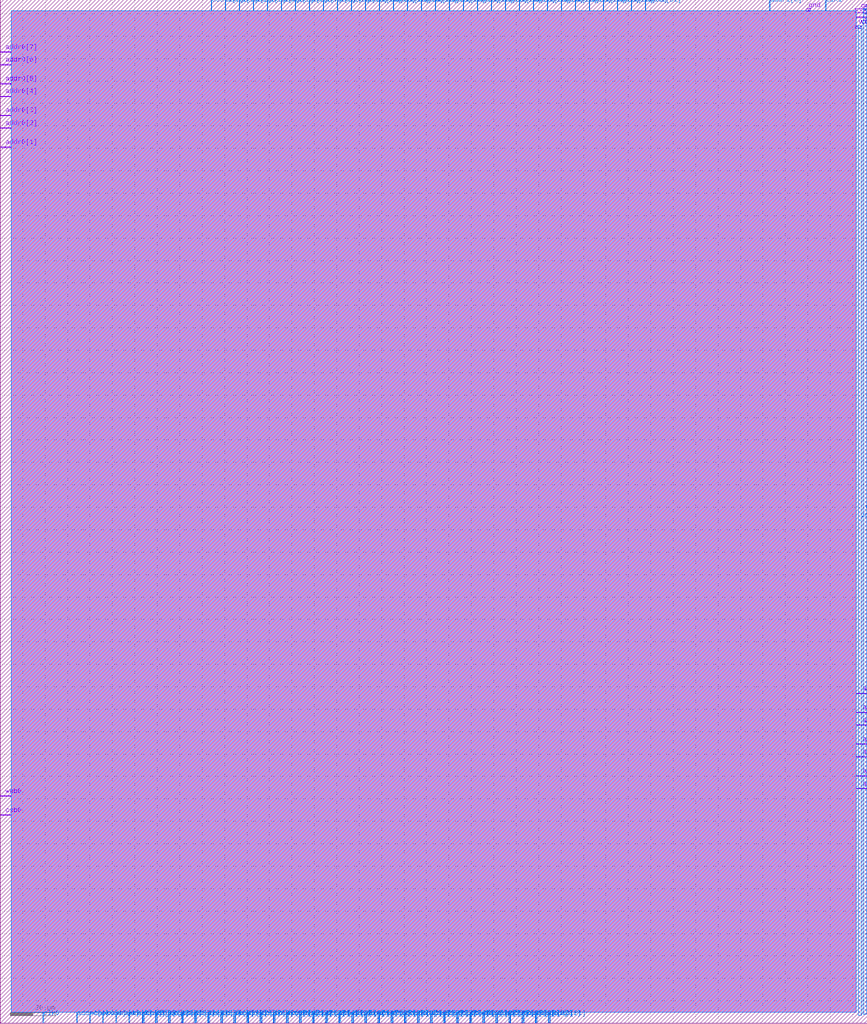
<source format=lef>
# Copyright 2020 The SkyWater PDK Authors
#
# Licensed under the Apache License, Version 2.0 (the "License");
# you may not use this file except in compliance with the License.
# You may obtain a copy of the License at
#
#     https://www.apache.org/licenses/LICENSE-2.0
#
# Unless required by applicable law or agreed to in writing, software
# distributed under the License is distributed on an "AS IS" BASIS,
# WITHOUT WARRANTIES OR CONDITIONS OF ANY KIND, either express or implied.
# See the License for the specific language governing permissions and
# limitations under the License.
#
# SPDX-License-Identifier: Apache-2.0

VERSION 5.7 ;

BUSBITCHARS "[]" ;
DIVIDERCHAR "/" ;

UNITS
  TIME NANOSECONDS 1 ;
  CAPACITANCE PICOFARADS 1 ;
  RESISTANCE OHMS 1 ;
  DATABASE MICRONS 1000 ;
END UNITS

MANUFACTURINGGRID 0.005 ;

PROPERTYDEFINITIONS
  LAYER LEF58_TYPE STRING ;
END PROPERTYDEFINITIONS

# High density, single height
SITE unithd
  SYMMETRY Y ;
  CLASS CORE ;
  SIZE 0.46 BY 2.72 ;
END unithd

# High density, double height
SITE unithddbl
  SYMMETRY Y ;
  CLASS CORE ;
  SIZE 0.46 BY 5.44 ;
END unithddbl

LAYER nwell
  TYPE MASTERSLICE ;
  PROPERTY LEF58_TYPE "TYPE NWELL ;" ;
END nwell

LAYER pwell
  TYPE MASTERSLICE ;
  PROPERTY LEF58_TYPE "TYPE PWELL ;" ;
END pwell

LAYER li1
  TYPE ROUTING ;
  DIRECTION VERTICAL ;

  PITCH 0.46 0.34 ;
  OFFSET 0.23 0.17 ;

  WIDTH 0.17 ;          # LI 1
  # SPACING  0.17 ;     # LI 2
  SPACINGTABLE
     PARALLELRUNLENGTH 0
     WIDTH 0 0.17 ;
  AREA 0.0561 ;         # LI 6
  THICKNESS 0.1 ;
  EDGECAPACITANCE 40.697E-6 ;
  CAPACITANCE CPERSQDIST 36.9866E-6 ;
  RESISTANCE RPERSQ 12.2 ;

  ANTENNAMODEL OXIDE1 ;
  ANTENNADIFFSIDEAREARATIO PWL ( ( 0 75 ) ( 0.0125 75 ) ( 0.0225 85.125 ) ( 22.5 10200 ) ) ;
END li1

LAYER mcon
  TYPE CUT ;

  WIDTH 0.17 ;                # Mcon 1
  SPACING 0.19 ;              # Mcon 2
  ENCLOSURE BELOW 0 0 ;       # Mcon 4
  ENCLOSURE ABOVE 0.03 0.06 ; # Met1 4 / Met1 5

  ANTENNADIFFAREARATIO PWL ( ( 0 3 ) ( 0.0125 3 ) ( 0.0225 3.405 ) ( 22.5 408 ) ) ;
  DCCURRENTDENSITY AVERAGE 0.36 ; # mA per via Iavg_max at Tj = 90oC

END mcon

LAYER met1
  TYPE ROUTING ;
  DIRECTION HORIZONTAL ;

  PITCH 0.34 ;
  OFFSET 0.17 ;

  WIDTH 0.14 ;                     # Met1 1
  # SPACING 0.14 ;                 # Met1 2
  # SPACING 0.28 RANGE 3.001 100 ; # Met1 3b
  SPACINGTABLE
     PARALLELRUNLENGTH 0
     WIDTH 0 0.14
     WIDTH 3 0.28 ;
  AREA 0.083 ;                     # Met1 6
  THICKNESS 0.35 ;

  ANTENNAMODEL OXIDE1 ;
  ANTENNADIFFSIDEAREARATIO PWL ( ( 0 400 ) ( 0.0125 400 ) ( 0.0225 2609 ) ( 22.5 11600 ) ) ;

  EDGECAPACITANCE 40.567E-6 ;
  CAPACITANCE CPERSQDIST 25.7784E-6 ;
  DCCURRENTDENSITY AVERAGE 2.8 ; # mA/um Iavg_max at Tj = 90oC
  ACCURRENTDENSITY RMS 6.1 ; # mA/um Irms_max at Tj = 90oC
  MAXIMUMDENSITY 70 ;
  DENSITYCHECKWINDOW 700 700 ;
  DENSITYCHECKSTEP 70 ;

  RESISTANCE RPERSQ 0.125 ;
END met1

LAYER via
  TYPE CUT ;
  WIDTH 0.15 ;                  # Via 1a
  SPACING 0.17 ;                # Via 2
  ENCLOSURE BELOW 0.055 0.085 ; # Via 4a / Via 5a
  ENCLOSURE ABOVE 0.055 0.085 ; # Met2 4 / Met2 5

  ANTENNADIFFAREARATIO PWL ( ( 0 6 ) ( 0.0125 6 ) ( 0.0225 6.81 ) ( 22.5 816 ) ) ;
  DCCURRENTDENSITY AVERAGE 0.29 ; # mA per via Iavg_max at Tj = 90oC
END via

LAYER met2
  TYPE ROUTING ;
  DIRECTION VERTICAL ;

  PITCH 0.46 ;
  OFFSET 0.23 ;

  WIDTH 0.14 ;                        # Met2 1
  # SPACING  0.14 ;                   # Met2 2
  # SPACING  0.28 RANGE 3.001 100 ;   # Met2 3b
  SPACINGTABLE
     PARALLELRUNLENGTH 0
     WIDTH 0 0.14
     WIDTH 3 0.28 ;
  AREA 0.0676 ;                       # Met2 6
  THICKNESS 0.35 ;

  EDGECAPACITANCE 37.759E-6 ;
  CAPACITANCE CPERSQDIST 16.9423E-6 ;
  RESISTANCE RPERSQ 0.125 ;
  DCCURRENTDENSITY AVERAGE 2.8 ; # mA/um Iavg_max at Tj = 90oC
  ACCURRENTDENSITY RMS 6.1 ; # mA/um Irms_max at Tj = 90oC

  ANTENNAMODEL OXIDE1 ;
  ANTENNADIFFSIDEAREARATIO PWL ( ( 0 400 ) ( 0.0125 400 ) ( 0.0225 2609 ) ( 22.5 11600 ) ) ;

  MAXIMUMDENSITY 70 ;
  DENSITYCHECKWINDOW 700 700 ;
  DENSITYCHECKSTEP 70 ;
END met2

# ******** Layer via2, type routing, number 44 **************
LAYER via2
  TYPE CUT ;
  WIDTH 0.2 ;                   # Via2 1
  SPACING 0.2 ;                 # Via2 2
  ENCLOSURE BELOW 0.04 0.085 ;  # Via2 4
  ENCLOSURE ABOVE 0.065 0.065 ; # Met3 4
  ANTENNADIFFAREARATIO PWL ( ( 0 6 ) ( 0.0125 6 ) ( 0.0225 6.81 ) ( 22.5 816 ) ) ;
  DCCURRENTDENSITY AVERAGE 0.48 ; # mA per via Iavg_max at Tj = 90oC
END via2

LAYER met3
  TYPE ROUTING ;
  DIRECTION HORIZONTAL ;

  PITCH 0.68 ;
  OFFSET 0.34 ;

  WIDTH 0.3 ;              # Met3 1
  # SPACING 0.3 ;          # Met3 2
  SPACINGTABLE
     PARALLELRUNLENGTH 0
     WIDTH 0 0.3
     WIDTH 3 0.4 ;
  AREA 0.24 ;              # Met3 6
  THICKNESS 0.8 ;

  EDGECAPACITANCE 40.989E-6 ;
  CAPACITANCE CPERSQDIST 12.3729E-6 ;
  RESISTANCE RPERSQ 0.047 ;
  DCCURRENTDENSITY AVERAGE 6.8 ; # mA/um Iavg_max at Tj = 90oC
  ACCURRENTDENSITY RMS 14.9 ; # mA/um Irms_max at Tj = 90oC

  ANTENNAMODEL OXIDE1 ;
  ANTENNADIFFSIDEAREARATIO PWL ( ( 0 400 ) ( 0.0125 400 ) ( 0.0225 2609 ) ( 22.5 11600 ) ) ;

  MAXIMUMDENSITY 70 ;
  DENSITYCHECKWINDOW 700 700 ;
  DENSITYCHECKSTEP 70 ;
END met3

LAYER via3
  TYPE CUT ;
  WIDTH 0.2 ;                   # Via3 1
  SPACING 0.2 ;                 # Via3 2
  ENCLOSURE BELOW 0.06 0.09 ;   # Via3 4 / Via3 5
  ENCLOSURE ABOVE 0.065 0.065 ; # Met4 3
  ANTENNADIFFAREARATIO PWL ( ( 0 6 ) ( 0.0125 6 ) ( 0.0225 6.81 ) ( 22.5 816 ) ) ;
  DCCURRENTDENSITY AVERAGE 0.48 ; # mA per via Iavg_max at Tj = 90oC
END via3

LAYER met4
  TYPE ROUTING ;
  DIRECTION VERTICAL ;

  PITCH 0.92 ;
  OFFSET 0.46 ;

  WIDTH 0.3 ;             # Met4 1
  # SPACING  0.3 ;             # Met4 2
  SPACINGTABLE
     PARALLELRUNLENGTH 0
     WIDTH 0 0.3
     WIDTH 3 0.4 ;
  AREA 0.24 ;            # Met4 4a

  THICKNESS 0.8 ;

  EDGECAPACITANCE 36.676E-6 ;
  CAPACITANCE CPERSQDIST 8.41537E-6 ;
  RESISTANCE RPERSQ 0.047 ;
  DCCURRENTDENSITY AVERAGE 6.8 ; # mA/um Iavg_max at Tj = 90oC
  ACCURRENTDENSITY RMS 14.9 ; # mA/um Irms_max at Tj = 90oC

  ANTENNAMODEL OXIDE1 ;
  ANTENNADIFFSIDEAREARATIO PWL ( ( 0 400 ) ( 0.0125 400 ) ( 0.0225 2609 ) ( 22.5 11600 ) ) ;

  MAXIMUMDENSITY 70 ;
  DENSITYCHECKWINDOW 700 700 ;
  DENSITYCHECKSTEP 70 ;
END met4

LAYER via4
  TYPE CUT ;

  WIDTH 0.8 ;                 # Via4 1
  SPACING 0.8 ;               # Via4 2
  ENCLOSURE BELOW 0.19 0.19 ; # Via4 4
  ENCLOSURE ABOVE 0.31 0.31 ; # Met5 3
  ANTENNADIFFAREARATIO PWL ( ( 0 6 ) ( 0.0125 6 ) ( 0.0225 6.81 ) ( 22.5 816 ) ) ;
  DCCURRENTDENSITY AVERAGE 2.49 ; # mA per via Iavg_max at Tj = 90oC
END via4

LAYER met5
  TYPE ROUTING ;
  DIRECTION HORIZONTAL ;

  PITCH 3.4 ;
  OFFSET 1.7 ;

  WIDTH 1.6 ;            # Met5 1
  #SPACING  1.6 ;        # Met5 2
  SPACINGTABLE
     PARALLELRUNLENGTH 0
     WIDTH 0 1.6 ;
  AREA 4 ;               # Met5 4

  THICKNESS 1.2 ;

  EDGECAPACITANCE 38.851E-6 ;
  CAPACITANCE CPERSQDIST 6.32063E-6 ;
  RESISTANCE RPERSQ 0.0285 ;
  DCCURRENTDENSITY AVERAGE 10.17 ; # mA/um Iavg_max at Tj = 90oC
  ACCURRENTDENSITY RMS 22.34 ; # mA/um Irms_max at Tj = 90oC

  ANTENNAMODEL OXIDE1 ;
  ANTENNADIFFSIDEAREARATIO PWL ( ( 0 400 ) ( 0.0125 400 ) ( 0.0225 2609 ) ( 22.5 11600 ) ) ;
END met5


### Routing via cells section   ###
# Plus via rule, metals are along the prefered direction
VIA L1M1_PR DEFAULT
  LAYER mcon ;
  RECT -0.085 -0.085 0.085 0.085 ;
  LAYER li1 ;
  RECT -0.085 -0.085 0.085 0.085 ;
  LAYER met1 ;
  RECT -0.145 -0.115 0.145 0.115 ;
END L1M1_PR

VIARULE L1M1_PR GENERATE
  LAYER li1 ;
  ENCLOSURE 0 0 ;
  LAYER met1 ;
  ENCLOSURE 0.06 0.03 ;
  LAYER mcon ;
  RECT -0.085 -0.085 0.085 0.085 ;
  SPACING 0.36 BY 0.36 ;
END L1M1_PR

# Plus via rule, metals are along the non prefered direction
VIA L1M1_PR_R DEFAULT
  LAYER mcon ;
  RECT -0.085 -0.085 0.085 0.085 ;
  LAYER li1 ;
  RECT -0.085 -0.085 0.085 0.085 ;
  LAYER met1 ;
  RECT -0.115 -0.145 0.115 0.145 ;
END L1M1_PR_R

VIARULE L1M1_PR_R GENERATE
  LAYER li1 ;
  ENCLOSURE 0 0 ;
  LAYER met1 ;
  ENCLOSURE 0.03 0.06 ;
  LAYER mcon ;
  RECT -0.085 -0.085 0.085 0.085 ;
  SPACING 0.36 BY 0.36 ;
END L1M1_PR_R

# Minus via rule, lower layer metal is along prefered direction
VIA L1M1_PR_M DEFAULT
  LAYER mcon ;
  RECT -0.085 -0.085 0.085 0.085 ;
  LAYER li1 ;
  RECT -0.085 -0.085 0.085 0.085 ;
  LAYER met1 ;
  RECT -0.115 -0.145 0.115 0.145 ;
END L1M1_PR_M

VIARULE L1M1_PR_M GENERATE
  LAYER li1 ;
  ENCLOSURE 0 0 ;
  LAYER met1 ;
  ENCLOSURE 0.03 0.06 ;
  LAYER mcon ;
  RECT -0.085 -0.085 0.085 0.085 ;
  SPACING 0.36 BY 0.36 ;
END L1M1_PR_M

# Minus via rule, upper layer metal is along prefered direction
VIA L1M1_PR_MR DEFAULT
  LAYER mcon ;
  RECT -0.085 -0.085 0.085 0.085 ;
  LAYER li1 ;
  RECT -0.085 -0.085 0.085 0.085 ;
  LAYER met1 ;
  RECT -0.145 -0.115 0.145 0.115 ;
END L1M1_PR_MR

VIARULE L1M1_PR_MR GENERATE
  LAYER li1 ;
  ENCLOSURE 0 0 ;
  LAYER met1 ;
  ENCLOSURE 0.06 0.03 ;
  LAYER mcon ;
  RECT -0.085 -0.085 0.085 0.085 ;
  SPACING 0.36 BY 0.36 ;
END L1M1_PR_MR

# Centered via rule, we really do not want to use it
VIA L1M1_PR_C DEFAULT
  LAYER mcon ;
  RECT -0.085 -0.085 0.085 0.085 ;
  LAYER li1 ;
  RECT -0.085 -0.085 0.085 0.085 ;
  LAYER met1 ;
  RECT -0.145 -0.145 0.145 0.145 ;
END L1M1_PR_C

VIARULE L1M1_PR_C GENERATE
  LAYER li1 ;
  ENCLOSURE 0 0 ;
  LAYER met1 ;
  ENCLOSURE 0.06 0.06 ;
  LAYER mcon ;
  RECT -0.085 -0.085 0.085 0.085 ;
  SPACING 0.36 BY 0.36 ;
END L1M1_PR_C

# Plus via rule, metals are along the prefered direction
VIA M1M2_PR DEFAULT
  LAYER via ;
  RECT -0.075 -0.075 0.075 0.075 ;
  LAYER met1 ;
  RECT -0.16 -0.13 0.16 0.13 ;
  LAYER met2 ;
  RECT -0.13 -0.16 0.13 0.16 ;
END M1M2_PR

VIARULE M1M2_PR GENERATE
  LAYER met1 ;
  ENCLOSURE 0.085 0.055 ;
  LAYER met2 ;
  ENCLOSURE 0.055 0.085 ;
  LAYER via ;
  RECT -0.075 -0.075 0.075 0.075 ;
  SPACING 0.32 BY 0.32 ;
END M1M2_PR

# Plus via rule, metals are along the non prefered direction
VIA M1M2_PR_R DEFAULT
  LAYER via ;
  RECT -0.075 -0.075 0.075 0.075 ;
  LAYER met1 ;
  RECT -0.13 -0.16 0.13 0.16 ;
  LAYER met2 ;
  RECT -0.16 -0.13 0.16 0.13 ;
END M1M2_PR_R

VIARULE M1M2_PR_R GENERATE
  LAYER met1 ;
  ENCLOSURE 0.055 0.085 ;
  LAYER met2 ;
  ENCLOSURE 0.085 0.055 ;
  LAYER via ;
  RECT -0.075 -0.075 0.075 0.075 ;
  SPACING 0.32 BY 0.32 ;
END M1M2_PR_R

# Minus via rule, lower layer metal is along prefered direction
VIA M1M2_PR_M DEFAULT
  LAYER via ;
  RECT -0.075 -0.075 0.075 0.075 ;
  LAYER met1 ;
  RECT -0.16 -0.13 0.16 0.13 ;
  LAYER met2 ;
  RECT -0.16 -0.13 0.16 0.13 ;
END M1M2_PR_M

VIARULE M1M2_PR_M GENERATE
  LAYER met1 ;
  ENCLOSURE 0.085 0.055 ;
  LAYER met2 ;
  ENCLOSURE 0.085 0.055 ;
  LAYER via ;
  RECT -0.075 -0.075 0.075 0.075 ;
  SPACING 0.32 BY 0.32 ;
END M1M2_PR_M

# Minus via rule, upper layer metal is along prefered direction
VIA M1M2_PR_MR DEFAULT
  LAYER via ;
  RECT -0.075 -0.075 0.075 0.075 ;
  LAYER met1 ;
  RECT -0.13 -0.16 0.13 0.16 ;
  LAYER met2 ;
  RECT -0.13 -0.16 0.13 0.16 ;
END M1M2_PR_MR

VIARULE M1M2_PR_MR GENERATE
  LAYER met1 ;
  ENCLOSURE 0.055 0.085 ;
  LAYER met2 ;
  ENCLOSURE 0.055 0.085 ;
  LAYER via ;
  RECT -0.075 -0.075 0.075 0.075 ;
  SPACING 0.32 BY 0.32 ;
END M1M2_PR_MR

# Centered via rule, we really do not want to use it
VIA M1M2_PR_C DEFAULT
  LAYER via ;
  RECT -0.075 -0.075 0.075 0.075 ;
  LAYER met1 ;
  RECT -0.16 -0.16 0.16 0.16 ;
  LAYER met2 ;
  RECT -0.16 -0.16 0.16 0.16 ;
END M1M2_PR_C

VIARULE M1M2_PR_C GENERATE
  LAYER met1 ;
  ENCLOSURE 0.085 0.085 ;
  LAYER met2 ;
  ENCLOSURE 0.085 0.085 ;
  LAYER via ;
  RECT -0.075 -0.075 0.075 0.075 ;
  SPACING 0.32 BY 0.32 ;
END M1M2_PR_C

# Plus via rule, metals are along the prefered direction
VIA M2M3_PR DEFAULT
  LAYER via2 ;
  RECT -0.1 -0.1 0.1 0.1 ;
  LAYER met2 ;
  RECT -0.14 -0.185 0.14 0.185 ;
  LAYER met3 ;
  RECT -0.165 -0.165 0.165 0.165 ;
END M2M3_PR

VIARULE M2M3_PR GENERATE
  LAYER met2 ;
  ENCLOSURE 0.04 0.085 ;
  LAYER met3 ;
  ENCLOSURE 0.065 0.065 ;
  LAYER via2 ;
  RECT -0.1 -0.1 0.1 0.1 ;
  SPACING 0.4 BY 0.4 ;
END M2M3_PR

# Plus via rule, metals are along the non prefered direction
VIA M2M3_PR_R DEFAULT
  LAYER via2 ;
  RECT -0.1 -0.1 0.1 0.1 ;
  LAYER met2 ;
  RECT -0.185 -0.14 0.185 0.14 ;
  LAYER met3 ;
  RECT -0.165 -0.165 0.165 0.165 ;
END M2M3_PR_R

VIARULE M2M3_PR_R GENERATE
  LAYER met2 ;
  ENCLOSURE 0.085 0.04 ;
  LAYER met3 ;
  ENCLOSURE 0.065 0.065 ;
  LAYER via2 ;
  RECT -0.1 -0.1 0.1 0.1 ;
  SPACING 0.4 BY 0.4 ;
END M2M3_PR_R

# Minus via rule, lower layer metal is along prefered direction
VIA M2M3_PR_M DEFAULT
  LAYER via2 ;
  RECT -0.1 -0.1 0.1 0.1 ;
  LAYER met2 ;
  RECT -0.14 -0.185 0.14 0.185 ;
  LAYER met3 ;
  RECT -0.165 -0.165 0.165 0.165 ;
END M2M3_PR_M

VIARULE M2M3_PR_M GENERATE
  LAYER met2 ;
  ENCLOSURE 0.04 0.085 ;
  LAYER met3 ;
  ENCLOSURE 0.065 0.065 ;
  LAYER via2 ;
  RECT -0.1 -0.1 0.1 0.1 ;
  SPACING 0.4 BY 0.4 ;
END M2M3_PR_M

# Minus via rule, upper layer metal is along prefered direction
VIA M2M3_PR_MR DEFAULT
  LAYER via2 ;
  RECT -0.1 -0.1 0.1 0.1 ;
  LAYER met2 ;
  RECT -0.185 -0.14 0.185 0.14 ;
  LAYER met3 ;
  RECT -0.165 -0.165 0.165 0.165 ;
END M2M3_PR_MR

VIARULE M2M3_PR_MR GENERATE
  LAYER met2 ;
  ENCLOSURE 0.085 0.04 ;
  LAYER met3 ;
  ENCLOSURE 0.065 0.065 ;
  LAYER via2 ;
  RECT -0.1 -0.1 0.1 0.1 ;
  SPACING 0.4 BY 0.4 ;
END M2M3_PR_MR

# Centered via rule, we really do not want to use it
VIA M2M3_PR_C DEFAULT
  LAYER via2 ;
  RECT -0.1 -0.1 0.1 0.1 ;
  LAYER met2 ;
  RECT -0.185 -0.185 0.185 0.185 ;
  LAYER met3 ;
  RECT -0.165 -0.165 0.165 0.165 ;
END M2M3_PR_C

VIARULE M2M3_PR_C GENERATE
  LAYER met2 ;
  ENCLOSURE 0.085 0.085 ;
  LAYER met3 ;
  ENCLOSURE 0.065 0.065 ;
  LAYER via2 ;
  RECT -0.1 -0.1 0.1 0.1 ;
  SPACING 0.4 BY 0.4 ;
END M2M3_PR_C

# Plus via rule, metals are along the prefered direction
VIA M3M4_PR DEFAULT
  LAYER via3 ;
  RECT -0.1 -0.1 0.1 0.1 ;
  LAYER met3 ;
  RECT -0.19 -0.16 0.19 0.16 ;
  LAYER met4 ;
  RECT -0.165 -0.165 0.165 0.165 ;
END M3M4_PR

VIARULE M3M4_PR GENERATE
  LAYER met3 ;
  ENCLOSURE 0.09 0.06 ;
  LAYER met4 ;
  ENCLOSURE 0.065 0.065 ;
  LAYER via3 ;
  RECT -0.1 -0.1 0.1 0.1 ;
  SPACING 0.4 BY 0.4 ;
END M3M4_PR

# Plus via rule, metals are along the non prefered direction
VIA M3M4_PR_R DEFAULT
  LAYER via3 ;
  RECT -0.1 -0.1 0.1 0.1 ;
  LAYER met3 ;
  RECT -0.16 -0.19 0.16 0.19 ;
  LAYER met4 ;
  RECT -0.165 -0.165 0.165 0.165 ;
END M3M4_PR_R

VIARULE M3M4_PR_R GENERATE
  LAYER met3 ;
  ENCLOSURE 0.06 0.09 ;
  LAYER met4 ;
  ENCLOSURE 0.065 0.065 ;
  LAYER via3 ;
  RECT -0.1 -0.1 0.1 0.1 ;
  SPACING 0.4 BY 0.4 ;
END M3M4_PR_R

# Minus via rule, lower layer metal is along prefered direction
VIA M3M4_PR_M DEFAULT
  LAYER via3 ;
  RECT -0.1 -0.1 0.1 0.1 ;
  LAYER met3 ;
  RECT -0.19 -0.16 0.19 0.16 ;
  LAYER met4 ;
  RECT -0.165 -0.165 0.165 0.165 ;
END M3M4_PR_M

VIARULE M3M4_PR_M GENERATE
  LAYER met3 ;
  ENCLOSURE 0.09 0.06 ;
  LAYER met4 ;
  ENCLOSURE 0.065 0.065 ;
  LAYER via3 ;
  RECT -0.1 -0.1 0.1 0.1 ;
  SPACING 0.4 BY 0.4 ;
END M3M4_PR_M

# Minus via rule, upper layer metal is along prefered direction
VIA M3M4_PR_MR DEFAULT
  LAYER via3 ;
  RECT -0.1 -0.1 0.1 0.1 ;
  LAYER met3 ;
  RECT -0.16 -0.19 0.16 0.19 ;
  LAYER met4 ;
  RECT -0.165 -0.165 0.165 0.165 ;
END M3M4_PR_MR

VIARULE M3M4_PR_MR GENERATE
  LAYER met3 ;
  ENCLOSURE 0.06 0.09 ;
  LAYER met4 ;
  ENCLOSURE 0.065 0.065 ;
  LAYER via3 ;
  RECT -0.1 -0.1 0.1 0.1 ;
  SPACING 0.4 BY 0.4 ;
END M3M4_PR_MR

# Centered via rule, we really do not want to use it
VIA M3M4_PR_C DEFAULT
  LAYER via3 ;
  RECT -0.1 -0.1 0.1 0.1 ;
  LAYER met3 ;
  RECT -0.19 -0.19 0.19 0.19 ;
  LAYER met4 ;
  RECT -0.165 -0.165 0.165 0.165 ;
END M3M4_PR_C

VIARULE M3M4_PR_C GENERATE
  LAYER met3 ;
  ENCLOSURE 0.09 0.09 ;
  LAYER met4 ;
  ENCLOSURE 0.065 0.065 ;
  LAYER via3 ;
  RECT -0.1 -0.1 0.1 0.1 ;
  SPACING 0.4 BY 0.4 ;
END M3M4_PR_C

# Plus via rule, metals are along the prefered direction
VIA M4M5_PR DEFAULT
  LAYER via4 ;
  RECT -0.4 -0.4 0.4 0.4 ;
  LAYER met4 ;
  RECT -0.59 -0.59 0.59 0.59 ;
  LAYER met5 ;
  RECT -0.71 -0.71 0.71 0.71 ;
END M4M5_PR

VIARULE M4M5_PR GENERATE
  LAYER met4 ;
  ENCLOSURE 0.19 0.19 ;
  LAYER met5 ;
  ENCLOSURE 0.31 0.31 ;
  LAYER via4 ;
  RECT -0.4 -0.4 0.4 0.4 ;
  SPACING 1.6 BY 1.6 ;
END M4M5_PR

# Plus via rule, metals are along the non prefered direction
VIA M4M5_PR_R DEFAULT
  LAYER via4 ;
  RECT -0.4 -0.4 0.4 0.4 ;
  LAYER met4 ;
  RECT -0.59 -0.59 0.59 0.59 ;
  LAYER met5 ;
  RECT -0.71 -0.71 0.71 0.71 ;
END M4M5_PR_R

VIARULE M4M5_PR_R GENERATE
  LAYER met4 ;
  ENCLOSURE 0.19 0.19 ;
  LAYER met5 ;
  ENCLOSURE 0.31 0.31 ;
  LAYER via4 ;
  RECT -0.4 -0.4 0.4 0.4 ;
  SPACING 1.6 BY 1.6 ;
END M4M5_PR_R

# Minus via rule, lower layer metal is along prefered direction
VIA M4M5_PR_M DEFAULT
  LAYER via4 ;
  RECT -0.4 -0.4 0.4 0.4 ;
  LAYER met4 ;
  RECT -0.59 -0.59 0.59 0.59 ;
  LAYER met5 ;
  RECT -0.71 -0.71 0.71 0.71 ;
END M4M5_PR_M

VIARULE M4M5_PR_M GENERATE
  LAYER met4 ;
  ENCLOSURE 0.19 0.19 ;
  LAYER met5 ;
  ENCLOSURE 0.31 0.31 ;
  LAYER via4 ;
  RECT -0.4 -0.4 0.4 0.4 ;
  SPACING 1.6 BY 1.6 ;
END M4M5_PR_M

# Minus via rule, upper layer metal is along prefered direction
VIA M4M5_PR_MR DEFAULT
  LAYER via4 ;
  RECT -0.4 -0.4 0.4 0.4 ;
  LAYER met4 ;
  RECT -0.59 -0.59 0.59 0.59 ;
  LAYER met5 ;
  RECT -0.71 -0.71 0.71 0.71 ;
END M4M5_PR_MR

VIARULE M4M5_PR_MR GENERATE
  LAYER met4 ;
  ENCLOSURE 0.19 0.19 ;
  LAYER met5 ;
  ENCLOSURE 0.31 0.31 ;
  LAYER via4 ;
  RECT -0.4 -0.4 0.4 0.4 ;
  SPACING 1.6 BY 1.6 ;
END M4M5_PR_MR

# Centered via rule, we really do not want to use it
VIA M4M5_PR_C DEFAULT
  LAYER via4 ;
  RECT -0.4 -0.4 0.4 0.4 ;
  LAYER met4 ;
  RECT -0.59 -0.59 0.59 0.59 ;
  LAYER met5 ;
  RECT -0.71 -0.71 0.71 0.71 ;
END M4M5_PR_C

VIARULE M4M5_PR_C GENERATE
  LAYER met4 ;
  ENCLOSURE 0.19 0.19 ;
  LAYER met5 ;
  ENCLOSURE 0.31 0.31 ;
  LAYER via4 ;
  RECT -0.4 -0.4 0.4 0.4 ;
  SPACING 1.6 BY 1.6 ;
END M4M5_PR_C
###  end of single via cells   ###


MACRO sky130_fd_sc_hd__bufbuf_8
  CLASS CORE ;
  FOREIGN sky130_fd_sc_hd__bufbuf_8 ;
  ORIGIN  0.000000  0.000000 ;
  SIZE  6.900000 BY  2.720000 ;
  SYMMETRY X Y R90 ;
  SITE unithd ;
  PIN A
    ANTENNAGATEAREA  0.159000 ;
    DIRECTION INPUT ;
    USE SIGNAL ;
    PORT
      LAYER li1 ;
        RECT 0.110000 1.075000 0.440000 1.275000 ;
    END
  END A
  PIN X
    ANTENNADIFFAREA  1.782000 ;
    DIRECTION OUTPUT ;
    USE SIGNAL ;
    PORT
      LAYER li1 ;
        RECT 3.230000 0.260000 3.560000 0.735000 ;
        RECT 3.230000 0.735000 6.815000 0.905000 ;
        RECT 3.230000 1.445000 6.815000 1.615000 ;
        RECT 3.230000 1.615000 3.560000 2.465000 ;
        RECT 4.070000 0.260000 4.400000 0.735000 ;
        RECT 4.070000 1.615000 4.400000 2.465000 ;
        RECT 4.910000 0.260000 5.240000 0.735000 ;
        RECT 4.910000 1.615000 5.240000 2.465000 ;
        RECT 5.750000 0.260000 6.080000 0.735000 ;
        RECT 5.750000 1.615000 6.080000 2.465000 ;
        RECT 6.435000 0.905000 6.815000 1.445000 ;
    END
  END X
  PIN VGND
    DIRECTION INOUT ;
    SHAPE ABUTMENT ;
    USE GROUND ;
    PORT
      LAYER met1 ;
        RECT 0.000000 -0.240000 6.900000 0.240000 ;
    END
  END VGND
  PIN VNB
    DIRECTION INOUT ;
    USE GROUND ;
    PORT
      LAYER pwell ;
        RECT 0.150000 -0.085000 0.320000 0.085000 ;
    END
  END VNB
  PIN VPB
    DIRECTION INOUT ;
    USE POWER ;
    PORT
      LAYER nwell ;
        RECT -0.190000 1.305000 7.090000 2.910000 ;
    END
  END VPB
  PIN VPWR
    DIRECTION INOUT ;
    SHAPE ABUTMENT ;
    USE POWER ;
    PORT
      LAYER met1 ;
        RECT 0.000000 2.480000 6.900000 2.960000 ;
    END
  END VPWR
  OBS
    LAYER li1 ;
      RECT 0.000000 -0.085000 6.900000 0.085000 ;
      RECT 0.000000  2.635000 6.900000 2.805000 ;
      RECT 0.095000  0.260000 0.425000 0.735000 ;
      RECT 0.095000  0.735000 0.780000 0.905000 ;
      RECT 0.095000  1.445000 0.780000 1.615000 ;
      RECT 0.095000  1.615000 0.425000 2.160000 ;
      RECT 0.595000  0.085000 0.765000 0.565000 ;
      RECT 0.595000  1.785000 0.765000 2.635000 ;
      RECT 0.610000  0.905000 0.780000 0.995000 ;
      RECT 0.610000  0.995000 1.040000 1.325000 ;
      RECT 0.610000  1.325000 0.780000 1.445000 ;
      RECT 1.000000  0.260000 1.380000 0.825000 ;
      RECT 1.000000  1.545000 1.380000 2.465000 ;
      RECT 1.210000  0.825000 1.380000 1.075000 ;
      RECT 1.210000  1.075000 2.720000 1.275000 ;
      RECT 1.210000  1.275000 1.380000 1.545000 ;
      RECT 1.550000  0.260000 1.880000 0.735000 ;
      RECT 1.550000  0.735000 3.060000 0.905000 ;
      RECT 1.550000  1.445000 3.060000 1.615000 ;
      RECT 1.550000  1.615000 1.880000 2.465000 ;
      RECT 2.050000  0.085000 2.220000 0.565000 ;
      RECT 2.050000  1.785000 2.220000 2.635000 ;
      RECT 2.390000  0.260000 2.720000 0.735000 ;
      RECT 2.390000  1.615000 2.720000 2.465000 ;
      RECT 2.890000  0.085000 3.060000 0.565000 ;
      RECT 2.890000  0.905000 3.060000 1.075000 ;
      RECT 2.890000  1.075000 5.360000 1.275000 ;
      RECT 2.890000  1.275000 3.060000 1.445000 ;
      RECT 2.890000  1.785000 3.060000 2.635000 ;
      RECT 3.730000  0.085000 3.900000 0.565000 ;
      RECT 3.730000  1.835000 3.900000 2.635000 ;
      RECT 4.570000  0.085000 4.740000 0.565000 ;
      RECT 4.570000  1.835000 4.740000 2.635000 ;
      RECT 5.410000  0.085000 5.580000 0.565000 ;
      RECT 5.410000  1.835000 5.580000 2.635000 ;
      RECT 6.250000  0.085000 6.420000 0.565000 ;
      RECT 6.250000  1.835000 6.420000 2.635000 ;
    LAYER mcon ;
      RECT 0.145000 -0.085000 0.315000 0.085000 ;
      RECT 0.145000  2.635000 0.315000 2.805000 ;
      RECT 0.605000 -0.085000 0.775000 0.085000 ;
      RECT 0.605000  2.635000 0.775000 2.805000 ;
      RECT 1.065000 -0.085000 1.235000 0.085000 ;
      RECT 1.065000  2.635000 1.235000 2.805000 ;
      RECT 1.525000 -0.085000 1.695000 0.085000 ;
      RECT 1.525000  2.635000 1.695000 2.805000 ;
      RECT 1.985000 -0.085000 2.155000 0.085000 ;
      RECT 1.985000  2.635000 2.155000 2.805000 ;
      RECT 2.445000 -0.085000 2.615000 0.085000 ;
      RECT 2.445000  2.635000 2.615000 2.805000 ;
      RECT 2.905000 -0.085000 3.075000 0.085000 ;
      RECT 2.905000  2.635000 3.075000 2.805000 ;
      RECT 3.365000 -0.085000 3.535000 0.085000 ;
      RECT 3.365000  2.635000 3.535000 2.805000 ;
      RECT 3.825000 -0.085000 3.995000 0.085000 ;
      RECT 3.825000  2.635000 3.995000 2.805000 ;
      RECT 4.285000 -0.085000 4.455000 0.085000 ;
      RECT 4.285000  2.635000 4.455000 2.805000 ;
      RECT 4.745000 -0.085000 4.915000 0.085000 ;
      RECT 4.745000  2.635000 4.915000 2.805000 ;
      RECT 5.205000 -0.085000 5.375000 0.085000 ;
      RECT 5.205000  2.635000 5.375000 2.805000 ;
      RECT 5.665000 -0.085000 5.835000 0.085000 ;
      RECT 5.665000  2.635000 5.835000 2.805000 ;
      RECT 6.125000 -0.085000 6.295000 0.085000 ;
      RECT 6.125000  2.635000 6.295000 2.805000 ;
      RECT 6.585000 -0.085000 6.755000 0.085000 ;
      RECT 6.585000  2.635000 6.755000 2.805000 ;
  END
END sky130_fd_sc_hd__bufbuf_8
MACRO sky130_fd_sc_hd__bufbuf_16
  CLASS CORE ;
  FOREIGN sky130_fd_sc_hd__bufbuf_16 ;
  ORIGIN  0.000000  0.000000 ;
  SIZE  11.96000 BY  2.720000 ;
  SYMMETRY X Y R90 ;
  SITE unithd ;
  PIN A
    ANTENNAGATEAREA  0.247500 ;
    DIRECTION INPUT ;
    USE SIGNAL ;
    PORT
      LAYER li1 ;
        RECT 0.110000 1.075000 0.440000 1.275000 ;
    END
  END A
  PIN X
    ANTENNADIFFAREA  3.564000 ;
    DIRECTION OUTPUT ;
    USE SIGNAL ;
    PORT
      LAYER li1 ;
        RECT  5.235000 0.255000  5.485000 0.260000 ;
        RECT  5.235000 0.260000  5.565000 0.735000 ;
        RECT  5.235000 0.735000 11.875000 0.905000 ;
        RECT  5.235000 1.445000 11.875000 1.615000 ;
        RECT  5.235000 1.615000  5.565000 2.465000 ;
        RECT  6.075000 0.260000  6.405000 0.735000 ;
        RECT  6.075000 1.615000  6.405000 2.465000 ;
        RECT  6.155000 0.255000  6.325000 0.260000 ;
        RECT  6.915000 0.260000  7.245000 0.735000 ;
        RECT  6.915000 1.615000  7.245000 2.465000 ;
        RECT  6.995000 0.255000  7.165000 0.260000 ;
        RECT  7.755000 0.260000  8.085000 0.735000 ;
        RECT  7.755000 1.615000  8.085000 2.465000 ;
        RECT  8.595000 0.260000  8.925000 0.735000 ;
        RECT  8.595000 1.615000  8.925000 2.465000 ;
        RECT  9.435000 0.260000  9.765000 0.735000 ;
        RECT  9.435000 1.615000  9.765000 2.465000 ;
        RECT 10.275000 0.260000 10.605000 0.735000 ;
        RECT 10.275000 1.615000 10.605000 2.465000 ;
        RECT 11.115000 0.260000 11.445000 0.735000 ;
        RECT 11.115000 1.615000 11.445000 2.465000 ;
        RECT 11.620000 0.905000 11.875000 1.445000 ;
    END
  END X
  PIN VGND
    DIRECTION INOUT ;
    SHAPE ABUTMENT ;
    USE GROUND ;
    PORT
      LAYER met1 ;
        RECT 0.000000 -0.240000 11.960000 0.240000 ;
    END
  END VGND
  PIN VNB
    DIRECTION INOUT ;
    USE GROUND ;
    PORT
      LAYER pwell ;
        RECT 0.150000 -0.085000 0.320000 0.085000 ;
    END
  END VNB
  PIN VPB
    DIRECTION INOUT ;
    USE POWER ;
    PORT
      LAYER nwell ;
        RECT -0.190000 1.305000 12.150000 2.910000 ;
    END
  END VPB
  PIN VPWR
    DIRECTION INOUT ;
    SHAPE ABUTMENT ;
    USE POWER ;
    PORT
      LAYER met1 ;
        RECT 0.000000 2.480000 11.960000 2.960000 ;
    END
  END VPWR
  OBS
    LAYER li1 ;
      RECT  0.000000 -0.085000 11.960000 0.085000 ;
      RECT  0.000000  2.635000 11.960000 2.805000 ;
      RECT  0.175000  0.085000  0.345000 0.905000 ;
      RECT  0.175000  1.445000  0.345000 2.635000 ;
      RECT  0.515000  0.260000  0.845000 0.905000 ;
      RECT  0.515000  1.445000  0.845000 2.465000 ;
      RECT  0.610000  0.905000  0.845000 1.075000 ;
      RECT  0.610000  1.075000  2.205000 1.275000 ;
      RECT  0.610000  1.275000  0.845000 1.445000 ;
      RECT  1.035000  0.260000  1.365000 0.735000 ;
      RECT  1.035000  0.735000  2.545000 0.905000 ;
      RECT  1.035000  1.445000  2.545000 1.615000 ;
      RECT  1.035000  1.615000  1.365000 2.465000 ;
      RECT  1.535000  0.085000  1.705000 0.565000 ;
      RECT  1.535000  1.785000  1.705000 2.635000 ;
      RECT  1.875000  0.260000  2.205000 0.735000 ;
      RECT  1.875000  1.615000  2.205000 2.465000 ;
      RECT  2.375000  0.085000  2.545000 0.565000 ;
      RECT  2.375000  0.905000  2.545000 1.075000 ;
      RECT  2.375000  1.075000  4.685000 1.275000 ;
      RECT  2.375000  1.275000  2.545000 1.445000 ;
      RECT  2.375000  1.785000  2.545000 2.635000 ;
      RECT  2.715000  0.260000  3.045000 0.735000 ;
      RECT  2.715000  0.735000  5.065000 0.905000 ;
      RECT  2.715000  1.445000  5.065000 1.615000 ;
      RECT  2.715000  1.615000  3.045000 2.465000 ;
      RECT  3.215000  0.085000  3.385000 0.565000 ;
      RECT  3.215000  1.835000  3.385000 2.635000 ;
      RECT  3.555000  0.260000  3.885000 0.735000 ;
      RECT  3.555000  1.615000  3.885000 2.465000 ;
      RECT  4.055000  0.085000  4.225000 0.565000 ;
      RECT  4.055000  1.835000  4.225000 2.635000 ;
      RECT  4.395000  0.260000  4.725000 0.735000 ;
      RECT  4.395000  1.615000  4.725000 2.465000 ;
      RECT  4.890000  0.905000  5.065000 1.075000 ;
      RECT  4.890000  1.075000 11.450000 1.275000 ;
      RECT  4.890000  1.275000  5.065000 1.445000 ;
      RECT  4.895000  0.085000  5.065000 0.565000 ;
      RECT  4.895000  1.835000  5.065000 2.635000 ;
      RECT  5.735000  0.085000  5.905000 0.565000 ;
      RECT  5.735000  1.835000  5.905000 2.635000 ;
      RECT  6.575000  0.085000  6.745000 0.565000 ;
      RECT  6.575000  1.835000  6.745000 2.635000 ;
      RECT  7.415000  0.085000  7.585000 0.565000 ;
      RECT  7.415000  1.835000  7.585000 2.635000 ;
      RECT  8.255000  0.085000  8.425000 0.565000 ;
      RECT  8.255000  1.835000  8.425000 2.635000 ;
      RECT  9.095000  0.085000  9.265000 0.565000 ;
      RECT  9.095000  1.835000  9.265000 2.635000 ;
      RECT  9.935000  0.085000 10.105000 0.565000 ;
      RECT  9.935000  1.835000 10.105000 2.635000 ;
      RECT 10.775000  0.085000 10.945000 0.565000 ;
      RECT 10.775000  1.835000 10.945000 2.635000 ;
      RECT 11.615000  0.085000 11.785000 0.565000 ;
      RECT 11.615000  1.835000 11.785000 2.635000 ;
    LAYER mcon ;
      RECT  0.145000 -0.085000  0.315000 0.085000 ;
      RECT  0.145000  2.635000  0.315000 2.805000 ;
      RECT  0.605000 -0.085000  0.775000 0.085000 ;
      RECT  0.605000  2.635000  0.775000 2.805000 ;
      RECT  1.065000 -0.085000  1.235000 0.085000 ;
      RECT  1.065000  2.635000  1.235000 2.805000 ;
      RECT  1.525000 -0.085000  1.695000 0.085000 ;
      RECT  1.525000  2.635000  1.695000 2.805000 ;
      RECT  1.985000 -0.085000  2.155000 0.085000 ;
      RECT  1.985000  2.635000  2.155000 2.805000 ;
      RECT  2.445000 -0.085000  2.615000 0.085000 ;
      RECT  2.445000  2.635000  2.615000 2.805000 ;
      RECT  2.905000 -0.085000  3.075000 0.085000 ;
      RECT  2.905000  2.635000  3.075000 2.805000 ;
      RECT  3.365000 -0.085000  3.535000 0.085000 ;
      RECT  3.365000  2.635000  3.535000 2.805000 ;
      RECT  3.825000 -0.085000  3.995000 0.085000 ;
      RECT  3.825000  2.635000  3.995000 2.805000 ;
      RECT  4.285000 -0.085000  4.455000 0.085000 ;
      RECT  4.285000  2.635000  4.455000 2.805000 ;
      RECT  4.745000 -0.085000  4.915000 0.085000 ;
      RECT  4.745000  2.635000  4.915000 2.805000 ;
      RECT  5.205000 -0.085000  5.375000 0.085000 ;
      RECT  5.205000  2.635000  5.375000 2.805000 ;
      RECT  5.665000 -0.085000  5.835000 0.085000 ;
      RECT  5.665000  2.635000  5.835000 2.805000 ;
      RECT  6.125000 -0.085000  6.295000 0.085000 ;
      RECT  6.125000  2.635000  6.295000 2.805000 ;
      RECT  6.585000 -0.085000  6.755000 0.085000 ;
      RECT  6.585000  2.635000  6.755000 2.805000 ;
      RECT  7.045000 -0.085000  7.215000 0.085000 ;
      RECT  7.045000  2.635000  7.215000 2.805000 ;
      RECT  7.505000 -0.085000  7.675000 0.085000 ;
      RECT  7.505000  2.635000  7.675000 2.805000 ;
      RECT  7.965000 -0.085000  8.135000 0.085000 ;
      RECT  7.965000  2.635000  8.135000 2.805000 ;
      RECT  8.425000 -0.085000  8.595000 0.085000 ;
      RECT  8.425000  2.635000  8.595000 2.805000 ;
      RECT  8.885000 -0.085000  9.055000 0.085000 ;
      RECT  8.885000  2.635000  9.055000 2.805000 ;
      RECT  9.345000 -0.085000  9.515000 0.085000 ;
      RECT  9.345000  2.635000  9.515000 2.805000 ;
      RECT  9.805000 -0.085000  9.975000 0.085000 ;
      RECT  9.805000  2.635000  9.975000 2.805000 ;
      RECT 10.265000 -0.085000 10.435000 0.085000 ;
      RECT 10.265000  2.635000 10.435000 2.805000 ;
      RECT 10.725000 -0.085000 10.895000 0.085000 ;
      RECT 10.725000  2.635000 10.895000 2.805000 ;
      RECT 11.185000 -0.085000 11.355000 0.085000 ;
      RECT 11.185000  2.635000 11.355000 2.805000 ;
      RECT 11.645000 -0.085000 11.815000 0.085000 ;
      RECT 11.645000  2.635000 11.815000 2.805000 ;
  END
END sky130_fd_sc_hd__bufbuf_16
MACRO sky130_fd_sc_hd__o311ai_2
  CLASS CORE ;
  FOREIGN sky130_fd_sc_hd__o311ai_2 ;
  ORIGIN  0.000000  0.000000 ;
  SIZE  5.980000 BY  2.720000 ;
  SYMMETRY X Y R90 ;
  SITE unithd ;
  PIN A1
    ANTENNAGATEAREA  0.495000 ;
    DIRECTION INPUT ;
    USE SIGNAL ;
    PORT
      LAYER li1 ;
        RECT 0.085000 1.055000 1.105000 1.315000 ;
    END
  END A1
  PIN A2
    ANTENNAGATEAREA  0.495000 ;
    DIRECTION INPUT ;
    USE SIGNAL ;
    PORT
      LAYER li1 ;
        RECT 1.275000 1.055000 2.155000 1.315000 ;
    END
  END A2
  PIN A3
    ANTENNAGATEAREA  0.495000 ;
    DIRECTION INPUT ;
    USE SIGNAL ;
    PORT
      LAYER li1 ;
        RECT 2.325000 1.055000 3.075000 1.315000 ;
    END
  END A3
  PIN B1
    ANTENNAGATEAREA  0.495000 ;
    DIRECTION INPUT ;
    USE SIGNAL ;
    PORT
      LAYER li1 ;
        RECT 3.365000 1.055000 4.385000 1.315000 ;
    END
  END B1
  PIN C1
    ANTENNAGATEAREA  0.495000 ;
    DIRECTION INPUT ;
    USE SIGNAL ;
    PORT
      LAYER li1 ;
        RECT 5.085000 1.055000 5.895000 1.315000 ;
    END
  END C1
  PIN Y
    ANTENNADIFFAREA  1.551000 ;
    DIRECTION OUTPUT ;
    USE SIGNAL ;
    PORT
      LAYER li1 ;
        RECT 2.415000 1.485000 5.895000 1.725000 ;
        RECT 2.415000 1.725000 2.665000 2.125000 ;
        RECT 3.335000 1.725000 3.505000 2.465000 ;
        RECT 4.515000 1.725000 4.825000 2.465000 ;
        RECT 4.555000 0.655000 5.895000 0.885000 ;
        RECT 4.555000 0.885000 4.915000 1.485000 ;
        RECT 5.495000 1.725000 5.895000 2.465000 ;
        RECT 5.515000 0.255000 5.895000 0.655000 ;
    END
  END Y
  PIN VGND
    DIRECTION INOUT ;
    SHAPE ABUTMENT ;
    USE GROUND ;
    PORT
      LAYER met1 ;
        RECT 0.000000 -0.240000 5.980000 0.240000 ;
    END
  END VGND
  PIN VNB
    DIRECTION INOUT ;
    USE GROUND ;
    PORT
      LAYER pwell ;
        RECT 0.145000 -0.085000 0.315000 0.085000 ;
    END
  END VNB
  PIN VPB
    DIRECTION INOUT ;
    USE POWER ;
    PORT
      LAYER nwell ;
        RECT -0.190000 1.305000 6.170000 2.910000 ;
    END
  END VPB
  PIN VPWR
    DIRECTION INOUT ;
    SHAPE ABUTMENT ;
    USE POWER ;
    PORT
      LAYER met1 ;
        RECT 0.000000 2.480000 5.980000 2.960000 ;
    END
  END VPWR
  OBS
    LAYER li1 ;
      RECT 0.000000 -0.085000 5.980000 0.085000 ;
      RECT 0.000000  2.635000 5.980000 2.805000 ;
      RECT 0.085000  0.255000 0.485000 0.655000 ;
      RECT 0.085000  0.655000 4.385000 0.885000 ;
      RECT 0.085000  1.485000 2.225000 1.725000 ;
      RECT 0.085000  1.725000 0.465000 2.465000 ;
      RECT 0.635000  1.895000 0.965000 2.635000 ;
      RECT 0.655000  0.085000 0.985000 0.485000 ;
      RECT 1.135000  1.725000 1.305000 2.465000 ;
      RECT 1.155000  0.255000 1.325000 0.655000 ;
      RECT 1.475000  1.895000 1.805000 2.295000 ;
      RECT 1.475000  2.295000 3.165000 2.465000 ;
      RECT 1.495000  0.085000 1.825000 0.485000 ;
      RECT 1.975000  1.725000 2.225000 2.125000 ;
      RECT 1.995000  0.255000 2.165000 0.655000 ;
      RECT 2.335000  0.085000 3.105000 0.485000 ;
      RECT 2.835000  1.895000 3.165000 2.295000 ;
      RECT 3.275000  0.255000 3.445000 0.655000 ;
      RECT 3.615000  0.255000 5.345000 0.485000 ;
      RECT 3.675000  1.895000 4.345000 2.635000 ;
      RECT 4.995000  1.895000 5.325000 2.635000 ;
    LAYER mcon ;
      RECT 0.145000 -0.085000 0.315000 0.085000 ;
      RECT 0.145000  2.635000 0.315000 2.805000 ;
      RECT 0.605000 -0.085000 0.775000 0.085000 ;
      RECT 0.605000  2.635000 0.775000 2.805000 ;
      RECT 1.065000 -0.085000 1.235000 0.085000 ;
      RECT 1.065000  2.635000 1.235000 2.805000 ;
      RECT 1.525000 -0.085000 1.695000 0.085000 ;
      RECT 1.525000  2.635000 1.695000 2.805000 ;
      RECT 1.985000 -0.085000 2.155000 0.085000 ;
      RECT 1.985000  2.635000 2.155000 2.805000 ;
      RECT 2.445000 -0.085000 2.615000 0.085000 ;
      RECT 2.445000  2.635000 2.615000 2.805000 ;
      RECT 2.905000 -0.085000 3.075000 0.085000 ;
      RECT 2.905000  2.635000 3.075000 2.805000 ;
      RECT 3.365000 -0.085000 3.535000 0.085000 ;
      RECT 3.365000  2.635000 3.535000 2.805000 ;
      RECT 3.825000 -0.085000 3.995000 0.085000 ;
      RECT 3.825000  2.635000 3.995000 2.805000 ;
      RECT 4.285000 -0.085000 4.455000 0.085000 ;
      RECT 4.285000  2.635000 4.455000 2.805000 ;
      RECT 4.745000 -0.085000 4.915000 0.085000 ;
      RECT 4.745000  2.635000 4.915000 2.805000 ;
      RECT 5.205000 -0.085000 5.375000 0.085000 ;
      RECT 5.205000  2.635000 5.375000 2.805000 ;
      RECT 5.665000 -0.085000 5.835000 0.085000 ;
      RECT 5.665000  2.635000 5.835000 2.805000 ;
  END
END sky130_fd_sc_hd__o311ai_2
MACRO sky130_fd_sc_hd__o311ai_4
  CLASS CORE ;
  FOREIGN sky130_fd_sc_hd__o311ai_4 ;
  ORIGIN  0.000000  0.000000 ;
  SIZE  9.660000 BY  2.720000 ;
  SYMMETRY X Y R90 ;
  SITE unithd ;
  PIN A1
    ANTENNAGATEAREA  0.990000 ;
    DIRECTION INPUT ;
    USE SIGNAL ;
    PORT
      LAYER li1 ;
        RECT 0.085000 1.055000 1.775000 1.315000 ;
    END
  END A1
  PIN A2
    ANTENNAGATEAREA  0.990000 ;
    DIRECTION INPUT ;
    USE SIGNAL ;
    PORT
      LAYER li1 ;
        RECT 1.945000 1.055000 3.615000 1.315000 ;
    END
  END A2
  PIN A3
    ANTENNAGATEAREA  0.990000 ;
    DIRECTION INPUT ;
    USE SIGNAL ;
    PORT
      LAYER li1 ;
        RECT 3.805000 1.055000 5.885000 1.315000 ;
    END
  END A3
  PIN B1
    ANTENNAGATEAREA  0.990000 ;
    DIRECTION INPUT ;
    USE SIGNAL ;
    PORT
      LAYER li1 ;
        RECT 6.055000 1.055000 7.695000 1.315000 ;
    END
  END B1
  PIN C1
    ANTENNAGATEAREA  0.990000 ;
    DIRECTION INPUT ;
    USE SIGNAL ;
    PORT
      LAYER li1 ;
        RECT 7.865000 1.055000 9.090000 1.315000 ;
    END
  END C1
  PIN Y
    ANTENNADIFFAREA  2.241000 ;
    DIRECTION OUTPUT ;
    USE SIGNAL ;
    PORT
      LAYER li1 ;
        RECT 4.055000 1.485000 9.575000 1.725000 ;
        RECT 4.055000 1.725000 4.305000 2.115000 ;
        RECT 4.975000 1.725000 5.145000 2.115000 ;
        RECT 5.815000 1.725000 6.005000 2.465000 ;
        RECT 6.675000 1.725000 6.845000 2.465000 ;
        RECT 7.515000 1.725000 7.685000 2.465000 ;
        RECT 7.895000 0.655000 9.575000 0.885000 ;
        RECT 8.355000 1.725000 8.525000 2.465000 ;
        RECT 9.195000 1.725000 9.575000 2.465000 ;
        RECT 9.260000 0.885000 9.575000 1.485000 ;
    END
  END Y
  PIN VGND
    DIRECTION INOUT ;
    SHAPE ABUTMENT ;
    USE GROUND ;
    PORT
      LAYER met1 ;
        RECT 0.000000 -0.240000 9.660000 0.240000 ;
    END
  END VGND
  PIN VNB
    DIRECTION INOUT ;
    USE GROUND ;
    PORT
      LAYER pwell ;
        RECT 0.125000 -0.085000 0.295000 0.085000 ;
    END
  END VNB
  PIN VPB
    DIRECTION INOUT ;
    USE POWER ;
    PORT
      LAYER nwell ;
        RECT -0.190000 1.305000 9.850000 2.910000 ;
    END
  END VPB
  PIN VPWR
    DIRECTION INOUT ;
    SHAPE ABUTMENT ;
    USE POWER ;
    PORT
      LAYER met1 ;
        RECT 0.000000 2.480000 9.660000 2.960000 ;
    END
  END VPWR
  OBS
    LAYER li1 ;
      RECT 0.000000 -0.085000 9.660000 0.085000 ;
      RECT 0.000000  2.635000 9.660000 2.805000 ;
      RECT 0.085000  0.085000 0.505000 0.885000 ;
      RECT 0.085000  1.485000 3.865000 1.725000 ;
      RECT 0.085000  1.725000 0.405000 2.465000 ;
      RECT 0.595000  1.895000 0.925000 2.635000 ;
      RECT 0.675000  0.255000 0.845000 0.655000 ;
      RECT 0.675000  0.655000 7.385000 0.885000 ;
      RECT 1.015000  0.085000 1.345000 0.485000 ;
      RECT 1.095000  1.725000 1.265000 2.465000 ;
      RECT 1.435000  1.895000 1.765000 2.635000 ;
      RECT 1.515000  0.255000 1.685000 0.655000 ;
      RECT 1.855000  0.085000 2.185000 0.485000 ;
      RECT 1.935000  1.725000 2.105000 2.465000 ;
      RECT 2.275000  1.895000 2.605000 2.295000 ;
      RECT 2.275000  2.295000 5.645000 2.465000 ;
      RECT 2.355000  0.255000 2.525000 0.655000 ;
      RECT 2.695000  0.085000 3.025000 0.485000 ;
      RECT 2.775000  1.725000 2.945000 2.115000 ;
      RECT 3.115000  1.895000 3.445000 2.295000 ;
      RECT 3.195000  0.255000 3.365000 0.655000 ;
      RECT 3.535000  0.085000 3.885000 0.485000 ;
      RECT 3.615000  1.725000 3.865000 2.115000 ;
      RECT 4.055000  0.255000 4.225000 0.655000 ;
      RECT 4.395000  0.085000 4.725000 0.485000 ;
      RECT 4.475000  1.895000 4.805000 2.295000 ;
      RECT 4.895000  0.255000 5.065000 0.655000 ;
      RECT 5.235000  0.085000 5.585000 0.485000 ;
      RECT 5.315000  1.895000 5.645000 2.295000 ;
      RECT 5.755000  0.255000 9.575000 0.485000 ;
      RECT 6.175000  1.895000 6.505000 2.635000 ;
      RECT 7.015000  1.895000 7.345000 2.635000 ;
      RECT 7.555000  0.485000 7.725000 0.885000 ;
      RECT 7.855000  1.895000 8.185000 2.635000 ;
      RECT 8.695000  1.895000 9.025000 2.635000 ;
    LAYER mcon ;
      RECT 0.145000 -0.085000 0.315000 0.085000 ;
      RECT 0.145000  2.635000 0.315000 2.805000 ;
      RECT 0.605000 -0.085000 0.775000 0.085000 ;
      RECT 0.605000  2.635000 0.775000 2.805000 ;
      RECT 1.065000 -0.085000 1.235000 0.085000 ;
      RECT 1.065000  2.635000 1.235000 2.805000 ;
      RECT 1.525000 -0.085000 1.695000 0.085000 ;
      RECT 1.525000  2.635000 1.695000 2.805000 ;
      RECT 1.985000 -0.085000 2.155000 0.085000 ;
      RECT 1.985000  2.635000 2.155000 2.805000 ;
      RECT 2.445000 -0.085000 2.615000 0.085000 ;
      RECT 2.445000  2.635000 2.615000 2.805000 ;
      RECT 2.905000 -0.085000 3.075000 0.085000 ;
      RECT 2.905000  2.635000 3.075000 2.805000 ;
      RECT 3.365000 -0.085000 3.535000 0.085000 ;
      RECT 3.365000  2.635000 3.535000 2.805000 ;
      RECT 3.825000 -0.085000 3.995000 0.085000 ;
      RECT 3.825000  2.635000 3.995000 2.805000 ;
      RECT 4.285000 -0.085000 4.455000 0.085000 ;
      RECT 4.285000  2.635000 4.455000 2.805000 ;
      RECT 4.745000 -0.085000 4.915000 0.085000 ;
      RECT 4.745000  2.635000 4.915000 2.805000 ;
      RECT 5.205000 -0.085000 5.375000 0.085000 ;
      RECT 5.205000  2.635000 5.375000 2.805000 ;
      RECT 5.665000 -0.085000 5.835000 0.085000 ;
      RECT 5.665000  2.635000 5.835000 2.805000 ;
      RECT 6.125000 -0.085000 6.295000 0.085000 ;
      RECT 6.125000  2.635000 6.295000 2.805000 ;
      RECT 6.585000 -0.085000 6.755000 0.085000 ;
      RECT 6.585000  2.635000 6.755000 2.805000 ;
      RECT 7.045000 -0.085000 7.215000 0.085000 ;
      RECT 7.045000  2.635000 7.215000 2.805000 ;
      RECT 7.505000 -0.085000 7.675000 0.085000 ;
      RECT 7.505000  2.635000 7.675000 2.805000 ;
      RECT 7.965000 -0.085000 8.135000 0.085000 ;
      RECT 7.965000  2.635000 8.135000 2.805000 ;
      RECT 8.425000 -0.085000 8.595000 0.085000 ;
      RECT 8.425000  2.635000 8.595000 2.805000 ;
      RECT 8.885000 -0.085000 9.055000 0.085000 ;
      RECT 8.885000  2.635000 9.055000 2.805000 ;
      RECT 9.345000 -0.085000 9.515000 0.085000 ;
      RECT 9.345000  2.635000 9.515000 2.805000 ;
  END
END sky130_fd_sc_hd__o311ai_4
MACRO sky130_fd_sc_hd__o311ai_1
  CLASS CORE ;
  FOREIGN sky130_fd_sc_hd__o311ai_1 ;
  ORIGIN  0.000000  0.000000 ;
  SIZE  3.220000 BY  2.720000 ;
  SYMMETRY X Y R90 ;
  SITE unithd ;
  PIN A1
    ANTENNAGATEAREA  0.247500 ;
    DIRECTION INPUT ;
    USE SIGNAL ;
    PORT
      LAYER li1 ;
        RECT 0.085000 0.995000 0.780000 1.325000 ;
    END
  END A1
  PIN A2
    ANTENNAGATEAREA  0.247500 ;
    DIRECTION INPUT ;
    USE SIGNAL ;
    PORT
      LAYER li1 ;
        RECT 0.950000 0.995000 1.260000 2.465000 ;
    END
  END A2
  PIN A3
    ANTENNAGATEAREA  0.247500 ;
    DIRECTION INPUT ;
    USE SIGNAL ;
    PORT
      LAYER li1 ;
        RECT 1.430000 0.995000 1.780000 1.325000 ;
    END
  END A3
  PIN B1
    ANTENNAGATEAREA  0.247500 ;
    DIRECTION INPUT ;
    USE SIGNAL ;
    PORT
      LAYER li1 ;
        RECT 1.985000 0.320000 2.200000 1.325000 ;
    END
  END B1
  PIN C1
    ANTENNAGATEAREA  0.247500 ;
    DIRECTION INPUT ;
    USE SIGNAL ;
    PORT
      LAYER li1 ;
        RECT 2.830000 0.995000 3.135000 1.325000 ;
    END
  END C1
  PIN Y
    ANTENNADIFFAREA  0.942000 ;
    DIRECTION OUTPUT ;
    USE SIGNAL ;
    PORT
      LAYER li1 ;
        RECT 1.430000 1.495000 3.135000 1.665000 ;
        RECT 1.430000 1.665000 1.980000 2.465000 ;
        RECT 2.445000 0.255000 3.135000 0.825000 ;
        RECT 2.445000 0.825000 2.660000 1.495000 ;
        RECT 2.650000 1.665000 3.135000 2.465000 ;
    END
  END Y
  PIN VGND
    DIRECTION INOUT ;
    SHAPE ABUTMENT ;
    USE GROUND ;
    PORT
      LAYER met1 ;
        RECT 0.000000 -0.240000 3.220000 0.240000 ;
    END
  END VGND
  PIN VNB
    DIRECTION INOUT ;
    USE GROUND ;
    PORT
      LAYER pwell ;
        RECT 0.145000 -0.085000 0.315000 0.085000 ;
    END
  END VNB
  PIN VPB
    DIRECTION INOUT ;
    USE POWER ;
    PORT
      LAYER nwell ;
        RECT -0.190000 1.305000 3.410000 2.910000 ;
    END
  END VPB
  PIN VPWR
    DIRECTION INOUT ;
    SHAPE ABUTMENT ;
    USE POWER ;
    PORT
      LAYER met1 ;
        RECT 0.000000 2.480000 3.220000 2.960000 ;
    END
  END VPWR
  OBS
    LAYER li1 ;
      RECT 0.000000 -0.085000 3.220000 0.085000 ;
      RECT 0.000000  2.635000 3.220000 2.805000 ;
      RECT 0.085000  0.085000 0.570000 0.825000 ;
      RECT 0.085000  1.495000 0.780000 2.635000 ;
      RECT 0.740000  0.255000 0.910000 0.655000 ;
      RECT 0.740000  0.655000 1.750000 0.825000 ;
      RECT 1.080000  0.085000 1.410000 0.485000 ;
      RECT 1.580000  0.255000 1.750000 0.655000 ;
      RECT 2.150000  1.835000 2.480000 2.635000 ;
    LAYER mcon ;
      RECT 0.145000 -0.085000 0.315000 0.085000 ;
      RECT 0.145000  2.635000 0.315000 2.805000 ;
      RECT 0.605000 -0.085000 0.775000 0.085000 ;
      RECT 0.605000  2.635000 0.775000 2.805000 ;
      RECT 1.065000 -0.085000 1.235000 0.085000 ;
      RECT 1.065000  2.635000 1.235000 2.805000 ;
      RECT 1.525000 -0.085000 1.695000 0.085000 ;
      RECT 1.525000  2.635000 1.695000 2.805000 ;
      RECT 1.985000 -0.085000 2.155000 0.085000 ;
      RECT 1.985000  2.635000 2.155000 2.805000 ;
      RECT 2.445000 -0.085000 2.615000 0.085000 ;
      RECT 2.445000  2.635000 2.615000 2.805000 ;
      RECT 2.905000 -0.085000 3.075000 0.085000 ;
      RECT 2.905000  2.635000 3.075000 2.805000 ;
  END
END sky130_fd_sc_hd__o311ai_1
MACRO sky130_fd_sc_hd__o311ai_0
  CLASS CORE ;
  FOREIGN sky130_fd_sc_hd__o311ai_0 ;
  ORIGIN  0.000000  0.000000 ;
  SIZE  3.220000 BY  2.720000 ;
  SYMMETRY X Y R90 ;
  SITE unithd ;
  PIN A1
    ANTENNAGATEAREA  0.159000 ;
    DIRECTION INPUT ;
    USE SIGNAL ;
    PORT
      LAYER li1 ;
        RECT 0.085000 0.765000 0.570000 0.995000 ;
        RECT 0.085000 0.995000 0.780000 1.625000 ;
    END
  END A1
  PIN A2
    ANTENNAGATEAREA  0.159000 ;
    DIRECTION INPUT ;
    USE SIGNAL ;
    PORT
      LAYER li1 ;
        RECT 0.950000 0.995000 1.260000 2.465000 ;
    END
  END A2
  PIN A3
    ANTENNAGATEAREA  0.159000 ;
    DIRECTION INPUT ;
    USE SIGNAL ;
    PORT
      LAYER li1 ;
        RECT 1.430000 0.995000 1.780000 1.325000 ;
    END
  END A3
  PIN B1
    ANTENNAGATEAREA  0.159000 ;
    DIRECTION INPUT ;
    USE SIGNAL ;
    PORT
      LAYER li1 ;
        RECT 1.985000 0.260000 2.200000 1.325000 ;
    END
  END B1
  PIN C1
    ANTENNAGATEAREA  0.159000 ;
    DIRECTION INPUT ;
    USE SIGNAL ;
    PORT
      LAYER li1 ;
        RECT 2.830000 0.765000 3.135000 1.325000 ;
    END
  END C1
  PIN Y
    ANTENNADIFFAREA  0.604000 ;
    DIRECTION OUTPUT ;
    USE SIGNAL ;
    PORT
      LAYER li1 ;
        RECT 1.430000 1.495000 3.135000 1.665000 ;
        RECT 1.430000 1.665000 1.980000 2.465000 ;
        RECT 2.445000 0.255000 3.135000 0.595000 ;
        RECT 2.445000 0.595000 2.660000 1.495000 ;
        RECT 2.650000 1.665000 3.135000 2.465000 ;
    END
  END Y
  PIN VGND
    DIRECTION INOUT ;
    SHAPE ABUTMENT ;
    USE GROUND ;
    PORT
      LAYER met1 ;
        RECT 0.000000 -0.240000 3.220000 0.240000 ;
    END
  END VGND
  PIN VNB
    DIRECTION INOUT ;
    USE GROUND ;
    PORT
      LAYER pwell ;
        RECT 0.145000 -0.085000 0.315000 0.085000 ;
    END
  END VNB
  PIN VPB
    DIRECTION INOUT ;
    USE POWER ;
    PORT
      LAYER nwell ;
        RECT -0.190000 1.305000 3.410000 2.910000 ;
    END
  END VPB
  PIN VPWR
    DIRECTION INOUT ;
    SHAPE ABUTMENT ;
    USE POWER ;
    PORT
      LAYER met1 ;
        RECT 0.000000 2.480000 3.220000 2.960000 ;
    END
  END VPWR
  OBS
    LAYER li1 ;
      RECT 0.000000 -0.085000 3.220000 0.085000 ;
      RECT 0.000000  2.635000 3.220000 2.805000 ;
      RECT 0.085000  0.085000 0.570000 0.595000 ;
      RECT 0.085000  1.795000 0.780000 2.635000 ;
      RECT 0.740000  0.255000 0.910000 0.655000 ;
      RECT 0.740000  0.655000 1.750000 0.825000 ;
      RECT 1.080000  0.085000 1.410000 0.485000 ;
      RECT 1.580000  0.255000 1.750000 0.655000 ;
      RECT 2.150000  1.835000 2.480000 2.635000 ;
    LAYER mcon ;
      RECT 0.145000 -0.085000 0.315000 0.085000 ;
      RECT 0.145000  2.635000 0.315000 2.805000 ;
      RECT 0.605000 -0.085000 0.775000 0.085000 ;
      RECT 0.605000  2.635000 0.775000 2.805000 ;
      RECT 1.065000 -0.085000 1.235000 0.085000 ;
      RECT 1.065000  2.635000 1.235000 2.805000 ;
      RECT 1.525000 -0.085000 1.695000 0.085000 ;
      RECT 1.525000  2.635000 1.695000 2.805000 ;
      RECT 1.985000 -0.085000 2.155000 0.085000 ;
      RECT 1.985000  2.635000 2.155000 2.805000 ;
      RECT 2.445000 -0.085000 2.615000 0.085000 ;
      RECT 2.445000  2.635000 2.615000 2.805000 ;
      RECT 2.905000 -0.085000 3.075000 0.085000 ;
      RECT 2.905000  2.635000 3.075000 2.805000 ;
  END
END sky130_fd_sc_hd__o311ai_0
MACRO sky130_fd_sc_hd__dfsbp_2
  CLASS CORE ;
  FOREIGN sky130_fd_sc_hd__dfsbp_2 ;
  ORIGIN  0.000000  0.000000 ;
  SIZE  11.04000 BY  2.720000 ;
  SYMMETRY X Y R90 ;
  SITE unithd ;
  PIN D
    ANTENNAGATEAREA  0.222000 ;
    DIRECTION INPUT ;
    USE SIGNAL ;
    PORT
      LAYER li1 ;
        RECT 1.770000 1.005000 2.180000 1.625000 ;
    END
  END D
  PIN Q
    ANTENNADIFFAREA  0.445500 ;
    DIRECTION OUTPUT ;
    USE SIGNAL ;
    PORT
      LAYER li1 ;
        RECT 10.150000 1.495000 10.915000 1.665000 ;
        RECT 10.150000 1.665000 10.480000 2.465000 ;
        RECT 10.230000 0.255000 10.480000 0.720000 ;
        RECT 10.230000 0.720000 10.915000 0.825000 ;
        RECT 10.345000 0.825000 10.915000 0.845000 ;
        RECT 10.360000 0.845000 10.915000 1.495000 ;
    END
  END Q
  PIN Q_N
    ANTENNADIFFAREA  0.445500 ;
    DIRECTION OUTPUT ;
    USE SIGNAL ;
    PORT
      LAYER li1 ;
        RECT 8.370000 0.255000 8.700000 2.465000 ;
    END
  END Q_N
  PIN SET_B
    ANTENNAGATEAREA  0.252000 ;
    DIRECTION INPUT ;
    USE SIGNAL ;
    PORT
      LAYER li1 ;
        RECT 3.610000 0.735000 4.020000 1.065000 ;
      LAYER mcon ;
        RECT 3.825000 0.765000 3.995000 0.935000 ;
    END
    PORT
      LAYER li1 ;
        RECT 6.660000 0.735000 7.320000 1.005000 ;
        RECT 6.660000 1.005000 6.990000 1.065000 ;
      LAYER mcon ;
        RECT 7.045000 0.765000 7.215000 0.935000 ;
    END
    PORT
      LAYER met1 ;
        RECT 3.765000 0.735000 4.055000 0.780000 ;
        RECT 3.765000 0.780000 7.275000 0.920000 ;
        RECT 3.765000 0.920000 4.055000 0.965000 ;
        RECT 6.985000 0.735000 7.275000 0.780000 ;
        RECT 6.985000 0.920000 7.275000 0.965000 ;
    END
  END SET_B
  PIN CLK
    ANTENNAGATEAREA  0.159000 ;
    DIRECTION INPUT ;
    USE CLOCK ;
    PORT
      LAYER li1 ;
        RECT 0.090000 0.975000 0.440000 1.625000 ;
    END
  END CLK
  PIN VGND
    DIRECTION INOUT ;
    SHAPE ABUTMENT ;
    USE GROUND ;
    PORT
      LAYER met1 ;
        RECT 0.000000 -0.240000 11.040000 0.240000 ;
    END
  END VGND
  PIN VNB
    DIRECTION INOUT ;
    USE GROUND ;
    PORT
      LAYER pwell ;
        RECT 0.145000 -0.085000 0.315000 0.085000 ;
    END
  END VNB
  PIN VPB
    DIRECTION INOUT ;
    USE POWER ;
    PORT
      LAYER nwell ;
        RECT -0.190000 1.305000 11.230000 2.910000 ;
    END
  END VPB
  PIN VPWR
    DIRECTION INOUT ;
    SHAPE ABUTMENT ;
    USE POWER ;
    PORT
      LAYER met1 ;
        RECT 0.000000 2.480000 11.040000 2.960000 ;
    END
  END VPWR
  OBS
    LAYER li1 ;
      RECT  0.000000 -0.085000 11.040000 0.085000 ;
      RECT  0.000000  2.635000 11.040000 2.805000 ;
      RECT  0.175000  0.345000  0.345000 0.635000 ;
      RECT  0.175000  0.635000  0.840000 0.805000 ;
      RECT  0.175000  1.795000  0.840000 1.965000 ;
      RECT  0.175000  1.965000  0.345000 2.465000 ;
      RECT  0.515000  0.085000  0.845000 0.465000 ;
      RECT  0.515000  2.135000  0.845000 2.635000 ;
      RECT  0.610000  0.805000  0.840000 1.795000 ;
      RECT  1.015000  0.345000  1.240000 2.465000 ;
      RECT  1.430000  0.635000  2.125000 0.825000 ;
      RECT  1.430000  0.825000  1.600000 1.795000 ;
      RECT  1.430000  1.795000  2.125000 1.965000 ;
      RECT  1.455000  0.085000  1.785000 0.465000 ;
      RECT  1.455000  2.135000  1.785000 2.635000 ;
      RECT  1.955000  0.305000  2.125000 0.635000 ;
      RECT  1.955000  1.965000  2.125000 2.465000 ;
      RECT  2.350000  0.705000  2.570000 1.575000 ;
      RECT  2.350000  1.575000  2.850000 1.955000 ;
      RECT  2.360000  2.250000  3.190000 2.420000 ;
      RECT  2.425000  0.265000  3.440000 0.465000 ;
      RECT  2.750000  0.645000  3.100000 1.015000 ;
      RECT  3.020000  1.195000  3.440000 1.235000 ;
      RECT  3.020000  1.235000  4.370000 1.405000 ;
      RECT  3.020000  1.405000  3.190000 2.250000 ;
      RECT  3.270000  0.465000  3.440000 1.195000 ;
      RECT  3.360000  1.575000  3.610000 1.835000 ;
      RECT  3.360000  1.835000  4.710000 2.085000 ;
      RECT  3.430000  2.255000  3.810000 2.635000 ;
      RECT  3.610000  0.085000  4.020000 0.525000 ;
      RECT  3.990000  2.085000  4.160000 2.375000 ;
      RECT  4.120000  1.405000  4.370000 1.565000 ;
      RECT  4.310000  0.295000  4.560000 0.725000 ;
      RECT  4.310000  0.725000  4.710000 1.065000 ;
      RECT  4.330000  2.255000  4.660000 2.635000 ;
      RECT  4.540000  1.065000  4.710000 1.835000 ;
      RECT  4.740000  0.085000  5.080000 0.545000 ;
      RECT  4.900000  0.725000  6.150000 0.895000 ;
      RECT  4.900000  0.895000  5.070000 1.655000 ;
      RECT  4.900000  1.655000  5.400000 1.965000 ;
      RECT  5.110000  2.165000  5.760000 2.415000 ;
      RECT  5.240000  1.065000  5.420000 1.475000 ;
      RECT  5.590000  1.235000  7.470000 1.405000 ;
      RECT  5.590000  1.405000  5.760000 1.915000 ;
      RECT  5.590000  1.915000  6.780000 2.085000 ;
      RECT  5.590000  2.085000  5.760000 2.165000 ;
      RECT  5.640000  0.305000  6.490000 0.475000 ;
      RECT  5.820000  0.895000  6.150000 1.015000 ;
      RECT  5.930000  1.575000  7.830000 1.745000 ;
      RECT  5.930000  2.255000  6.340000 2.635000 ;
      RECT  6.320000  0.475000  6.490000 1.235000 ;
      RECT  6.540000  2.085000  6.780000 2.375000 ;
      RECT  6.670000  0.085000  7.330000 0.565000 ;
      RECT  7.010000  1.945000  7.340000 2.635000 ;
      RECT  7.140000  1.175000  7.470000 1.235000 ;
      RECT  7.510000  0.350000  7.830000 0.680000 ;
      RECT  7.510000  1.745000  7.830000 1.765000 ;
      RECT  7.510000  1.765000  7.680000 2.375000 ;
      RECT  7.640000  0.680000  7.830000 1.575000 ;
      RECT  8.020000  0.085000  8.200000 0.905000 ;
      RECT  8.020000  1.480000  8.200000 2.635000 ;
      RECT  8.870000  0.085000  9.120000 0.905000 ;
      RECT  8.870000  1.480000  9.120000 2.635000 ;
      RECT  9.310000  0.255000  9.560000 0.995000 ;
      RECT  9.310000  0.995000 10.190000 1.325000 ;
      RECT  9.310000  1.325000  9.640000 2.465000 ;
      RECT  9.730000  0.085000 10.060000 0.825000 ;
      RECT  9.810000  1.495000  9.980000 2.635000 ;
      RECT 10.650000  0.085000 10.915000 0.550000 ;
      RECT 10.650000  1.835000 10.915000 2.635000 ;
    LAYER mcon ;
      RECT  0.145000 -0.085000  0.315000 0.085000 ;
      RECT  0.145000  2.635000  0.315000 2.805000 ;
      RECT  0.605000 -0.085000  0.775000 0.085000 ;
      RECT  0.605000  2.635000  0.775000 2.805000 ;
      RECT  0.645000  1.785000  0.815000 1.955000 ;
      RECT  1.065000 -0.085000  1.235000 0.085000 ;
      RECT  1.065000  0.765000  1.235000 0.935000 ;
      RECT  1.065000  2.635000  1.235000 2.805000 ;
      RECT  1.525000 -0.085000  1.695000 0.085000 ;
      RECT  1.525000  2.635000  1.695000 2.805000 ;
      RECT  1.985000 -0.085000  2.155000 0.085000 ;
      RECT  1.985000  2.635000  2.155000 2.805000 ;
      RECT  2.445000 -0.085000  2.615000 0.085000 ;
      RECT  2.445000  1.785000  2.615000 1.955000 ;
      RECT  2.445000  2.635000  2.615000 2.805000 ;
      RECT  2.905000 -0.085000  3.075000 0.085000 ;
      RECT  2.905000  0.765000  3.075000 0.935000 ;
      RECT  2.905000  2.635000  3.075000 2.805000 ;
      RECT  3.365000 -0.085000  3.535000 0.085000 ;
      RECT  3.365000  2.635000  3.535000 2.805000 ;
      RECT  3.825000 -0.085000  3.995000 0.085000 ;
      RECT  3.825000  2.635000  3.995000 2.805000 ;
      RECT  4.285000 -0.085000  4.455000 0.085000 ;
      RECT  4.285000  2.635000  4.455000 2.805000 ;
      RECT  4.745000 -0.085000  4.915000 0.085000 ;
      RECT  4.745000  2.635000  4.915000 2.805000 ;
      RECT  5.205000 -0.085000  5.375000 0.085000 ;
      RECT  5.205000  1.785000  5.375000 1.955000 ;
      RECT  5.205000  2.635000  5.375000 2.805000 ;
      RECT  5.245000  1.105000  5.415000 1.275000 ;
      RECT  5.665000 -0.085000  5.835000 0.085000 ;
      RECT  5.665000  2.635000  5.835000 2.805000 ;
      RECT  6.125000 -0.085000  6.295000 0.085000 ;
      RECT  6.125000  2.635000  6.295000 2.805000 ;
      RECT  6.585000 -0.085000  6.755000 0.085000 ;
      RECT  6.585000  2.635000  6.755000 2.805000 ;
      RECT  7.045000 -0.085000  7.215000 0.085000 ;
      RECT  7.045000  2.635000  7.215000 2.805000 ;
      RECT  7.505000 -0.085000  7.675000 0.085000 ;
      RECT  7.505000  2.635000  7.675000 2.805000 ;
      RECT  7.965000 -0.085000  8.135000 0.085000 ;
      RECT  7.965000  2.635000  8.135000 2.805000 ;
      RECT  8.425000 -0.085000  8.595000 0.085000 ;
      RECT  8.425000  2.635000  8.595000 2.805000 ;
      RECT  8.885000 -0.085000  9.055000 0.085000 ;
      RECT  8.885000  2.635000  9.055000 2.805000 ;
      RECT  9.345000 -0.085000  9.515000 0.085000 ;
      RECT  9.345000  2.635000  9.515000 2.805000 ;
      RECT  9.805000 -0.085000  9.975000 0.085000 ;
      RECT  9.805000  2.635000  9.975000 2.805000 ;
      RECT 10.265000 -0.085000 10.435000 0.085000 ;
      RECT 10.265000  2.635000 10.435000 2.805000 ;
      RECT 10.725000 -0.085000 10.895000 0.085000 ;
      RECT 10.725000  2.635000 10.895000 2.805000 ;
    LAYER met1 ;
      RECT 0.585000 1.755000 0.875000 1.800000 ;
      RECT 0.585000 1.800000 5.435000 1.940000 ;
      RECT 0.585000 1.940000 0.875000 1.985000 ;
      RECT 1.005000 0.735000 1.295000 0.780000 ;
      RECT 1.005000 0.780000 3.135000 0.920000 ;
      RECT 1.005000 0.920000 1.295000 0.965000 ;
      RECT 2.385000 1.755000 2.675000 1.800000 ;
      RECT 2.385000 1.940000 2.675000 1.985000 ;
      RECT 2.845000 0.735000 3.135000 0.780000 ;
      RECT 2.845000 0.920000 3.135000 0.965000 ;
      RECT 2.920000 0.965000 3.135000 1.120000 ;
      RECT 2.920000 1.120000 5.475000 1.260000 ;
      RECT 5.145000 1.755000 5.435000 1.800000 ;
      RECT 5.145000 1.940000 5.435000 1.985000 ;
      RECT 5.185000 1.075000 5.475000 1.120000 ;
      RECT 5.185000 1.260000 5.475000 1.305000 ;
  END
END sky130_fd_sc_hd__dfsbp_2
MACRO sky130_fd_sc_hd__dfsbp_1
  CLASS CORE ;
  FOREIGN sky130_fd_sc_hd__dfsbp_1 ;
  ORIGIN  0.000000  0.000000 ;
  SIZE  10.58000 BY  2.720000 ;
  SYMMETRY X Y R90 ;
  SITE unithd ;
  PIN D
    ANTENNAGATEAREA  0.222000 ;
    DIRECTION INPUT ;
    USE SIGNAL ;
    PORT
      LAYER li1 ;
        RECT 1.770000 1.005000 2.180000 1.625000 ;
    END
  END D
  PIN Q
    ANTENNADIFFAREA  0.429000 ;
    DIRECTION OUTPUT ;
    USE SIGNAL ;
    PORT
      LAYER li1 ;
        RECT 9.865000 0.255000 10.125000 0.825000 ;
        RECT 9.865000 1.445000 10.125000 2.465000 ;
        RECT 9.910000 0.825000 10.125000 1.445000 ;
    END
  END Q
  PIN Q_N
    ANTENNADIFFAREA  0.429000 ;
    DIRECTION OUTPUT ;
    USE SIGNAL ;
    PORT
      LAYER li1 ;
        RECT 8.370000 0.255000 8.700000 2.465000 ;
    END
  END Q_N
  PIN SET_B
    ANTENNAGATEAREA  0.252000 ;
    DIRECTION INPUT ;
    USE SIGNAL ;
    PORT
      LAYER li1 ;
        RECT 3.610000 0.735000 4.020000 1.065000 ;
      LAYER mcon ;
        RECT 3.825000 0.765000 3.995000 0.935000 ;
    END
    PORT
      LAYER li1 ;
        RECT 6.660000 0.735000 7.320000 1.005000 ;
        RECT 6.660000 1.005000 6.990000 1.065000 ;
      LAYER mcon ;
        RECT 7.045000 0.765000 7.215000 0.935000 ;
    END
    PORT
      LAYER met1 ;
        RECT 3.765000 0.735000 4.055000 0.780000 ;
        RECT 3.765000 0.780000 7.275000 0.920000 ;
        RECT 3.765000 0.920000 4.055000 0.965000 ;
        RECT 6.985000 0.735000 7.275000 0.780000 ;
        RECT 6.985000 0.920000 7.275000 0.965000 ;
    END
  END SET_B
  PIN CLK
    ANTENNAGATEAREA  0.159000 ;
    DIRECTION INPUT ;
    USE CLOCK ;
    PORT
      LAYER li1 ;
        RECT 0.090000 0.975000 0.440000 1.625000 ;
    END
  END CLK
  PIN VGND
    DIRECTION INOUT ;
    SHAPE ABUTMENT ;
    USE GROUND ;
    PORT
      LAYER met1 ;
        RECT 0.000000 -0.240000 10.580000 0.240000 ;
    END
  END VGND
  PIN VNB
    DIRECTION INOUT ;
    USE GROUND ;
    PORT
      LAYER pwell ;
        RECT 0.145000 -0.085000 0.315000 0.085000 ;
    END
  END VNB
  PIN VPB
    DIRECTION INOUT ;
    USE POWER ;
    PORT
      LAYER nwell ;
        RECT -0.190000 1.305000 10.770000 2.910000 ;
    END
  END VPB
  PIN VPWR
    DIRECTION INOUT ;
    SHAPE ABUTMENT ;
    USE POWER ;
    PORT
      LAYER met1 ;
        RECT 0.000000 2.480000 10.580000 2.960000 ;
    END
  END VPWR
  OBS
    LAYER li1 ;
      RECT 0.000000 -0.085000 10.580000 0.085000 ;
      RECT 0.000000  2.635000 10.580000 2.805000 ;
      RECT 0.175000  0.345000  0.345000 0.635000 ;
      RECT 0.175000  0.635000  0.840000 0.805000 ;
      RECT 0.175000  1.795000  0.840000 1.965000 ;
      RECT 0.175000  1.965000  0.345000 2.465000 ;
      RECT 0.515000  0.085000  0.845000 0.465000 ;
      RECT 0.515000  2.135000  0.845000 2.635000 ;
      RECT 0.610000  0.805000  0.840000 1.795000 ;
      RECT 1.015000  0.345000  1.240000 2.465000 ;
      RECT 1.430000  0.635000  2.125000 0.825000 ;
      RECT 1.430000  0.825000  1.600000 1.795000 ;
      RECT 1.430000  1.795000  2.125000 1.965000 ;
      RECT 1.455000  0.085000  1.785000 0.465000 ;
      RECT 1.455000  2.135000  1.785000 2.635000 ;
      RECT 1.955000  0.305000  2.125000 0.635000 ;
      RECT 1.955000  1.965000  2.125000 2.465000 ;
      RECT 2.350000  0.705000  2.570000 1.575000 ;
      RECT 2.350000  1.575000  2.850000 1.955000 ;
      RECT 2.360000  2.250000  3.190000 2.420000 ;
      RECT 2.425000  0.265000  3.440000 0.465000 ;
      RECT 2.750000  0.645000  3.100000 1.015000 ;
      RECT 3.020000  1.195000  3.440000 1.235000 ;
      RECT 3.020000  1.235000  4.370000 1.405000 ;
      RECT 3.020000  1.405000  3.190000 2.250000 ;
      RECT 3.270000  0.465000  3.440000 1.195000 ;
      RECT 3.360000  1.575000  3.610000 1.835000 ;
      RECT 3.360000  1.835000  4.710000 2.085000 ;
      RECT 3.430000  2.255000  3.810000 2.635000 ;
      RECT 3.610000  0.085000  4.020000 0.525000 ;
      RECT 3.990000  2.085000  4.160000 2.375000 ;
      RECT 4.120000  1.405000  4.370000 1.565000 ;
      RECT 4.310000  0.295000  4.560000 0.725000 ;
      RECT 4.310000  0.725000  4.710000 1.065000 ;
      RECT 4.330000  2.255000  4.660000 2.635000 ;
      RECT 4.540000  1.065000  4.710000 1.835000 ;
      RECT 4.740000  0.085000  5.080000 0.545000 ;
      RECT 4.900000  0.725000  6.150000 0.895000 ;
      RECT 4.900000  0.895000  5.070000 1.655000 ;
      RECT 4.900000  1.655000  5.400000 1.965000 ;
      RECT 5.110000  2.165000  5.760000 2.415000 ;
      RECT 5.240000  1.065000  5.420000 1.475000 ;
      RECT 5.590000  1.235000  7.470000 1.405000 ;
      RECT 5.590000  1.405000  5.760000 1.915000 ;
      RECT 5.590000  1.915000  6.780000 2.085000 ;
      RECT 5.590000  2.085000  5.760000 2.165000 ;
      RECT 5.640000  0.305000  6.490000 0.475000 ;
      RECT 5.820000  0.895000  6.150000 1.015000 ;
      RECT 5.930000  1.575000  7.830000 1.745000 ;
      RECT 5.930000  2.255000  6.340000 2.635000 ;
      RECT 6.320000  0.475000  6.490000 1.235000 ;
      RECT 6.540000  2.085000  6.780000 2.375000 ;
      RECT 6.670000  0.085000  7.330000 0.565000 ;
      RECT 7.010000  1.945000  7.340000 2.635000 ;
      RECT 7.140000  1.175000  7.470000 1.235000 ;
      RECT 7.510000  0.350000  7.830000 0.680000 ;
      RECT 7.510000  1.745000  7.830000 1.765000 ;
      RECT 7.510000  1.765000  7.680000 2.375000 ;
      RECT 7.640000  0.680000  7.830000 1.575000 ;
      RECT 8.020000  0.085000  8.200000 0.905000 ;
      RECT 8.020000  1.480000  8.200000 2.635000 ;
      RECT 8.890000  0.255000  9.220000 0.995000 ;
      RECT 8.890000  0.995000  9.740000 1.325000 ;
      RECT 8.890000  1.325000  9.220000 2.465000 ;
      RECT 9.445000  0.085000  9.615000 0.585000 ;
      RECT 9.445000  1.825000  9.615000 2.635000 ;
    LAYER mcon ;
      RECT  0.145000 -0.085000  0.315000 0.085000 ;
      RECT  0.145000  2.635000  0.315000 2.805000 ;
      RECT  0.605000 -0.085000  0.775000 0.085000 ;
      RECT  0.605000  2.635000  0.775000 2.805000 ;
      RECT  0.645000  1.785000  0.815000 1.955000 ;
      RECT  1.065000 -0.085000  1.235000 0.085000 ;
      RECT  1.065000  0.765000  1.235000 0.935000 ;
      RECT  1.065000  2.635000  1.235000 2.805000 ;
      RECT  1.525000 -0.085000  1.695000 0.085000 ;
      RECT  1.525000  2.635000  1.695000 2.805000 ;
      RECT  1.985000 -0.085000  2.155000 0.085000 ;
      RECT  1.985000  2.635000  2.155000 2.805000 ;
      RECT  2.445000 -0.085000  2.615000 0.085000 ;
      RECT  2.445000  1.785000  2.615000 1.955000 ;
      RECT  2.445000  2.635000  2.615000 2.805000 ;
      RECT  2.905000 -0.085000  3.075000 0.085000 ;
      RECT  2.905000  0.765000  3.075000 0.935000 ;
      RECT  2.905000  2.635000  3.075000 2.805000 ;
      RECT  3.365000 -0.085000  3.535000 0.085000 ;
      RECT  3.365000  2.635000  3.535000 2.805000 ;
      RECT  3.825000 -0.085000  3.995000 0.085000 ;
      RECT  3.825000  2.635000  3.995000 2.805000 ;
      RECT  4.285000 -0.085000  4.455000 0.085000 ;
      RECT  4.285000  2.635000  4.455000 2.805000 ;
      RECT  4.745000 -0.085000  4.915000 0.085000 ;
      RECT  4.745000  2.635000  4.915000 2.805000 ;
      RECT  5.205000 -0.085000  5.375000 0.085000 ;
      RECT  5.205000  1.785000  5.375000 1.955000 ;
      RECT  5.205000  2.635000  5.375000 2.805000 ;
      RECT  5.245000  1.105000  5.415000 1.275000 ;
      RECT  5.665000 -0.085000  5.835000 0.085000 ;
      RECT  5.665000  2.635000  5.835000 2.805000 ;
      RECT  6.125000 -0.085000  6.295000 0.085000 ;
      RECT  6.125000  2.635000  6.295000 2.805000 ;
      RECT  6.585000 -0.085000  6.755000 0.085000 ;
      RECT  6.585000  2.635000  6.755000 2.805000 ;
      RECT  7.045000 -0.085000  7.215000 0.085000 ;
      RECT  7.045000  2.635000  7.215000 2.805000 ;
      RECT  7.505000 -0.085000  7.675000 0.085000 ;
      RECT  7.505000  2.635000  7.675000 2.805000 ;
      RECT  7.965000 -0.085000  8.135000 0.085000 ;
      RECT  7.965000  2.635000  8.135000 2.805000 ;
      RECT  8.425000 -0.085000  8.595000 0.085000 ;
      RECT  8.425000  2.635000  8.595000 2.805000 ;
      RECT  8.885000 -0.085000  9.055000 0.085000 ;
      RECT  8.885000  2.635000  9.055000 2.805000 ;
      RECT  9.345000 -0.085000  9.515000 0.085000 ;
      RECT  9.345000  2.635000  9.515000 2.805000 ;
      RECT  9.805000 -0.085000  9.975000 0.085000 ;
      RECT  9.805000  2.635000  9.975000 2.805000 ;
      RECT 10.265000 -0.085000 10.435000 0.085000 ;
      RECT 10.265000  2.635000 10.435000 2.805000 ;
    LAYER met1 ;
      RECT 0.585000 1.755000 0.875000 1.800000 ;
      RECT 0.585000 1.800000 5.435000 1.940000 ;
      RECT 0.585000 1.940000 0.875000 1.985000 ;
      RECT 1.005000 0.735000 1.295000 0.780000 ;
      RECT 1.005000 0.780000 3.135000 0.920000 ;
      RECT 1.005000 0.920000 1.295000 0.965000 ;
      RECT 2.385000 1.755000 2.675000 1.800000 ;
      RECT 2.385000 1.940000 2.675000 1.985000 ;
      RECT 2.845000 0.735000 3.135000 0.780000 ;
      RECT 2.845000 0.920000 3.135000 0.965000 ;
      RECT 2.920000 0.965000 3.135000 1.120000 ;
      RECT 2.920000 1.120000 5.475000 1.260000 ;
      RECT 5.145000 1.755000 5.435000 1.800000 ;
      RECT 5.145000 1.940000 5.435000 1.985000 ;
      RECT 5.185000 1.075000 5.475000 1.120000 ;
      RECT 5.185000 1.260000 5.475000 1.305000 ;
  END
END sky130_fd_sc_hd__dfsbp_1
MACRO sky130_fd_sc_hd__dfrtp_1
  CLASS CORE ;
  FOREIGN sky130_fd_sc_hd__dfrtp_1 ;
  ORIGIN  0.000000  0.000000 ;
  SIZE  9.200000 BY  2.720000 ;
  SYMMETRY X Y R90 ;
  SITE unithd ;
  PIN D
    ANTENNAGATEAREA  0.126000 ;
    DIRECTION INPUT ;
    USE SIGNAL ;
    PORT
      LAYER li1 ;
        RECT 1.355000 1.665000 1.680000 2.450000 ;
        RECT 1.415000 0.615000 1.875000 1.665000 ;
    END
  END D
  PIN Q
    ANTENNADIFFAREA  0.429000 ;
    DIRECTION OUTPUT ;
    USE SIGNAL ;
    PORT
      LAYER li1 ;
        RECT 8.855000 0.265000 9.110000 0.795000 ;
        RECT 8.855000 1.445000 9.110000 2.325000 ;
        RECT 8.900000 0.795000 9.110000 1.445000 ;
    END
  END Q
  PIN RESET_B
    ANTENNAGATEAREA  0.252000 ;
    DIRECTION INPUT ;
    USE SIGNAL ;
    PORT
      LAYER li1 ;
        RECT 3.805000 0.765000 4.595000 1.015000 ;
      LAYER mcon ;
        RECT 4.165000 0.765000 4.335000 0.935000 ;
    END
    PORT
      LAYER li1 ;
        RECT 7.105000 1.035000 7.645000 1.405000 ;
        RECT 7.405000 0.635000 7.645000 1.035000 ;
      LAYER mcon ;
        RECT 7.105000 1.080000 7.275000 1.250000 ;
        RECT 7.405000 0.765000 7.575000 0.935000 ;
    END
    PORT
      LAYER met1 ;
        RECT 3.745000 0.735000 4.395000 0.780000 ;
        RECT 3.745000 0.780000 7.635000 0.920000 ;
        RECT 3.745000 0.920000 4.395000 0.965000 ;
        RECT 7.045000 0.920000 7.635000 0.965000 ;
        RECT 7.045000 0.965000 7.335000 1.280000 ;
        RECT 7.345000 0.735000 7.635000 0.780000 ;
    END
  END RESET_B
  PIN CLK
    ANTENNAGATEAREA  0.159000 ;
    DIRECTION INPUT ;
    USE CLOCK ;
    PORT
      LAYER li1 ;
        RECT 0.090000 0.975000 0.440000 1.625000 ;
    END
  END CLK
  PIN VGND
    DIRECTION INOUT ;
    SHAPE ABUTMENT ;
    USE GROUND ;
    PORT
      LAYER met1 ;
        RECT 0.000000 -0.240000 9.200000 0.240000 ;
    END
  END VGND
  PIN VNB
    DIRECTION INOUT ;
    USE GROUND ;
    PORT
      LAYER pwell ;
        RECT 0.145000 -0.085000 0.315000 0.085000 ;
    END
  END VNB
  PIN VPB
    DIRECTION INOUT ;
    USE POWER ;
    PORT
      LAYER nwell ;
        RECT -0.190000 1.305000 9.390000 2.910000 ;
    END
  END VPB
  PIN VPWR
    DIRECTION INOUT ;
    SHAPE ABUTMENT ;
    USE POWER ;
    PORT
      LAYER met1 ;
        RECT 0.000000 2.480000 9.200000 2.960000 ;
    END
  END VPWR
  OBS
    LAYER li1 ;
      RECT 0.000000 -0.085000 9.200000 0.085000 ;
      RECT 0.000000  2.635000 9.200000 2.805000 ;
      RECT 0.090000  0.345000 0.345000 0.635000 ;
      RECT 0.090000  0.635000 0.840000 0.805000 ;
      RECT 0.090000  1.795000 0.840000 1.965000 ;
      RECT 0.090000  1.965000 0.345000 2.465000 ;
      RECT 0.515000  0.085000 0.845000 0.465000 ;
      RECT 0.515000  2.135000 0.845000 2.635000 ;
      RECT 0.610000  0.805000 0.840000 1.795000 ;
      RECT 1.015000  0.345000 1.185000 2.465000 ;
      RECT 1.545000  0.085000 1.875000 0.445000 ;
      RECT 1.850000  2.175000 2.100000 2.635000 ;
      RECT 2.045000  0.305000 2.540000 0.475000 ;
      RECT 2.045000  0.475000 2.215000 1.835000 ;
      RECT 2.045000  1.835000 2.440000 2.005000 ;
      RECT 2.270000  2.005000 2.440000 2.135000 ;
      RECT 2.270000  2.135000 2.520000 2.465000 ;
      RECT 2.385000  0.765000 2.735000 1.385000 ;
      RECT 2.610000  1.575000 3.075000 1.965000 ;
      RECT 2.735000  2.135000 3.415000 2.465000 ;
      RECT 2.745000  0.305000 3.600000 0.475000 ;
      RECT 2.905000  0.765000 3.260000 0.985000 ;
      RECT 2.905000  0.985000 3.075000 1.575000 ;
      RECT 3.245000  1.185000 4.935000 1.355000 ;
      RECT 3.245000  1.355000 3.415000 2.135000 ;
      RECT 3.430000  0.475000 3.600000 1.185000 ;
      RECT 3.585000  1.865000 4.660000 2.035000 ;
      RECT 3.585000  2.035000 3.755000 2.375000 ;
      RECT 3.775000  1.525000 5.275000 1.695000 ;
      RECT 3.990000  2.205000 4.320000 2.635000 ;
      RECT 4.475000  0.085000 4.805000 0.545000 ;
      RECT 4.490000  2.035000 4.660000 2.375000 ;
      RECT 4.765000  1.005000 4.935000 1.185000 ;
      RECT 4.955000  2.175000 5.325000 2.635000 ;
      RECT 5.015000  0.275000 5.365000 0.445000 ;
      RECT 5.015000  0.445000 5.275000 0.835000 ;
      RECT 5.105000  0.835000 5.275000 1.525000 ;
      RECT 5.105000  1.695000 5.275000 1.835000 ;
      RECT 5.105000  1.835000 5.665000 2.005000 ;
      RECT 5.465000  0.705000 5.675000 1.495000 ;
      RECT 5.465000  1.495000 6.140000 1.655000 ;
      RECT 5.465000  1.655000 6.430000 1.665000 ;
      RECT 5.495000  2.005000 5.665000 2.465000 ;
      RECT 5.585000  0.255000 6.535000 0.535000 ;
      RECT 5.845000  0.705000 6.195000 1.325000 ;
      RECT 5.900000  2.125000 6.770000 2.465000 ;
      RECT 5.970000  1.665000 6.430000 1.955000 ;
      RECT 6.365000  0.535000 6.535000 1.315000 ;
      RECT 6.365000  1.315000 6.770000 1.485000 ;
      RECT 6.600000  1.485000 6.770000 1.575000 ;
      RECT 6.600000  1.575000 7.820000 1.745000 ;
      RECT 6.600000  1.745000 6.770000 2.125000 ;
      RECT 6.705000  0.085000 6.895000 0.525000 ;
      RECT 6.705000  0.695000 7.235000 0.865000 ;
      RECT 6.705000  0.865000 6.925000 1.145000 ;
      RECT 6.940000  2.175000 7.190000 2.635000 ;
      RECT 7.065000  0.295000 8.135000 0.465000 ;
      RECT 7.065000  0.465000 7.235000 0.695000 ;
      RECT 7.360000  1.915000 8.160000 2.085000 ;
      RECT 7.360000  2.085000 7.530000 2.375000 ;
      RECT 7.710000  2.255000 8.040000 2.635000 ;
      RECT 7.815000  0.465000 8.135000 0.820000 ;
      RECT 7.815000  0.820000 8.140000 0.995000 ;
      RECT 7.815000  0.995000 8.730000 1.295000 ;
      RECT 7.990000  1.295000 8.730000 1.325000 ;
      RECT 7.990000  1.325000 8.160000 1.915000 ;
      RECT 8.380000  0.085000 8.685000 0.545000 ;
      RECT 8.380000  1.495000 8.685000 2.635000 ;
    LAYER mcon ;
      RECT 0.145000 -0.085000 0.315000 0.085000 ;
      RECT 0.145000  2.635000 0.315000 2.805000 ;
      RECT 0.605000 -0.085000 0.775000 0.085000 ;
      RECT 0.605000  2.635000 0.775000 2.805000 ;
      RECT 0.610000  1.105000 0.780000 1.275000 ;
      RECT 1.015000  1.785000 1.185000 1.955000 ;
      RECT 1.065000 -0.085000 1.235000 0.085000 ;
      RECT 1.065000  2.635000 1.235000 2.805000 ;
      RECT 1.525000 -0.085000 1.695000 0.085000 ;
      RECT 1.525000  2.635000 1.695000 2.805000 ;
      RECT 1.985000 -0.085000 2.155000 0.085000 ;
      RECT 1.985000  2.635000 2.155000 2.805000 ;
      RECT 2.445000 -0.085000 2.615000 0.085000 ;
      RECT 2.445000  1.105000 2.615000 1.275000 ;
      RECT 2.445000  2.635000 2.615000 2.805000 ;
      RECT 2.905000 -0.085000 3.075000 0.085000 ;
      RECT 2.905000  1.785000 3.075000 1.955000 ;
      RECT 2.905000  2.635000 3.075000 2.805000 ;
      RECT 3.365000 -0.085000 3.535000 0.085000 ;
      RECT 3.365000  2.635000 3.535000 2.805000 ;
      RECT 3.825000 -0.085000 3.995000 0.085000 ;
      RECT 3.825000  2.635000 3.995000 2.805000 ;
      RECT 4.285000 -0.085000 4.455000 0.085000 ;
      RECT 4.285000  2.635000 4.455000 2.805000 ;
      RECT 4.745000 -0.085000 4.915000 0.085000 ;
      RECT 4.745000  2.635000 4.915000 2.805000 ;
      RECT 5.205000 -0.085000 5.375000 0.085000 ;
      RECT 5.205000  2.635000 5.375000 2.805000 ;
      RECT 5.665000 -0.085000 5.835000 0.085000 ;
      RECT 5.665000  2.635000 5.835000 2.805000 ;
      RECT 6.025000  1.105000 6.195000 1.275000 ;
      RECT 6.025000  1.785000 6.195000 1.955000 ;
      RECT 6.125000 -0.085000 6.295000 0.085000 ;
      RECT 6.125000  2.635000 6.295000 2.805000 ;
      RECT 6.585000 -0.085000 6.755000 0.085000 ;
      RECT 6.585000  2.635000 6.755000 2.805000 ;
      RECT 7.045000 -0.085000 7.215000 0.085000 ;
      RECT 7.045000  2.635000 7.215000 2.805000 ;
      RECT 7.505000 -0.085000 7.675000 0.085000 ;
      RECT 7.505000  2.635000 7.675000 2.805000 ;
      RECT 7.965000 -0.085000 8.135000 0.085000 ;
      RECT 7.965000  2.635000 8.135000 2.805000 ;
      RECT 8.425000 -0.085000 8.595000 0.085000 ;
      RECT 8.425000  2.635000 8.595000 2.805000 ;
      RECT 8.885000 -0.085000 9.055000 0.085000 ;
      RECT 8.885000  2.635000 9.055000 2.805000 ;
    LAYER met1 ;
      RECT 0.550000 1.075000 0.840000 1.120000 ;
      RECT 0.550000 1.120000 6.255000 1.260000 ;
      RECT 0.550000 1.260000 0.840000 1.305000 ;
      RECT 0.955000 1.755000 1.245000 1.800000 ;
      RECT 0.955000 1.800000 6.255000 1.940000 ;
      RECT 0.955000 1.940000 1.245000 1.985000 ;
      RECT 2.385000 1.075000 2.675000 1.120000 ;
      RECT 2.385000 1.260000 2.675000 1.305000 ;
      RECT 2.845000 1.755000 3.135000 1.800000 ;
      RECT 2.845000 1.940000 3.135000 1.985000 ;
      RECT 5.965000 1.075000 6.255000 1.120000 ;
      RECT 5.965000 1.260000 6.255000 1.305000 ;
      RECT 5.965000 1.755000 6.255000 1.800000 ;
      RECT 5.965000 1.940000 6.255000 1.985000 ;
  END
END sky130_fd_sc_hd__dfrtp_1
MACRO sky130_fd_sc_hd__dfrtp_4
  CLASS CORE ;
  FOREIGN sky130_fd_sc_hd__dfrtp_4 ;
  ORIGIN  0.000000  0.000000 ;
  SIZE  10.58000 BY  2.720000 ;
  SYMMETRY X Y R90 ;
  SITE unithd ;
  PIN D
    ANTENNAGATEAREA  0.126000 ;
    DIRECTION INPUT ;
    USE SIGNAL ;
    PORT
      LAYER li1 ;
        RECT 1.355000 1.665000 1.680000 2.450000 ;
        RECT 1.415000 0.615000 1.875000 1.665000 ;
    END
  END D
  PIN Q
    ANTENNADIFFAREA  0.891000 ;
    DIRECTION OUTPUT ;
    USE SIGNAL ;
    PORT
      LAYER li1 ;
        RECT  8.675000 0.255000  9.005000 0.735000 ;
        RECT  8.675000 0.735000 10.440000 0.905000 ;
        RECT  8.715000 1.455000 10.440000 1.625000 ;
        RECT  8.715000 1.625000  9.005000 2.465000 ;
        RECT  9.515000 0.255000  9.845000 0.735000 ;
        RECT  9.555000 1.625000  9.805000 2.465000 ;
        RECT 10.030000 0.905000 10.440000 1.455000 ;
    END
  END Q
  PIN RESET_B
    ANTENNAGATEAREA  0.252000 ;
    DIRECTION INPUT ;
    USE SIGNAL ;
    PORT
      LAYER li1 ;
        RECT 3.805000 0.765000 4.595000 1.015000 ;
      LAYER mcon ;
        RECT 4.165000 0.765000 4.335000 0.935000 ;
    END
    PORT
      LAYER li1 ;
        RECT 7.105000 1.035000 7.645000 1.405000 ;
        RECT 7.405000 0.635000 7.645000 1.035000 ;
      LAYER mcon ;
        RECT 7.105000 1.080000 7.275000 1.250000 ;
        RECT 7.405000 0.765000 7.575000 0.935000 ;
    END
    PORT
      LAYER met1 ;
        RECT 3.745000 0.735000 4.395000 0.780000 ;
        RECT 3.745000 0.780000 7.635000 0.920000 ;
        RECT 3.745000 0.920000 4.395000 0.965000 ;
        RECT 7.045000 0.920000 7.635000 0.965000 ;
        RECT 7.045000 0.965000 7.335000 1.280000 ;
        RECT 7.345000 0.735000 7.635000 0.780000 ;
    END
  END RESET_B
  PIN CLK
    ANTENNAGATEAREA  0.159000 ;
    DIRECTION INPUT ;
    USE CLOCK ;
    PORT
      LAYER li1 ;
        RECT 0.090000 0.975000 0.440000 1.625000 ;
    END
  END CLK
  PIN VGND
    DIRECTION INOUT ;
    SHAPE ABUTMENT ;
    USE GROUND ;
    PORT
      LAYER met1 ;
        RECT 0.000000 -0.240000 10.580000 0.240000 ;
    END
  END VGND
  PIN VNB
    DIRECTION INOUT ;
    USE GROUND ;
    PORT
      LAYER pwell ;
        RECT 0.145000 -0.085000 0.315000 0.085000 ;
    END
  END VNB
  PIN VPB
    DIRECTION INOUT ;
    USE POWER ;
    PORT
      LAYER nwell ;
        RECT -0.190000 1.305000 10.770000 2.910000 ;
    END
  END VPB
  PIN VPWR
    DIRECTION INOUT ;
    SHAPE ABUTMENT ;
    USE POWER ;
    PORT
      LAYER met1 ;
        RECT 0.000000 2.480000 10.580000 2.960000 ;
    END
  END VPWR
  OBS
    LAYER li1 ;
      RECT  0.000000 -0.085000 10.580000 0.085000 ;
      RECT  0.000000  2.635000 10.580000 2.805000 ;
      RECT  0.090000  0.345000  0.345000 0.635000 ;
      RECT  0.090000  0.635000  0.840000 0.805000 ;
      RECT  0.090000  1.795000  0.840000 1.965000 ;
      RECT  0.090000  1.965000  0.345000 2.465000 ;
      RECT  0.515000  0.085000  0.845000 0.465000 ;
      RECT  0.515000  2.135000  0.845000 2.635000 ;
      RECT  0.610000  0.805000  0.840000 1.795000 ;
      RECT  1.015000  0.345000  1.185000 2.465000 ;
      RECT  1.545000  0.085000  1.875000 0.445000 ;
      RECT  1.850000  2.175000  2.100000 2.635000 ;
      RECT  2.045000  0.305000  2.540000 0.475000 ;
      RECT  2.045000  0.475000  2.215000 1.835000 ;
      RECT  2.045000  1.835000  2.440000 2.005000 ;
      RECT  2.270000  2.005000  2.440000 2.135000 ;
      RECT  2.270000  2.135000  2.520000 2.465000 ;
      RECT  2.385000  0.765000  2.735000 1.385000 ;
      RECT  2.610000  1.575000  3.075000 1.965000 ;
      RECT  2.735000  2.135000  3.415000 2.465000 ;
      RECT  2.745000  0.305000  3.600000 0.475000 ;
      RECT  2.905000  0.765000  3.260000 0.985000 ;
      RECT  2.905000  0.985000  3.075000 1.575000 ;
      RECT  3.245000  1.185000  4.935000 1.355000 ;
      RECT  3.245000  1.355000  3.415000 2.135000 ;
      RECT  3.430000  0.475000  3.600000 1.185000 ;
      RECT  3.585000  1.865000  4.660000 2.035000 ;
      RECT  3.585000  2.035000  3.755000 2.375000 ;
      RECT  3.775000  1.525000  5.275000 1.695000 ;
      RECT  3.990000  2.205000  4.320000 2.635000 ;
      RECT  4.475000  0.085000  4.805000 0.545000 ;
      RECT  4.490000  2.035000  4.660000 2.375000 ;
      RECT  4.765000  1.005000  4.935000 1.185000 ;
      RECT  4.955000  2.175000  5.325000 2.635000 ;
      RECT  5.015000  0.275000  5.365000 0.445000 ;
      RECT  5.015000  0.445000  5.275000 0.835000 ;
      RECT  5.105000  0.835000  5.275000 1.525000 ;
      RECT  5.105000  1.695000  5.275000 1.835000 ;
      RECT  5.105000  1.835000  5.665000 2.005000 ;
      RECT  5.465000  0.705000  5.675000 1.495000 ;
      RECT  5.465000  1.495000  6.140000 1.655000 ;
      RECT  5.465000  1.655000  6.430000 1.665000 ;
      RECT  5.495000  2.005000  5.665000 2.465000 ;
      RECT  5.585000  0.255000  6.535000 0.535000 ;
      RECT  5.845000  0.705000  6.195000 1.325000 ;
      RECT  5.900000  2.125000  6.770000 2.465000 ;
      RECT  5.970000  1.665000  6.430000 1.955000 ;
      RECT  6.365000  0.535000  6.535000 1.315000 ;
      RECT  6.365000  1.315000  6.770000 1.485000 ;
      RECT  6.600000  1.485000  6.770000 1.575000 ;
      RECT  6.600000  1.575000  7.820000 1.745000 ;
      RECT  6.600000  1.745000  6.770000 2.125000 ;
      RECT  6.705000  0.085000  6.895000 0.525000 ;
      RECT  6.705000  0.695000  7.235000 0.865000 ;
      RECT  6.705000  0.865000  6.925000 1.145000 ;
      RECT  6.940000  2.175000  7.190000 2.635000 ;
      RECT  7.065000  0.295000  8.135000 0.465000 ;
      RECT  7.065000  0.465000  7.235000 0.695000 ;
      RECT  7.360000  1.915000  8.160000 2.085000 ;
      RECT  7.360000  2.085000  7.530000 2.375000 ;
      RECT  7.710000  2.255000  8.040000 2.635000 ;
      RECT  7.815000  0.465000  8.135000 0.820000 ;
      RECT  7.815000  0.820000  8.140000 1.075000 ;
      RECT  7.815000  1.075000  9.845000 1.285000 ;
      RECT  7.815000  1.285000  8.160000 1.295000 ;
      RECT  7.990000  1.295000  8.160000 1.915000 ;
      RECT  8.335000  0.085000  8.505000 0.895000 ;
      RECT  8.335000  1.575000  8.505000 2.635000 ;
      RECT  9.175000  0.085000  9.345000 0.555000 ;
      RECT  9.175000  1.795000  9.345000 2.635000 ;
      RECT 10.015000  0.085000 10.185000 0.555000 ;
      RECT 10.015000  1.795000 10.185000 2.635000 ;
    LAYER mcon ;
      RECT  0.145000 -0.085000  0.315000 0.085000 ;
      RECT  0.145000  2.635000  0.315000 2.805000 ;
      RECT  0.605000 -0.085000  0.775000 0.085000 ;
      RECT  0.605000  2.635000  0.775000 2.805000 ;
      RECT  0.610000  1.105000  0.780000 1.275000 ;
      RECT  1.015000  1.785000  1.185000 1.955000 ;
      RECT  1.065000 -0.085000  1.235000 0.085000 ;
      RECT  1.065000  2.635000  1.235000 2.805000 ;
      RECT  1.525000 -0.085000  1.695000 0.085000 ;
      RECT  1.525000  2.635000  1.695000 2.805000 ;
      RECT  1.985000 -0.085000  2.155000 0.085000 ;
      RECT  1.985000  2.635000  2.155000 2.805000 ;
      RECT  2.445000 -0.085000  2.615000 0.085000 ;
      RECT  2.445000  1.105000  2.615000 1.275000 ;
      RECT  2.445000  2.635000  2.615000 2.805000 ;
      RECT  2.905000 -0.085000  3.075000 0.085000 ;
      RECT  2.905000  1.785000  3.075000 1.955000 ;
      RECT  2.905000  2.635000  3.075000 2.805000 ;
      RECT  3.365000 -0.085000  3.535000 0.085000 ;
      RECT  3.365000  2.635000  3.535000 2.805000 ;
      RECT  3.825000 -0.085000  3.995000 0.085000 ;
      RECT  3.825000  2.635000  3.995000 2.805000 ;
      RECT  4.285000 -0.085000  4.455000 0.085000 ;
      RECT  4.285000  2.635000  4.455000 2.805000 ;
      RECT  4.745000 -0.085000  4.915000 0.085000 ;
      RECT  4.745000  2.635000  4.915000 2.805000 ;
      RECT  5.205000 -0.085000  5.375000 0.085000 ;
      RECT  5.205000  2.635000  5.375000 2.805000 ;
      RECT  5.665000 -0.085000  5.835000 0.085000 ;
      RECT  5.665000  2.635000  5.835000 2.805000 ;
      RECT  6.025000  1.105000  6.195000 1.275000 ;
      RECT  6.025000  1.785000  6.195000 1.955000 ;
      RECT  6.125000 -0.085000  6.295000 0.085000 ;
      RECT  6.125000  2.635000  6.295000 2.805000 ;
      RECT  6.585000 -0.085000  6.755000 0.085000 ;
      RECT  6.585000  2.635000  6.755000 2.805000 ;
      RECT  7.045000 -0.085000  7.215000 0.085000 ;
      RECT  7.045000  2.635000  7.215000 2.805000 ;
      RECT  7.505000 -0.085000  7.675000 0.085000 ;
      RECT  7.505000  2.635000  7.675000 2.805000 ;
      RECT  7.965000 -0.085000  8.135000 0.085000 ;
      RECT  7.965000  2.635000  8.135000 2.805000 ;
      RECT  8.425000 -0.085000  8.595000 0.085000 ;
      RECT  8.425000  2.635000  8.595000 2.805000 ;
      RECT  8.885000 -0.085000  9.055000 0.085000 ;
      RECT  8.885000  2.635000  9.055000 2.805000 ;
      RECT  9.345000 -0.085000  9.515000 0.085000 ;
      RECT  9.345000  2.635000  9.515000 2.805000 ;
      RECT  9.805000 -0.085000  9.975000 0.085000 ;
      RECT  9.805000  2.635000  9.975000 2.805000 ;
      RECT 10.265000 -0.085000 10.435000 0.085000 ;
      RECT 10.265000  2.635000 10.435000 2.805000 ;
    LAYER met1 ;
      RECT 0.550000 1.075000 0.840000 1.120000 ;
      RECT 0.550000 1.120000 6.255000 1.260000 ;
      RECT 0.550000 1.260000 0.840000 1.305000 ;
      RECT 0.955000 1.755000 1.245000 1.800000 ;
      RECT 0.955000 1.800000 6.255000 1.940000 ;
      RECT 0.955000 1.940000 1.245000 1.985000 ;
      RECT 2.385000 1.075000 2.675000 1.120000 ;
      RECT 2.385000 1.260000 2.675000 1.305000 ;
      RECT 2.845000 1.755000 3.135000 1.800000 ;
      RECT 2.845000 1.940000 3.135000 1.985000 ;
      RECT 5.965000 1.075000 6.255000 1.120000 ;
      RECT 5.965000 1.260000 6.255000 1.305000 ;
      RECT 5.965000 1.755000 6.255000 1.800000 ;
      RECT 5.965000 1.940000 6.255000 1.985000 ;
  END
END sky130_fd_sc_hd__dfrtp_4
MACRO sky130_fd_sc_hd__dfrtp_2
  CLASS CORE ;
  FOREIGN sky130_fd_sc_hd__dfrtp_2 ;
  ORIGIN  0.000000  0.000000 ;
  SIZE  9.660000 BY  2.720000 ;
  SYMMETRY X Y R90 ;
  SITE unithd ;
  PIN D
    ANTENNAGATEAREA  0.126000 ;
    DIRECTION INPUT ;
    USE SIGNAL ;
    PORT
      LAYER li1 ;
        RECT 1.355000 1.665000 1.680000 2.450000 ;
        RECT 1.415000 0.615000 1.875000 1.665000 ;
    END
  END D
  PIN Q
    ANTENNADIFFAREA  0.445500 ;
    DIRECTION OUTPUT ;
    USE SIGNAL ;
    PORT
      LAYER li1 ;
        RECT 8.855000 0.265000 9.105000 0.795000 ;
        RECT 8.855000 1.445000 9.105000 2.325000 ;
        RECT 8.900000 0.795000 9.105000 1.445000 ;
    END
  END Q
  PIN RESET_B
    ANTENNAGATEAREA  0.252000 ;
    DIRECTION INPUT ;
    USE SIGNAL ;
    PORT
      LAYER li1 ;
        RECT 3.805000 0.765000 4.595000 1.015000 ;
      LAYER mcon ;
        RECT 4.165000 0.765000 4.335000 0.935000 ;
    END
    PORT
      LAYER li1 ;
        RECT 7.105000 1.035000 7.645000 1.405000 ;
        RECT 7.405000 0.635000 7.645000 1.035000 ;
      LAYER mcon ;
        RECT 7.105000 1.080000 7.275000 1.250000 ;
        RECT 7.405000 0.765000 7.575000 0.935000 ;
    END
    PORT
      LAYER met1 ;
        RECT 3.745000 0.735000 4.395000 0.780000 ;
        RECT 3.745000 0.780000 7.635000 0.920000 ;
        RECT 3.745000 0.920000 4.395000 0.965000 ;
        RECT 7.045000 0.920000 7.635000 0.965000 ;
        RECT 7.045000 0.965000 7.335000 1.280000 ;
        RECT 7.345000 0.735000 7.635000 0.780000 ;
    END
  END RESET_B
  PIN CLK
    ANTENNAGATEAREA  0.159000 ;
    DIRECTION INPUT ;
    USE CLOCK ;
    PORT
      LAYER li1 ;
        RECT 0.090000 0.975000 0.440000 1.625000 ;
    END
  END CLK
  PIN VGND
    DIRECTION INOUT ;
    SHAPE ABUTMENT ;
    USE GROUND ;
    PORT
      LAYER met1 ;
        RECT 0.000000 -0.240000 9.660000 0.240000 ;
    END
  END VGND
  PIN VNB
    DIRECTION INOUT ;
    USE GROUND ;
    PORT
      LAYER pwell ;
        RECT 0.145000 -0.085000 0.315000 0.085000 ;
    END
  END VNB
  PIN VPB
    DIRECTION INOUT ;
    USE POWER ;
    PORT
      LAYER nwell ;
        RECT -0.190000 1.305000 9.850000 2.910000 ;
    END
  END VPB
  PIN VPWR
    DIRECTION INOUT ;
    SHAPE ABUTMENT ;
    USE POWER ;
    PORT
      LAYER met1 ;
        RECT 0.000000 2.480000 9.660000 2.960000 ;
    END
  END VPWR
  OBS
    LAYER li1 ;
      RECT 0.000000 -0.085000 9.660000 0.085000 ;
      RECT 0.000000  2.635000 9.660000 2.805000 ;
      RECT 0.090000  0.345000 0.345000 0.635000 ;
      RECT 0.090000  0.635000 0.840000 0.805000 ;
      RECT 0.090000  1.795000 0.840000 1.965000 ;
      RECT 0.090000  1.965000 0.345000 2.465000 ;
      RECT 0.515000  0.085000 0.845000 0.465000 ;
      RECT 0.515000  2.135000 0.845000 2.635000 ;
      RECT 0.610000  0.805000 0.840000 1.795000 ;
      RECT 1.015000  0.345000 1.185000 2.465000 ;
      RECT 1.545000  0.085000 1.875000 0.445000 ;
      RECT 1.850000  2.175000 2.100000 2.635000 ;
      RECT 2.045000  0.305000 2.540000 0.475000 ;
      RECT 2.045000  0.475000 2.215000 1.835000 ;
      RECT 2.045000  1.835000 2.440000 2.005000 ;
      RECT 2.270000  2.005000 2.440000 2.135000 ;
      RECT 2.270000  2.135000 2.520000 2.465000 ;
      RECT 2.385000  0.765000 2.735000 1.385000 ;
      RECT 2.610000  1.575000 3.075000 1.965000 ;
      RECT 2.735000  2.135000 3.415000 2.465000 ;
      RECT 2.745000  0.305000 3.600000 0.475000 ;
      RECT 2.905000  0.765000 3.260000 0.985000 ;
      RECT 2.905000  0.985000 3.075000 1.575000 ;
      RECT 3.245000  1.185000 4.935000 1.355000 ;
      RECT 3.245000  1.355000 3.415000 2.135000 ;
      RECT 3.430000  0.475000 3.600000 1.185000 ;
      RECT 3.585000  1.865000 4.660000 2.035000 ;
      RECT 3.585000  2.035000 3.755000 2.375000 ;
      RECT 3.775000  1.525000 5.275000 1.695000 ;
      RECT 3.990000  2.205000 4.320000 2.635000 ;
      RECT 4.475000  0.085000 4.805000 0.545000 ;
      RECT 4.490000  2.035000 4.660000 2.375000 ;
      RECT 4.765000  1.005000 4.935000 1.185000 ;
      RECT 4.955000  2.175000 5.325000 2.635000 ;
      RECT 5.015000  0.275000 5.365000 0.445000 ;
      RECT 5.015000  0.445000 5.275000 0.835000 ;
      RECT 5.105000  0.835000 5.275000 1.525000 ;
      RECT 5.105000  1.695000 5.275000 1.835000 ;
      RECT 5.105000  1.835000 5.665000 2.005000 ;
      RECT 5.465000  0.705000 5.675000 1.495000 ;
      RECT 5.465000  1.495000 6.140000 1.655000 ;
      RECT 5.465000  1.655000 6.430000 1.665000 ;
      RECT 5.495000  2.005000 5.665000 2.465000 ;
      RECT 5.585000  0.255000 6.535000 0.535000 ;
      RECT 5.845000  0.705000 6.195000 1.325000 ;
      RECT 5.900000  2.125000 6.770000 2.465000 ;
      RECT 5.970000  1.665000 6.430000 1.955000 ;
      RECT 6.365000  0.535000 6.535000 1.315000 ;
      RECT 6.365000  1.315000 6.770000 1.485000 ;
      RECT 6.600000  1.485000 6.770000 1.575000 ;
      RECT 6.600000  1.575000 7.820000 1.745000 ;
      RECT 6.600000  1.745000 6.770000 2.125000 ;
      RECT 6.705000  0.085000 6.895000 0.525000 ;
      RECT 6.705000  0.695000 7.235000 0.865000 ;
      RECT 6.705000  0.865000 6.925000 1.145000 ;
      RECT 6.940000  2.175000 7.190000 2.635000 ;
      RECT 7.065000  0.295000 8.135000 0.465000 ;
      RECT 7.065000  0.465000 7.235000 0.695000 ;
      RECT 7.360000  1.915000 8.160000 2.085000 ;
      RECT 7.360000  2.085000 7.530000 2.375000 ;
      RECT 7.710000  2.255000 8.040000 2.635000 ;
      RECT 7.815000  0.465000 8.135000 0.820000 ;
      RECT 7.815000  0.820000 8.140000 0.995000 ;
      RECT 7.815000  0.995000 8.730000 1.295000 ;
      RECT 7.990000  1.295000 8.730000 1.325000 ;
      RECT 7.990000  1.325000 8.160000 1.915000 ;
      RECT 8.380000  0.085000 8.685000 0.545000 ;
      RECT 8.380000  1.495000 8.685000 2.635000 ;
      RECT 9.275000  0.085000 9.525000 0.840000 ;
      RECT 9.275000  1.495000 9.525000 2.635000 ;
    LAYER mcon ;
      RECT 0.145000 -0.085000 0.315000 0.085000 ;
      RECT 0.145000  2.635000 0.315000 2.805000 ;
      RECT 0.605000 -0.085000 0.775000 0.085000 ;
      RECT 0.605000  2.635000 0.775000 2.805000 ;
      RECT 0.610000  1.105000 0.780000 1.275000 ;
      RECT 1.015000  1.785000 1.185000 1.955000 ;
      RECT 1.065000 -0.085000 1.235000 0.085000 ;
      RECT 1.065000  2.635000 1.235000 2.805000 ;
      RECT 1.525000 -0.085000 1.695000 0.085000 ;
      RECT 1.525000  2.635000 1.695000 2.805000 ;
      RECT 1.985000 -0.085000 2.155000 0.085000 ;
      RECT 1.985000  2.635000 2.155000 2.805000 ;
      RECT 2.445000 -0.085000 2.615000 0.085000 ;
      RECT 2.445000  1.105000 2.615000 1.275000 ;
      RECT 2.445000  2.635000 2.615000 2.805000 ;
      RECT 2.905000 -0.085000 3.075000 0.085000 ;
      RECT 2.905000  1.785000 3.075000 1.955000 ;
      RECT 2.905000  2.635000 3.075000 2.805000 ;
      RECT 3.365000 -0.085000 3.535000 0.085000 ;
      RECT 3.365000  2.635000 3.535000 2.805000 ;
      RECT 3.825000 -0.085000 3.995000 0.085000 ;
      RECT 3.825000  2.635000 3.995000 2.805000 ;
      RECT 4.285000 -0.085000 4.455000 0.085000 ;
      RECT 4.285000  2.635000 4.455000 2.805000 ;
      RECT 4.745000 -0.085000 4.915000 0.085000 ;
      RECT 4.745000  2.635000 4.915000 2.805000 ;
      RECT 5.205000 -0.085000 5.375000 0.085000 ;
      RECT 5.205000  2.635000 5.375000 2.805000 ;
      RECT 5.665000 -0.085000 5.835000 0.085000 ;
      RECT 5.665000  2.635000 5.835000 2.805000 ;
      RECT 6.025000  1.105000 6.195000 1.275000 ;
      RECT 6.025000  1.785000 6.195000 1.955000 ;
      RECT 6.125000 -0.085000 6.295000 0.085000 ;
      RECT 6.125000  2.635000 6.295000 2.805000 ;
      RECT 6.585000 -0.085000 6.755000 0.085000 ;
      RECT 6.585000  2.635000 6.755000 2.805000 ;
      RECT 7.045000 -0.085000 7.215000 0.085000 ;
      RECT 7.045000  2.635000 7.215000 2.805000 ;
      RECT 7.505000 -0.085000 7.675000 0.085000 ;
      RECT 7.505000  2.635000 7.675000 2.805000 ;
      RECT 7.965000 -0.085000 8.135000 0.085000 ;
      RECT 7.965000  2.635000 8.135000 2.805000 ;
      RECT 8.425000 -0.085000 8.595000 0.085000 ;
      RECT 8.425000  2.635000 8.595000 2.805000 ;
      RECT 8.885000 -0.085000 9.055000 0.085000 ;
      RECT 8.885000  2.635000 9.055000 2.805000 ;
      RECT 9.345000 -0.085000 9.515000 0.085000 ;
      RECT 9.345000  2.635000 9.515000 2.805000 ;
    LAYER met1 ;
      RECT 0.550000 1.075000 0.840000 1.120000 ;
      RECT 0.550000 1.120000 6.255000 1.260000 ;
      RECT 0.550000 1.260000 0.840000 1.305000 ;
      RECT 0.955000 1.755000 1.245000 1.800000 ;
      RECT 0.955000 1.800000 6.255000 1.940000 ;
      RECT 0.955000 1.940000 1.245000 1.985000 ;
      RECT 2.385000 1.075000 2.675000 1.120000 ;
      RECT 2.385000 1.260000 2.675000 1.305000 ;
      RECT 2.845000 1.755000 3.135000 1.800000 ;
      RECT 2.845000 1.940000 3.135000 1.985000 ;
      RECT 5.965000 1.075000 6.255000 1.120000 ;
      RECT 5.965000 1.260000 6.255000 1.305000 ;
      RECT 5.965000 1.755000 6.255000 1.800000 ;
      RECT 5.965000 1.940000 6.255000 1.985000 ;
  END
END sky130_fd_sc_hd__dfrtp_2
MACRO sky130_fd_sc_hd__sedfxtp_2
  CLASS CORE ;
  FOREIGN sky130_fd_sc_hd__sedfxtp_2 ;
  ORIGIN  0.000000  0.000000 ;
  SIZE  13.80000 BY  2.720000 ;
  SYMMETRY X Y R90 ;
  SITE unithd ;
  PIN D
    ANTENNAGATEAREA  0.159000 ;
    DIRECTION INPUT ;
    USE SIGNAL ;
    PORT
      LAYER li1 ;
        RECT 1.695000 0.765000 1.915000 1.720000 ;
    END
  END D
  PIN DE
    ANTENNAGATEAREA  0.318000 ;
    DIRECTION INPUT ;
    USE SIGNAL ;
    PORT
      LAYER li1 ;
        RECT 2.110000 0.765000 2.565000 1.185000 ;
        RECT 2.110000 1.185000 2.325000 1.370000 ;
    END
  END DE
  PIN Q
    ANTENNADIFFAREA  0.445500 ;
    DIRECTION OUTPUT ;
    USE SIGNAL ;
    PORT
      LAYER li1 ;
        RECT 12.755000 0.305000 13.085000 2.420000 ;
    END
  END Q
  PIN SCD
    ANTENNAGATEAREA  0.159000 ;
    DIRECTION INPUT ;
    USE SIGNAL ;
    PORT
      LAYER li1 ;
        RECT 5.760000 1.105000 6.215000 1.665000 ;
    END
  END SCD
  PIN SCE
    ANTENNAGATEAREA  0.318000 ;
    DIRECTION INPUT ;
    USE SIGNAL ;
    PORT
      LAYER li1 ;
        RECT 5.025000 1.105000 5.250000 1.615000 ;
    END
  END SCE
  PIN CLK
    ANTENNAGATEAREA  0.159000 ;
    DIRECTION INPUT ;
    USE CLOCK ;
    PORT
      LAYER li1 ;
        RECT 0.095000 0.975000 0.445000 1.625000 ;
    END
  END CLK
  PIN VGND
    DIRECTION INOUT ;
    SHAPE ABUTMENT ;
    USE GROUND ;
    PORT
      LAYER met1 ;
        RECT 0.000000 -0.240000 13.800000 0.240000 ;
    END
  END VGND
  PIN VNB
    DIRECTION INOUT ;
    USE GROUND ;
    PORT
      LAYER pwell ;
        RECT 0.145000 -0.085000 0.315000 0.085000 ;
    END
  END VNB
  PIN VPB
    DIRECTION INOUT ;
    USE POWER ;
    PORT
      LAYER nwell ;
        RECT -0.190000 1.305000  4.885000 1.435000 ;
        RECT -0.190000 1.435000 13.990000 2.910000 ;
        RECT  7.200000 1.305000 13.990000 1.435000 ;
    END
  END VPB
  PIN VPWR
    DIRECTION INOUT ;
    SHAPE ABUTMENT ;
    USE POWER ;
    PORT
      LAYER met1 ;
        RECT 0.000000 2.480000 13.800000 2.960000 ;
    END
  END VPWR
  OBS
    LAYER li1 ;
      RECT  0.000000 -0.085000 13.800000 0.085000 ;
      RECT  0.000000  2.635000 13.800000 2.805000 ;
      RECT  0.175000  0.345000  0.345000 0.635000 ;
      RECT  0.175000  0.635000  0.845000 0.805000 ;
      RECT  0.175000  1.795000  0.845000 1.965000 ;
      RECT  0.175000  1.965000  0.345000 2.465000 ;
      RECT  0.515000  0.085000  0.845000 0.465000 ;
      RECT  0.515000  2.135000  0.845000 2.635000 ;
      RECT  0.615000  0.805000  0.845000 1.795000 ;
      RECT  1.015000  0.345000  1.185000 2.465000 ;
      RECT  1.355000  0.255000  1.785000 0.515000 ;
      RECT  1.355000  0.515000  1.525000 1.890000 ;
      RECT  1.355000  1.890000  1.785000 2.465000 ;
      RECT  2.235000  0.085000  2.565000 0.515000 ;
      RECT  2.235000  1.890000  2.565000 2.635000 ;
      RECT  2.495000  1.355000  3.085000 1.720000 ;
      RECT  2.755000  1.720000  3.085000 2.425000 ;
      RECT  2.780000  0.255000  3.005000 0.845000 ;
      RECT  2.780000  0.845000  3.635000 1.175000 ;
      RECT  2.780000  1.175000  3.085000 1.355000 ;
      RECT  3.185000  0.085000  3.515000 0.610000 ;
      RECT  3.265000  1.825000  3.460000 2.635000 ;
      RECT  3.805000  0.685000  3.975000 1.320000 ;
      RECT  3.805000  1.320000  4.175000 1.650000 ;
      RECT  4.125000  1.820000  4.515000 2.020000 ;
      RECT  4.125000  2.020000  4.455000 2.465000 ;
      RECT  4.145000  0.255000  4.415000 0.980000 ;
      RECT  4.145000  0.980000  4.515000 1.150000 ;
      RECT  4.345000  1.150000  4.515000 1.820000 ;
      RECT  4.595000  0.255000  4.795000 0.645000 ;
      RECT  4.595000  0.645000  4.855000 0.825000 ;
      RECT  4.635000  2.210000  4.965000 2.465000 ;
      RECT  4.685000  0.825000  4.855000 1.785000 ;
      RECT  4.685000  1.785000  4.965000 2.210000 ;
      RECT  4.965000  0.255000  5.590000 0.515000 ;
      RECT  5.155000  1.835000  6.585000 2.005000 ;
      RECT  5.155000  2.005000  5.495000 2.465000 ;
      RECT  5.260000  0.515000  5.590000 0.935000 ;
      RECT  5.420000  0.935000  5.590000 1.835000 ;
      RECT  5.665000  2.175000  6.010000 2.635000 ;
      RECT  5.760000  0.085000  6.010000 0.905000 ;
      RECT  6.385000  1.355000  6.585000 1.835000 ;
      RECT  6.515000  0.255000  7.135000 0.565000 ;
      RECT  6.515000  0.565000  6.925000 1.185000 ;
      RECT  6.675000  2.150000  7.005000 2.465000 ;
      RECT  6.755000  1.185000  6.925000 1.865000 ;
      RECT  6.755000  1.865000  7.005000 2.150000 ;
      RECT  7.095000  1.125000  7.280000 1.720000 ;
      RECT  7.115000  0.735000  7.620000 0.955000 ;
      RECT  7.215000  2.175000  8.255000 2.375000 ;
      RECT  7.305000  0.255000  7.980000 0.565000 ;
      RECT  7.450000  0.955000  7.620000 1.655000 ;
      RECT  7.450000  1.655000  7.915000 2.005000 ;
      RECT  7.810000  0.565000  7.980000 1.315000 ;
      RECT  7.810000  1.315000  8.660000 1.485000 ;
      RECT  8.085000  1.485000  8.660000 1.575000 ;
      RECT  8.085000  1.575000  8.255000 2.175000 ;
      RECT  8.170000  0.765000  9.235000 1.045000 ;
      RECT  8.170000  1.045000  9.745000 1.065000 ;
      RECT  8.170000  1.065000  8.370000 1.095000 ;
      RECT  8.245000  0.085000  8.640000 0.560000 ;
      RECT  8.425000  1.835000  8.660000 2.635000 ;
      RECT  8.490000  1.245000  8.660000 1.315000 ;
      RECT  8.830000  0.255000  9.235000 0.765000 ;
      RECT  8.830000  1.065000  9.745000 1.375000 ;
      RECT  8.830000  1.375000  9.160000 2.465000 ;
      RECT  9.370000  2.105000  9.660000 2.635000 ;
      RECT  9.465000  0.085000  9.740000 0.615000 ;
      RECT 10.090000  1.245000 10.280000 1.965000 ;
      RECT 10.225000  2.165000 11.110000 2.355000 ;
      RECT 10.305000  0.705000 10.770000 1.035000 ;
      RECT 10.325000  0.330000 11.110000 0.535000 ;
      RECT 10.450000  1.035000 10.770000 1.995000 ;
      RECT 10.940000  0.535000 11.110000 0.995000 ;
      RECT 10.940000  0.995000 11.810000 1.325000 ;
      RECT 10.940000  1.325000 11.110000 2.165000 ;
      RECT 11.280000  1.530000 12.180000 1.905000 ;
      RECT 11.280000  2.135000 11.540000 2.635000 ;
      RECT 11.350000  0.085000 11.665000 0.615000 ;
      RECT 11.840000  1.905000 12.180000 2.465000 ;
      RECT 11.850000  0.300000 12.180000 0.825000 ;
      RECT 11.990000  0.825000 12.180000 1.530000 ;
      RECT 12.350000  0.085000 12.585000 0.900000 ;
      RECT 12.350000  1.465000 12.585000 2.635000 ;
      RECT 13.255000  0.085000 13.515000 0.900000 ;
      RECT 13.255000  1.465000 13.515000 2.635000 ;
    LAYER mcon ;
      RECT  0.145000 -0.085000  0.315000 0.085000 ;
      RECT  0.145000  2.635000  0.315000 2.805000 ;
      RECT  0.605000 -0.085000  0.775000 0.085000 ;
      RECT  0.605000  2.635000  0.775000 2.805000 ;
      RECT  0.635000  1.785000  0.805000 1.955000 ;
      RECT  1.015000  1.445000  1.185000 1.615000 ;
      RECT  1.065000 -0.085000  1.235000 0.085000 ;
      RECT  1.065000  2.635000  1.235000 2.805000 ;
      RECT  1.355000  0.425000  1.525000 0.595000 ;
      RECT  1.525000 -0.085000  1.695000 0.085000 ;
      RECT  1.525000  2.635000  1.695000 2.805000 ;
      RECT  1.985000 -0.085000  2.155000 0.085000 ;
      RECT  1.985000  2.635000  2.155000 2.805000 ;
      RECT  2.445000 -0.085000  2.615000 0.085000 ;
      RECT  2.445000  2.635000  2.615000 2.805000 ;
      RECT  2.905000 -0.085000  3.075000 0.085000 ;
      RECT  2.905000  2.635000  3.075000 2.805000 ;
      RECT  3.365000 -0.085000  3.535000 0.085000 ;
      RECT  3.365000  2.635000  3.535000 2.805000 ;
      RECT  3.805000  0.765000  3.975000 0.935000 ;
      RECT  3.825000 -0.085000  3.995000 0.085000 ;
      RECT  3.825000  2.635000  3.995000 2.805000 ;
      RECT  4.185000  0.425000  4.355000 0.595000 ;
      RECT  4.285000 -0.085000  4.455000 0.085000 ;
      RECT  4.285000  2.635000  4.455000 2.805000 ;
      RECT  4.615000  0.425000  4.785000 0.595000 ;
      RECT  4.745000 -0.085000  4.915000 0.085000 ;
      RECT  4.745000  2.635000  4.915000 2.805000 ;
      RECT  5.205000 -0.085000  5.375000 0.085000 ;
      RECT  5.205000  2.635000  5.375000 2.805000 ;
      RECT  5.665000 -0.085000  5.835000 0.085000 ;
      RECT  5.665000  2.635000  5.835000 2.805000 ;
      RECT  6.125000 -0.085000  6.295000 0.085000 ;
      RECT  6.125000  2.635000  6.295000 2.805000 ;
      RECT  6.530000  0.425000  6.700000 0.595000 ;
      RECT  6.585000 -0.085000  6.755000 0.085000 ;
      RECT  6.585000  2.635000  6.755000 2.805000 ;
      RECT  7.045000 -0.085000  7.215000 0.085000 ;
      RECT  7.045000  2.635000  7.215000 2.805000 ;
      RECT  7.100000  1.445000  7.270000 1.615000 ;
      RECT  7.505000 -0.085000  7.675000 0.085000 ;
      RECT  7.505000  2.635000  7.675000 2.805000 ;
      RECT  7.510000  1.785000  7.680000 1.955000 ;
      RECT  7.965000 -0.085000  8.135000 0.085000 ;
      RECT  7.965000  2.635000  8.135000 2.805000 ;
      RECT  8.425000 -0.085000  8.595000 0.085000 ;
      RECT  8.425000  2.635000  8.595000 2.805000 ;
      RECT  8.885000 -0.085000  9.055000 0.085000 ;
      RECT  8.885000  2.635000  9.055000 2.805000 ;
      RECT  9.345000 -0.085000  9.515000 0.085000 ;
      RECT  9.345000  2.635000  9.515000 2.805000 ;
      RECT  9.805000 -0.085000  9.975000 0.085000 ;
      RECT  9.805000  2.635000  9.975000 2.805000 ;
      RECT 10.100000  1.785000 10.270000 1.955000 ;
      RECT 10.265000 -0.085000 10.435000 0.085000 ;
      RECT 10.265000  2.635000 10.435000 2.805000 ;
      RECT 10.520000  1.445000 10.690000 1.615000 ;
      RECT 10.725000 -0.085000 10.895000 0.085000 ;
      RECT 10.725000  2.635000 10.895000 2.805000 ;
      RECT 11.185000 -0.085000 11.355000 0.085000 ;
      RECT 11.185000  2.635000 11.355000 2.805000 ;
      RECT 11.645000 -0.085000 11.815000 0.085000 ;
      RECT 11.645000  2.635000 11.815000 2.805000 ;
      RECT 12.000000  0.765000 12.170000 0.935000 ;
      RECT 12.105000 -0.085000 12.275000 0.085000 ;
      RECT 12.105000  2.635000 12.275000 2.805000 ;
      RECT 12.565000 -0.085000 12.735000 0.085000 ;
      RECT 12.565000  2.635000 12.735000 2.805000 ;
      RECT 13.025000 -0.085000 13.195000 0.085000 ;
      RECT 13.025000  2.635000 13.195000 2.805000 ;
      RECT 13.485000 -0.085000 13.655000 0.085000 ;
      RECT 13.485000  2.635000 13.655000 2.805000 ;
    LAYER met1 ;
      RECT  0.575000 1.755000  0.865000 1.800000 ;
      RECT  0.575000 1.800000 10.330000 1.940000 ;
      RECT  0.575000 1.940000  0.865000 1.985000 ;
      RECT  0.955000 1.415000  1.245000 1.460000 ;
      RECT  0.955000 1.460000 10.750000 1.600000 ;
      RECT  0.955000 1.600000  1.245000 1.645000 ;
      RECT  1.295000 0.395000  4.415000 0.580000 ;
      RECT  1.295000 0.580000  1.585000 0.625000 ;
      RECT  3.745000 0.735000  4.035000 0.780000 ;
      RECT  3.745000 0.780000 12.230000 0.920000 ;
      RECT  3.745000 0.920000  4.035000 0.965000 ;
      RECT  4.125000 0.580000  4.415000 0.625000 ;
      RECT  4.555000 0.395000  6.760000 0.580000 ;
      RECT  4.555000 0.580000  4.845000 0.625000 ;
      RECT  6.470000 0.580000  6.760000 0.625000 ;
      RECT  7.040000 1.415000  7.330000 1.460000 ;
      RECT  7.040000 1.600000  7.330000 1.645000 ;
      RECT  7.450000 1.755000  7.740000 1.800000 ;
      RECT  7.450000 1.940000  7.740000 1.985000 ;
      RECT 10.040000 1.755000 10.330000 1.800000 ;
      RECT 10.040000 1.940000 10.330000 1.985000 ;
      RECT 10.460000 1.415000 10.750000 1.460000 ;
      RECT 10.460000 1.600000 10.750000 1.645000 ;
      RECT 11.940000 0.735000 12.230000 0.780000 ;
      RECT 11.940000 0.920000 12.230000 0.965000 ;
  END
END sky130_fd_sc_hd__sedfxtp_2
MACRO sky130_fd_sc_hd__sedfxtp_4
  CLASS CORE ;
  FOREIGN sky130_fd_sc_hd__sedfxtp_4 ;
  ORIGIN  0.000000  0.000000 ;
  SIZE  14.72000 BY  2.720000 ;
  SYMMETRY X Y R90 ;
  SITE unithd ;
  PIN D
    ANTENNAGATEAREA  0.159000 ;
    DIRECTION INPUT ;
    USE SIGNAL ;
    PORT
      LAYER li1 ;
        RECT 1.695000 0.765000 1.915000 1.720000 ;
    END
  END D
  PIN DE
    ANTENNAGATEAREA  0.318000 ;
    DIRECTION INPUT ;
    USE SIGNAL ;
    PORT
      LAYER li1 ;
        RECT 2.110000 0.765000 2.565000 1.185000 ;
        RECT 2.110000 1.185000 2.325000 1.370000 ;
    END
  END DE
  PIN Q
    ANTENNADIFFAREA  0.891000 ;
    DIRECTION OUTPUT ;
    USE SIGNAL ;
    PORT
      LAYER li1 ;
        RECT 12.755000 0.305000 13.085000 1.070000 ;
        RECT 12.755000 1.070000 13.925000 1.295000 ;
        RECT 12.755000 1.295000 13.085000 2.420000 ;
        RECT 13.595000 0.305000 13.925000 1.070000 ;
        RECT 13.595000 1.295000 13.925000 2.420000 ;
    END
  END Q
  PIN SCD
    ANTENNAGATEAREA  0.159000 ;
    DIRECTION INPUT ;
    USE SIGNAL ;
    PORT
      LAYER li1 ;
        RECT 5.760000 1.105000 6.215000 1.665000 ;
    END
  END SCD
  PIN SCE
    ANTENNAGATEAREA  0.318000 ;
    DIRECTION INPUT ;
    USE SIGNAL ;
    PORT
      LAYER li1 ;
        RECT 5.025000 1.105000 5.250000 1.615000 ;
    END
  END SCE
  PIN CLK
    ANTENNAGATEAREA  0.159000 ;
    DIRECTION INPUT ;
    USE CLOCK ;
    PORT
      LAYER li1 ;
        RECT 0.095000 0.975000 0.445000 1.625000 ;
    END
  END CLK
  PIN VGND
    DIRECTION INOUT ;
    SHAPE ABUTMENT ;
    USE GROUND ;
    PORT
      LAYER met1 ;
        RECT 0.000000 -0.240000 14.720000 0.240000 ;
    END
  END VGND
  PIN VNB
    DIRECTION INOUT ;
    USE GROUND ;
    PORT
      LAYER pwell ;
        RECT 0.145000 -0.085000 0.315000 0.085000 ;
    END
  END VNB
  PIN VPB
    DIRECTION INOUT ;
    USE POWER ;
    PORT
      LAYER nwell ;
        RECT -0.190000 1.305000  4.885000 1.435000 ;
        RECT -0.190000 1.435000 14.910000 2.910000 ;
        RECT  7.200000 1.305000 14.910000 1.435000 ;
    END
  END VPB
  PIN VPWR
    DIRECTION INOUT ;
    SHAPE ABUTMENT ;
    USE POWER ;
    PORT
      LAYER met1 ;
        RECT 0.000000 2.480000 14.720000 2.960000 ;
    END
  END VPWR
  OBS
    LAYER li1 ;
      RECT  0.000000 -0.085000 14.720000 0.085000 ;
      RECT  0.000000  2.635000 14.720000 2.805000 ;
      RECT  0.175000  0.345000  0.345000 0.635000 ;
      RECT  0.175000  0.635000  0.845000 0.805000 ;
      RECT  0.175000  1.795000  0.845000 1.965000 ;
      RECT  0.175000  1.965000  0.345000 2.465000 ;
      RECT  0.515000  0.085000  0.845000 0.465000 ;
      RECT  0.515000  2.135000  0.845000 2.635000 ;
      RECT  0.615000  0.805000  0.845000 1.795000 ;
      RECT  1.015000  0.345000  1.185000 2.465000 ;
      RECT  1.355000  0.255000  1.785000 0.515000 ;
      RECT  1.355000  0.515000  1.525000 1.890000 ;
      RECT  1.355000  1.890000  1.785000 2.465000 ;
      RECT  2.235000  0.085000  2.565000 0.515000 ;
      RECT  2.235000  1.890000  2.565000 2.635000 ;
      RECT  2.495000  1.355000  3.085000 1.720000 ;
      RECT  2.755000  1.720000  3.085000 2.425000 ;
      RECT  2.780000  0.255000  3.005000 0.845000 ;
      RECT  2.780000  0.845000  3.635000 1.175000 ;
      RECT  2.780000  1.175000  3.085000 1.355000 ;
      RECT  3.185000  0.085000  3.515000 0.610000 ;
      RECT  3.265000  1.825000  3.460000 2.635000 ;
      RECT  3.805000  0.685000  3.975000 1.320000 ;
      RECT  3.805000  1.320000  4.175000 1.650000 ;
      RECT  4.125000  1.820000  4.515000 2.020000 ;
      RECT  4.125000  2.020000  4.455000 2.465000 ;
      RECT  4.145000  0.255000  4.415000 0.980000 ;
      RECT  4.145000  0.980000  4.515000 1.150000 ;
      RECT  4.345000  1.150000  4.515000 1.820000 ;
      RECT  4.595000  0.255000  4.795000 0.645000 ;
      RECT  4.595000  0.645000  4.855000 0.825000 ;
      RECT  4.635000  2.210000  4.965000 2.465000 ;
      RECT  4.685000  0.825000  4.855000 1.785000 ;
      RECT  4.685000  1.785000  4.965000 2.210000 ;
      RECT  4.965000  0.255000  5.590000 0.515000 ;
      RECT  5.155000  1.835000  6.585000 2.005000 ;
      RECT  5.155000  2.005000  5.495000 2.465000 ;
      RECT  5.260000  0.515000  5.590000 0.935000 ;
      RECT  5.420000  0.935000  5.590000 1.835000 ;
      RECT  5.665000  2.175000  6.010000 2.635000 ;
      RECT  5.760000  0.085000  6.010000 0.905000 ;
      RECT  6.385000  1.355000  6.585000 1.835000 ;
      RECT  6.515000  0.255000  7.135000 0.565000 ;
      RECT  6.515000  0.565000  6.925000 1.185000 ;
      RECT  6.675000  2.150000  7.005000 2.465000 ;
      RECT  6.755000  1.185000  6.925000 1.865000 ;
      RECT  6.755000  1.865000  7.005000 2.150000 ;
      RECT  7.095000  1.125000  7.280000 1.720000 ;
      RECT  7.115000  0.735000  7.620000 0.955000 ;
      RECT  7.215000  2.175000  8.255000 2.375000 ;
      RECT  7.305000  0.255000  7.980000 0.565000 ;
      RECT  7.450000  0.955000  7.620000 1.655000 ;
      RECT  7.450000  1.655000  7.915000 2.005000 ;
      RECT  7.810000  0.565000  7.980000 1.315000 ;
      RECT  7.810000  1.315000  8.660000 1.485000 ;
      RECT  8.085000  1.485000  8.660000 1.575000 ;
      RECT  8.085000  1.575000  8.255000 2.175000 ;
      RECT  8.170000  0.765000  9.235000 1.045000 ;
      RECT  8.170000  1.045000  9.745000 1.065000 ;
      RECT  8.170000  1.065000  8.370000 1.095000 ;
      RECT  8.245000  0.085000  8.640000 0.560000 ;
      RECT  8.425000  1.835000  8.660000 2.635000 ;
      RECT  8.490000  1.245000  8.660000 1.315000 ;
      RECT  8.830000  0.255000  9.235000 0.765000 ;
      RECT  8.830000  1.065000  9.745000 1.375000 ;
      RECT  8.830000  1.375000  9.160000 2.465000 ;
      RECT  9.370000  2.105000  9.660000 2.635000 ;
      RECT  9.465000  0.085000  9.740000 0.615000 ;
      RECT 10.090000  1.245000 10.280000 1.965000 ;
      RECT 10.225000  2.165000 11.110000 2.355000 ;
      RECT 10.305000  0.705000 10.770000 1.035000 ;
      RECT 10.325000  0.330000 11.110000 0.535000 ;
      RECT 10.450000  1.035000 10.770000 1.995000 ;
      RECT 10.940000  0.535000 11.110000 0.995000 ;
      RECT 10.940000  0.995000 11.810000 1.325000 ;
      RECT 10.940000  1.325000 11.110000 2.165000 ;
      RECT 11.280000  1.530000 12.180000 1.905000 ;
      RECT 11.280000  2.135000 11.540000 2.635000 ;
      RECT 11.350000  0.085000 11.665000 0.615000 ;
      RECT 11.840000  1.905000 12.180000 2.465000 ;
      RECT 11.850000  0.300000 12.180000 0.825000 ;
      RECT 11.990000  0.825000 12.180000 1.530000 ;
      RECT 12.350000  0.085000 12.585000 0.900000 ;
      RECT 12.350000  1.465000 12.585000 2.635000 ;
      RECT 13.255000  0.085000 13.425000 0.900000 ;
      RECT 13.255000  1.465000 13.425000 2.635000 ;
      RECT 14.095000  0.085000 14.355000 1.280000 ;
      RECT 14.095000  1.465000 14.355000 2.635000 ;
    LAYER mcon ;
      RECT  0.145000 -0.085000  0.315000 0.085000 ;
      RECT  0.145000  2.635000  0.315000 2.805000 ;
      RECT  0.605000 -0.085000  0.775000 0.085000 ;
      RECT  0.605000  2.635000  0.775000 2.805000 ;
      RECT  0.635000  1.785000  0.805000 1.955000 ;
      RECT  1.015000  1.445000  1.185000 1.615000 ;
      RECT  1.065000 -0.085000  1.235000 0.085000 ;
      RECT  1.065000  2.635000  1.235000 2.805000 ;
      RECT  1.355000  0.425000  1.525000 0.595000 ;
      RECT  1.525000 -0.085000  1.695000 0.085000 ;
      RECT  1.525000  2.635000  1.695000 2.805000 ;
      RECT  1.985000 -0.085000  2.155000 0.085000 ;
      RECT  1.985000  2.635000  2.155000 2.805000 ;
      RECT  2.445000 -0.085000  2.615000 0.085000 ;
      RECT  2.445000  2.635000  2.615000 2.805000 ;
      RECT  2.905000 -0.085000  3.075000 0.085000 ;
      RECT  2.905000  2.635000  3.075000 2.805000 ;
      RECT  3.365000 -0.085000  3.535000 0.085000 ;
      RECT  3.365000  2.635000  3.535000 2.805000 ;
      RECT  3.805000  0.765000  3.975000 0.935000 ;
      RECT  3.825000 -0.085000  3.995000 0.085000 ;
      RECT  3.825000  2.635000  3.995000 2.805000 ;
      RECT  4.185000  0.425000  4.355000 0.595000 ;
      RECT  4.285000 -0.085000  4.455000 0.085000 ;
      RECT  4.285000  2.635000  4.455000 2.805000 ;
      RECT  4.615000  0.425000  4.785000 0.595000 ;
      RECT  4.745000 -0.085000  4.915000 0.085000 ;
      RECT  4.745000  2.635000  4.915000 2.805000 ;
      RECT  5.205000 -0.085000  5.375000 0.085000 ;
      RECT  5.205000  2.635000  5.375000 2.805000 ;
      RECT  5.665000 -0.085000  5.835000 0.085000 ;
      RECT  5.665000  2.635000  5.835000 2.805000 ;
      RECT  6.125000 -0.085000  6.295000 0.085000 ;
      RECT  6.125000  2.635000  6.295000 2.805000 ;
      RECT  6.530000  0.425000  6.700000 0.595000 ;
      RECT  6.585000 -0.085000  6.755000 0.085000 ;
      RECT  6.585000  2.635000  6.755000 2.805000 ;
      RECT  7.045000 -0.085000  7.215000 0.085000 ;
      RECT  7.045000  2.635000  7.215000 2.805000 ;
      RECT  7.100000  1.445000  7.270000 1.615000 ;
      RECT  7.505000 -0.085000  7.675000 0.085000 ;
      RECT  7.505000  2.635000  7.675000 2.805000 ;
      RECT  7.510000  1.785000  7.680000 1.955000 ;
      RECT  7.965000 -0.085000  8.135000 0.085000 ;
      RECT  7.965000  2.635000  8.135000 2.805000 ;
      RECT  8.425000 -0.085000  8.595000 0.085000 ;
      RECT  8.425000  2.635000  8.595000 2.805000 ;
      RECT  8.885000 -0.085000  9.055000 0.085000 ;
      RECT  8.885000  2.635000  9.055000 2.805000 ;
      RECT  9.345000 -0.085000  9.515000 0.085000 ;
      RECT  9.345000  2.635000  9.515000 2.805000 ;
      RECT  9.805000 -0.085000  9.975000 0.085000 ;
      RECT  9.805000  2.635000  9.975000 2.805000 ;
      RECT 10.100000  1.785000 10.270000 1.955000 ;
      RECT 10.265000 -0.085000 10.435000 0.085000 ;
      RECT 10.265000  2.635000 10.435000 2.805000 ;
      RECT 10.520000  1.445000 10.690000 1.615000 ;
      RECT 10.725000 -0.085000 10.895000 0.085000 ;
      RECT 10.725000  2.635000 10.895000 2.805000 ;
      RECT 11.185000 -0.085000 11.355000 0.085000 ;
      RECT 11.185000  2.635000 11.355000 2.805000 ;
      RECT 11.645000 -0.085000 11.815000 0.085000 ;
      RECT 11.645000  2.635000 11.815000 2.805000 ;
      RECT 12.000000  0.765000 12.170000 0.935000 ;
      RECT 12.105000 -0.085000 12.275000 0.085000 ;
      RECT 12.105000  2.635000 12.275000 2.805000 ;
      RECT 12.565000 -0.085000 12.735000 0.085000 ;
      RECT 12.565000  2.635000 12.735000 2.805000 ;
      RECT 13.025000 -0.085000 13.195000 0.085000 ;
      RECT 13.025000  2.635000 13.195000 2.805000 ;
      RECT 13.485000 -0.085000 13.655000 0.085000 ;
      RECT 13.485000  2.635000 13.655000 2.805000 ;
      RECT 13.945000 -0.085000 14.115000 0.085000 ;
      RECT 13.945000  2.635000 14.115000 2.805000 ;
      RECT 14.405000 -0.085000 14.575000 0.085000 ;
      RECT 14.405000  2.635000 14.575000 2.805000 ;
    LAYER met1 ;
      RECT  0.575000 1.755000  0.865000 1.800000 ;
      RECT  0.575000 1.800000 10.330000 1.940000 ;
      RECT  0.575000 1.940000  0.865000 1.985000 ;
      RECT  0.955000 1.415000  1.245000 1.460000 ;
      RECT  0.955000 1.460000 10.750000 1.600000 ;
      RECT  0.955000 1.600000  1.245000 1.645000 ;
      RECT  1.295000 0.395000  4.415000 0.580000 ;
      RECT  1.295000 0.580000  1.585000 0.625000 ;
      RECT  3.745000 0.735000  4.035000 0.780000 ;
      RECT  3.745000 0.780000 12.230000 0.920000 ;
      RECT  3.745000 0.920000  4.035000 0.965000 ;
      RECT  4.125000 0.580000  4.415000 0.625000 ;
      RECT  4.555000 0.395000  6.760000 0.580000 ;
      RECT  4.555000 0.580000  4.845000 0.625000 ;
      RECT  6.470000 0.580000  6.760000 0.625000 ;
      RECT  7.040000 1.415000  7.330000 1.460000 ;
      RECT  7.040000 1.600000  7.330000 1.645000 ;
      RECT  7.450000 1.755000  7.740000 1.800000 ;
      RECT  7.450000 1.940000  7.740000 1.985000 ;
      RECT 10.040000 1.755000 10.330000 1.800000 ;
      RECT 10.040000 1.940000 10.330000 1.985000 ;
      RECT 10.460000 1.415000 10.750000 1.460000 ;
      RECT 10.460000 1.600000 10.750000 1.645000 ;
      RECT 11.940000 0.735000 12.230000 0.780000 ;
      RECT 11.940000 0.920000 12.230000 0.965000 ;
  END
END sky130_fd_sc_hd__sedfxtp_4
MACRO sky130_fd_sc_hd__sedfxtp_1
  CLASS CORE ;
  FOREIGN sky130_fd_sc_hd__sedfxtp_1 ;
  ORIGIN  0.000000  0.000000 ;
  SIZE  13.34000 BY  2.720000 ;
  SYMMETRY X Y R90 ;
  SITE unithd ;
  PIN D
    ANTENNAGATEAREA  0.159000 ;
    DIRECTION INPUT ;
    USE SIGNAL ;
    PORT
      LAYER li1 ;
        RECT 1.695000 0.765000 1.915000 1.720000 ;
    END
  END D
  PIN DE
    ANTENNAGATEAREA  0.318000 ;
    DIRECTION INPUT ;
    USE SIGNAL ;
    PORT
      LAYER li1 ;
        RECT 2.110000 0.765000 2.565000 1.185000 ;
        RECT 2.110000 1.185000 2.325000 1.370000 ;
    END
  END DE
  PIN Q
    ANTENNADIFFAREA  0.462000 ;
    DIRECTION OUTPUT ;
    USE SIGNAL ;
    PORT
      LAYER li1 ;
        RECT 12.765000 0.305000 13.095000 2.420000 ;
    END
  END Q
  PIN SCD
    ANTENNAGATEAREA  0.159000 ;
    DIRECTION INPUT ;
    USE SIGNAL ;
    PORT
      LAYER li1 ;
        RECT 5.760000 1.105000 6.215000 1.665000 ;
    END
  END SCD
  PIN SCE
    ANTENNAGATEAREA  0.318000 ;
    DIRECTION INPUT ;
    USE SIGNAL ;
    PORT
      LAYER li1 ;
        RECT 5.025000 1.105000 5.250000 1.615000 ;
    END
  END SCE
  PIN CLK
    ANTENNAGATEAREA  0.159000 ;
    DIRECTION INPUT ;
    USE CLOCK ;
    PORT
      LAYER li1 ;
        RECT 0.095000 0.975000 0.445000 1.625000 ;
    END
  END CLK
  PIN VGND
    DIRECTION INOUT ;
    SHAPE ABUTMENT ;
    USE GROUND ;
    PORT
      LAYER met1 ;
        RECT 0.000000 -0.240000 13.340000 0.240000 ;
    END
  END VGND
  PIN VNB
    DIRECTION INOUT ;
    USE GROUND ;
    PORT
      LAYER pwell ;
        RECT 0.145000 -0.085000 0.315000 0.085000 ;
    END
  END VNB
  PIN VPB
    DIRECTION INOUT ;
    USE POWER ;
    PORT
      LAYER nwell ;
        RECT -0.190000 1.305000  4.885000 1.435000 ;
        RECT -0.190000 1.435000 13.530000 2.910000 ;
        RECT  7.200000 1.305000 13.530000 1.435000 ;
    END
  END VPB
  PIN VPWR
    DIRECTION INOUT ;
    SHAPE ABUTMENT ;
    USE POWER ;
    PORT
      LAYER met1 ;
        RECT 0.000000 2.480000 13.340000 2.960000 ;
    END
  END VPWR
  OBS
    LAYER li1 ;
      RECT  0.000000 -0.085000 13.340000 0.085000 ;
      RECT  0.000000  2.635000 13.340000 2.805000 ;
      RECT  0.175000  0.345000  0.345000 0.635000 ;
      RECT  0.175000  0.635000  0.845000 0.805000 ;
      RECT  0.175000  1.795000  0.845000 1.965000 ;
      RECT  0.175000  1.965000  0.345000 2.465000 ;
      RECT  0.515000  0.085000  0.845000 0.465000 ;
      RECT  0.515000  2.135000  0.845000 2.635000 ;
      RECT  0.615000  0.805000  0.845000 1.795000 ;
      RECT  1.015000  0.345000  1.185000 2.465000 ;
      RECT  1.355000  0.255000  1.785000 0.515000 ;
      RECT  1.355000  0.515000  1.525000 1.890000 ;
      RECT  1.355000  1.890000  1.785000 2.465000 ;
      RECT  2.235000  0.085000  2.565000 0.515000 ;
      RECT  2.235000  1.890000  2.565000 2.635000 ;
      RECT  2.495000  1.355000  3.085000 1.720000 ;
      RECT  2.755000  1.720000  3.085000 2.425000 ;
      RECT  2.780000  0.255000  3.005000 0.845000 ;
      RECT  2.780000  0.845000  3.635000 1.175000 ;
      RECT  2.780000  1.175000  3.085000 1.355000 ;
      RECT  3.185000  0.085000  3.515000 0.610000 ;
      RECT  3.265000  1.825000  3.460000 2.635000 ;
      RECT  3.805000  0.685000  3.975000 1.320000 ;
      RECT  3.805000  1.320000  4.175000 1.650000 ;
      RECT  4.125000  1.820000  4.515000 2.020000 ;
      RECT  4.125000  2.020000  4.455000 2.465000 ;
      RECT  4.145000  0.255000  4.415000 0.980000 ;
      RECT  4.145000  0.980000  4.515000 1.150000 ;
      RECT  4.345000  1.150000  4.515000 1.820000 ;
      RECT  4.595000  0.255000  4.795000 0.645000 ;
      RECT  4.595000  0.645000  4.855000 0.825000 ;
      RECT  4.635000  2.210000  4.965000 2.465000 ;
      RECT  4.685000  0.825000  4.855000 1.785000 ;
      RECT  4.685000  1.785000  4.965000 2.210000 ;
      RECT  4.965000  0.255000  5.590000 0.515000 ;
      RECT  5.155000  1.835000  6.585000 2.005000 ;
      RECT  5.155000  2.005000  5.495000 2.465000 ;
      RECT  5.260000  0.515000  5.590000 0.935000 ;
      RECT  5.420000  0.935000  5.590000 1.835000 ;
      RECT  5.665000  2.175000  6.010000 2.635000 ;
      RECT  5.760000  0.085000  6.010000 0.905000 ;
      RECT  6.385000  1.355000  6.585000 1.835000 ;
      RECT  6.515000  0.255000  7.135000 0.565000 ;
      RECT  6.515000  0.565000  6.925000 1.185000 ;
      RECT  6.675000  2.150000  7.005000 2.465000 ;
      RECT  6.755000  1.185000  6.925000 1.865000 ;
      RECT  6.755000  1.865000  7.005000 2.150000 ;
      RECT  7.095000  1.125000  7.280000 1.720000 ;
      RECT  7.115000  0.735000  7.620000 0.955000 ;
      RECT  7.215000  2.175000  8.255000 2.375000 ;
      RECT  7.305000  0.255000  7.980000 0.565000 ;
      RECT  7.450000  0.955000  7.620000 1.655000 ;
      RECT  7.450000  1.655000  7.915000 2.005000 ;
      RECT  7.810000  0.565000  7.980000 1.315000 ;
      RECT  7.810000  1.315000  8.660000 1.485000 ;
      RECT  8.085000  1.485000  8.660000 1.575000 ;
      RECT  8.085000  1.575000  8.255000 2.175000 ;
      RECT  8.170000  0.765000  9.235000 1.045000 ;
      RECT  8.170000  1.045000  9.745000 1.065000 ;
      RECT  8.170000  1.065000  8.370000 1.095000 ;
      RECT  8.245000  0.085000  8.640000 0.560000 ;
      RECT  8.425000  1.835000  8.660000 2.635000 ;
      RECT  8.490000  1.245000  8.660000 1.315000 ;
      RECT  8.830000  0.255000  9.235000 0.765000 ;
      RECT  8.830000  1.065000  9.745000 1.375000 ;
      RECT  8.830000  1.375000  9.160000 2.465000 ;
      RECT  9.370000  2.105000  9.660000 2.635000 ;
      RECT  9.465000  0.085000  9.740000 0.615000 ;
      RECT 10.090000  1.245000 10.280000 1.965000 ;
      RECT 10.225000  2.165000 11.110000 2.355000 ;
      RECT 10.305000  0.705000 10.770000 1.035000 ;
      RECT 10.325000  0.330000 11.110000 0.535000 ;
      RECT 10.450000  1.035000 10.770000 1.995000 ;
      RECT 10.940000  0.535000 11.110000 0.995000 ;
      RECT 10.940000  0.995000 11.810000 1.325000 ;
      RECT 10.940000  1.325000 11.110000 2.165000 ;
      RECT 11.280000  1.530000 12.180000 1.905000 ;
      RECT 11.280000  2.135000 11.540000 2.635000 ;
      RECT 11.350000  0.085000 11.665000 0.615000 ;
      RECT 11.840000  1.905000 12.180000 2.465000 ;
      RECT 11.850000  0.300000 12.180000 0.825000 ;
      RECT 11.990000  0.825000 12.180000 1.530000 ;
      RECT 12.350000  0.085000 12.595000 0.900000 ;
      RECT 12.350000  1.465000 12.595000 2.635000 ;
    LAYER mcon ;
      RECT  0.145000 -0.085000  0.315000 0.085000 ;
      RECT  0.145000  2.635000  0.315000 2.805000 ;
      RECT  0.605000 -0.085000  0.775000 0.085000 ;
      RECT  0.605000  2.635000  0.775000 2.805000 ;
      RECT  0.635000  1.785000  0.805000 1.955000 ;
      RECT  1.015000  1.445000  1.185000 1.615000 ;
      RECT  1.065000 -0.085000  1.235000 0.085000 ;
      RECT  1.065000  2.635000  1.235000 2.805000 ;
      RECT  1.355000  0.425000  1.525000 0.595000 ;
      RECT  1.525000 -0.085000  1.695000 0.085000 ;
      RECT  1.525000  2.635000  1.695000 2.805000 ;
      RECT  1.985000 -0.085000  2.155000 0.085000 ;
      RECT  1.985000  2.635000  2.155000 2.805000 ;
      RECT  2.445000 -0.085000  2.615000 0.085000 ;
      RECT  2.445000  2.635000  2.615000 2.805000 ;
      RECT  2.905000 -0.085000  3.075000 0.085000 ;
      RECT  2.905000  2.635000  3.075000 2.805000 ;
      RECT  3.365000 -0.085000  3.535000 0.085000 ;
      RECT  3.365000  2.635000  3.535000 2.805000 ;
      RECT  3.805000  0.765000  3.975000 0.935000 ;
      RECT  3.825000 -0.085000  3.995000 0.085000 ;
      RECT  3.825000  2.635000  3.995000 2.805000 ;
      RECT  4.185000  0.425000  4.355000 0.595000 ;
      RECT  4.285000 -0.085000  4.455000 0.085000 ;
      RECT  4.285000  2.635000  4.455000 2.805000 ;
      RECT  4.615000  0.425000  4.785000 0.595000 ;
      RECT  4.745000 -0.085000  4.915000 0.085000 ;
      RECT  4.745000  2.635000  4.915000 2.805000 ;
      RECT  5.205000 -0.085000  5.375000 0.085000 ;
      RECT  5.205000  2.635000  5.375000 2.805000 ;
      RECT  5.665000 -0.085000  5.835000 0.085000 ;
      RECT  5.665000  2.635000  5.835000 2.805000 ;
      RECT  6.125000 -0.085000  6.295000 0.085000 ;
      RECT  6.125000  2.635000  6.295000 2.805000 ;
      RECT  6.530000  0.425000  6.700000 0.595000 ;
      RECT  6.585000 -0.085000  6.755000 0.085000 ;
      RECT  6.585000  2.635000  6.755000 2.805000 ;
      RECT  7.045000 -0.085000  7.215000 0.085000 ;
      RECT  7.045000  2.635000  7.215000 2.805000 ;
      RECT  7.100000  1.445000  7.270000 1.615000 ;
      RECT  7.505000 -0.085000  7.675000 0.085000 ;
      RECT  7.505000  2.635000  7.675000 2.805000 ;
      RECT  7.510000  1.785000  7.680000 1.955000 ;
      RECT  7.965000 -0.085000  8.135000 0.085000 ;
      RECT  7.965000  2.635000  8.135000 2.805000 ;
      RECT  8.425000 -0.085000  8.595000 0.085000 ;
      RECT  8.425000  2.635000  8.595000 2.805000 ;
      RECT  8.885000 -0.085000  9.055000 0.085000 ;
      RECT  8.885000  2.635000  9.055000 2.805000 ;
      RECT  9.345000 -0.085000  9.515000 0.085000 ;
      RECT  9.345000  2.635000  9.515000 2.805000 ;
      RECT  9.805000 -0.085000  9.975000 0.085000 ;
      RECT  9.805000  2.635000  9.975000 2.805000 ;
      RECT 10.100000  1.785000 10.270000 1.955000 ;
      RECT 10.265000 -0.085000 10.435000 0.085000 ;
      RECT 10.265000  2.635000 10.435000 2.805000 ;
      RECT 10.520000  1.445000 10.690000 1.615000 ;
      RECT 10.725000 -0.085000 10.895000 0.085000 ;
      RECT 10.725000  2.635000 10.895000 2.805000 ;
      RECT 11.185000 -0.085000 11.355000 0.085000 ;
      RECT 11.185000  2.635000 11.355000 2.805000 ;
      RECT 11.645000 -0.085000 11.815000 0.085000 ;
      RECT 11.645000  2.635000 11.815000 2.805000 ;
      RECT 12.000000  0.765000 12.170000 0.935000 ;
      RECT 12.105000 -0.085000 12.275000 0.085000 ;
      RECT 12.105000  2.635000 12.275000 2.805000 ;
      RECT 12.565000 -0.085000 12.735000 0.085000 ;
      RECT 12.565000  2.635000 12.735000 2.805000 ;
      RECT 13.025000 -0.085000 13.195000 0.085000 ;
      RECT 13.025000  2.635000 13.195000 2.805000 ;
    LAYER met1 ;
      RECT  0.575000 1.755000  0.865000 1.800000 ;
      RECT  0.575000 1.800000 10.330000 1.940000 ;
      RECT  0.575000 1.940000  0.865000 1.985000 ;
      RECT  0.955000 1.415000  1.245000 1.460000 ;
      RECT  0.955000 1.460000 10.750000 1.600000 ;
      RECT  0.955000 1.600000  1.245000 1.645000 ;
      RECT  1.295000 0.395000  4.415000 0.580000 ;
      RECT  1.295000 0.580000  1.585000 0.625000 ;
      RECT  3.745000 0.735000  4.035000 0.780000 ;
      RECT  3.745000 0.780000 12.230000 0.920000 ;
      RECT  3.745000 0.920000  4.035000 0.965000 ;
      RECT  4.125000 0.580000  4.415000 0.625000 ;
      RECT  4.555000 0.395000  6.760000 0.580000 ;
      RECT  4.555000 0.580000  4.845000 0.625000 ;
      RECT  6.470000 0.580000  6.760000 0.625000 ;
      RECT  7.040000 1.415000  7.330000 1.460000 ;
      RECT  7.040000 1.600000  7.330000 1.645000 ;
      RECT  7.450000 1.755000  7.740000 1.800000 ;
      RECT  7.450000 1.940000  7.740000 1.985000 ;
      RECT 10.040000 1.755000 10.330000 1.800000 ;
      RECT 10.040000 1.940000 10.330000 1.985000 ;
      RECT 10.460000 1.415000 10.750000 1.460000 ;
      RECT 10.460000 1.600000 10.750000 1.645000 ;
      RECT 11.940000 0.735000 12.230000 0.780000 ;
      RECT 11.940000 0.920000 12.230000 0.965000 ;
  END
END sky130_fd_sc_hd__sedfxtp_1
MACRO sky130_fd_sc_hd__fahcon_1
  CLASS CORE ;
  FOREIGN sky130_fd_sc_hd__fahcon_1 ;
  ORIGIN  0.000000  0.000000 ;
  SIZE  12.42000 BY  2.720000 ;
  SYMMETRY X Y R90 ;
  SITE unithd ;
  PIN A
    ANTENNAGATEAREA  0.247500 ;
    DIRECTION INPUT ;
    USE SIGNAL ;
    PORT
      LAYER li1 ;
        RECT 0.950000 1.075000 1.340000 1.275000 ;
    END
  END A
  PIN B
    ANTENNAGATEAREA  0.937500 ;
    DIRECTION INPUT ;
    USE SIGNAL ;
    PORT
      LAYER li1 ;
        RECT 1.510000 0.710000 1.780000 1.325000 ;
      LAYER mcon ;
        RECT 1.525000 0.765000 1.695000 0.935000 ;
    END
    PORT
      LAYER li1 ;
        RECT 4.265000 0.645000 4.515000 1.325000 ;
      LAYER mcon ;
        RECT 4.310000 0.765000 4.480000 0.935000 ;
    END
    PORT
      LAYER met1 ;
        RECT 1.465000 0.735000 1.755000 0.780000 ;
        RECT 1.465000 0.780000 4.540000 0.920000 ;
        RECT 1.465000 0.920000 1.755000 0.965000 ;
        RECT 4.250000 0.735000 4.540000 0.780000 ;
        RECT 4.250000 0.920000 4.540000 0.965000 ;
    END
  END B
  PIN CI
    ANTENNAGATEAREA  0.493500 ;
    DIRECTION INPUT ;
    USE SIGNAL ;
    PORT
      LAYER li1 ;
        RECT 10.530000 1.075000 10.975000 1.275000 ;
    END
  END CI
  PIN COUT_N
    ANTENNADIFFAREA  0.402800 ;
    DIRECTION OUTPUT ;
    USE SIGNAL ;
    PORT
      LAYER li1 ;
        RECT 6.610000 0.755000 6.935000 0.925000 ;
        RECT 6.610000 0.925000 6.880000 1.675000 ;
        RECT 6.710000 1.675000 6.880000 1.785000 ;
        RECT 6.765000 0.595000 6.935000 0.755000 ;
    END
  END COUT_N
  PIN SUM
    ANTENNADIFFAREA  0.463750 ;
    DIRECTION OUTPUT ;
    USE SIGNAL ;
    PORT
      LAYER li1 ;
        RECT 11.995000 0.255000 12.335000 0.825000 ;
        RECT 12.010000 1.785000 12.335000 2.465000 ;
        RECT 12.135000 0.825000 12.335000 1.785000 ;
    END
  END SUM
  PIN VGND
    DIRECTION INOUT ;
    SHAPE ABUTMENT ;
    USE GROUND ;
    PORT
      LAYER met1 ;
        RECT 0.000000 -0.240000 12.420000 0.240000 ;
    END
  END VGND
  PIN VNB
    DIRECTION INOUT ;
    USE GROUND ;
    PORT
      LAYER pwell ;
        RECT 0.145000 -0.085000 0.315000 0.085000 ;
    END
  END VNB
  PIN VPB
    DIRECTION INOUT ;
    USE POWER ;
    PORT
      LAYER nwell ;
        RECT -0.190000 1.305000 12.610000 2.910000 ;
    END
  END VPB
  PIN VPWR
    DIRECTION INOUT ;
    SHAPE ABUTMENT ;
    USE POWER ;
    PORT
      LAYER met1 ;
        RECT 0.000000 2.480000 12.420000 2.960000 ;
    END
  END VPWR
  OBS
    LAYER li1 ;
      RECT  0.000000 -0.085000 12.420000 0.085000 ;
      RECT  0.000000  2.635000 12.420000 2.805000 ;
      RECT  0.085000  0.735000  0.430000 0.805000 ;
      RECT  0.085000  0.805000  0.255000 1.500000 ;
      RECT  0.085000  1.500000  0.440000 1.840000 ;
      RECT  0.085000  1.840000  1.110000 2.010000 ;
      RECT  0.085000  2.010000  0.430000 2.465000 ;
      RECT  0.100000  0.255000  0.430000 0.735000 ;
      RECT  0.425000  0.995000  0.780000 1.325000 ;
      RECT  0.600000  2.180000  0.770000 2.635000 ;
      RECT  0.610000  0.735000  1.325000 0.905000 ;
      RECT  0.610000  0.905000  0.780000 0.995000 ;
      RECT  0.610000  1.325000  0.780000 1.500000 ;
      RECT  0.610000  1.500000  1.450000 1.670000 ;
      RECT  0.630000  0.085000  0.800000 0.545000 ;
      RECT  0.940000  2.010000  1.110000 2.215000 ;
      RECT  0.940000  2.215000  2.545000 2.295000 ;
      RECT  0.940000  2.295000  3.540000 2.385000 ;
      RECT  0.995000  0.255000  3.410000 0.465000 ;
      RECT  0.995000  0.465000  1.325000 0.735000 ;
      RECT  1.280000  1.670000  1.450000 1.875000 ;
      RECT  1.280000  1.875000  2.920000 2.045000 ;
      RECT  1.965000  0.635000  2.470000 1.705000 ;
      RECT  2.375000  2.385000  3.540000 2.465000 ;
      RECT  2.640000  0.655000  3.025000 0.735000 ;
      RECT  2.640000  0.735000  3.160000 0.755000 ;
      RECT  2.640000  0.755000  3.750000 0.905000 ;
      RECT  2.640000  1.075000  2.975000 1.160000 ;
      RECT  2.640000  1.160000  3.100000 1.615000 ;
      RECT  3.055000  0.905000  3.750000 0.925000 ;
      RECT  3.240000  0.465000  3.410000 0.585000 ;
      RECT  3.270000  0.925000  3.440000 2.295000 ;
      RECT  3.580000  0.255000  4.595000 0.425000 ;
      RECT  3.580000  0.425000  3.750000 0.755000 ;
      RECT  3.725000  1.150000  4.095000 1.320000 ;
      RECT  3.725000  1.320000  3.895000 2.295000 ;
      RECT  3.725000  2.295000  5.100000 2.465000 ;
      RECT  3.925000  0.595000  4.095000 1.150000 ;
      RECT  4.210000  1.755000  4.380000 2.095000 ;
      RECT  4.265000  0.425000  4.595000 0.475000 ;
      RECT  4.700000  1.385000  5.180000 1.725000 ;
      RECT  4.840000  0.510000  5.030000 0.995000 ;
      RECT  4.840000  0.995000  5.180000 1.385000 ;
      RECT  4.875000  1.895000  6.005000 2.065000 ;
      RECT  4.875000  2.065000  5.100000 2.295000 ;
      RECT  5.200000  0.085000  5.530000 0.805000 ;
      RECT  5.270000  2.235000  5.600000 2.635000 ;
      RECT  5.645000  1.555000  6.380000 1.725000 ;
      RECT  5.700000  0.380000  5.980000 0.815000 ;
      RECT  5.810000  0.815000  5.980000 1.555000 ;
      RECT  5.835000  2.065000  6.005000 2.295000 ;
      RECT  5.835000  2.295000  7.960000 2.465000 ;
      RECT  6.150000  0.740000  6.435000 1.325000 ;
      RECT  6.210000  1.725000  6.380000 1.895000 ;
      RECT  6.210000  1.895000  6.540000 1.955000 ;
      RECT  6.210000  1.955000  7.220000 2.125000 ;
      RECT  6.265000  0.255000  7.700000 0.425000 ;
      RECT  6.265000  0.425000  6.595000 0.570000 ;
      RECT  7.050000  1.060000  7.280000 1.230000 ;
      RECT  7.050000  1.230000  7.220000 1.955000 ;
      RECT  7.110000  0.595000  7.360000 0.925000 ;
      RECT  7.110000  0.925000  7.280000 1.060000 ;
      RECT  7.390000  1.360000  7.620000 1.530000 ;
      RECT  7.390000  1.530000  7.560000 2.125000 ;
      RECT  7.450000  1.105000  7.700000 1.290000 ;
      RECT  7.450000  1.290000  7.620000 1.360000 ;
      RECT  7.530000  0.425000  7.700000 1.105000 ;
      RECT  7.790000  1.550000  8.045000 1.720000 ;
      RECT  7.790000  1.720000  7.960000 2.295000 ;
      RECT  7.875000  0.995000  8.045000 1.550000 ;
      RECT  7.935000  0.255000  9.450000 0.425000 ;
      RECT  7.935000  0.425000  8.270000 0.825000 ;
      RECT  8.230000  1.785000  8.400000 2.295000 ;
      RECT  8.230000  2.295000  9.950000 2.465000 ;
      RECT  8.440000  0.595000  8.900000 0.765000 ;
      RECT  8.440000  0.765000  8.610000 1.445000 ;
      RECT  8.440000  1.445000  8.740000 1.530000 ;
      RECT  8.440000  1.530000  8.900000 1.615000 ;
      RECT  8.570000  1.615000  8.900000 2.125000 ;
      RECT  8.780000  0.995000  9.110000 1.275000 ;
      RECT  9.070000  1.530000  9.450000 2.045000 ;
      RECT  9.070000  2.045000  9.420000 2.125000 ;
      RECT  9.280000  0.425000  9.450000 1.530000 ;
      RECT  9.620000  2.215000  9.950000 2.295000 ;
      RECT  9.650000  0.255000 10.020000 0.825000 ;
      RECT  9.650000  0.825000  9.820000 1.535000 ;
      RECT  9.650000  1.535000  9.950000 2.215000 ;
      RECT  9.990000  0.995000 10.360000 1.325000 ;
      RECT 10.120000  2.275000 10.455000 2.635000 ;
      RECT 10.190000  0.735000 10.920000 0.905000 ;
      RECT 10.190000  0.905000 10.360000 0.995000 ;
      RECT 10.190000  1.325000 10.360000 1.455000 ;
      RECT 10.190000  1.455000 10.835000 2.045000 ;
      RECT 10.200000  0.085000 10.370000 0.565000 ;
      RECT 10.540000  0.285000 10.920000 0.735000 ;
      RECT 10.625000  2.045000 10.835000 2.465000 ;
      RECT 11.085000  1.455000 11.415000 2.465000 ;
      RECT 11.165000  0.270000 11.335000 0.680000 ;
      RECT 11.165000  0.680000 11.415000 1.455000 ;
      RECT 11.535000  0.085000 11.825000 0.555000 ;
      RECT 11.585000  1.785000 11.840000 2.635000 ;
      RECT 11.655000  0.995000 11.965000 1.615000 ;
    LAYER mcon ;
      RECT  0.145000 -0.085000  0.315000 0.085000 ;
      RECT  0.145000  2.635000  0.315000 2.805000 ;
      RECT  0.605000 -0.085000  0.775000 0.085000 ;
      RECT  0.605000  2.635000  0.775000 2.805000 ;
      RECT  1.065000 -0.085000  1.235000 0.085000 ;
      RECT  1.065000  2.635000  1.235000 2.805000 ;
      RECT  1.280000  1.785000  1.450000 1.955000 ;
      RECT  1.525000 -0.085000  1.695000 0.085000 ;
      RECT  1.525000  2.635000  1.695000 2.805000 ;
      RECT  1.985000 -0.085000  2.155000 0.085000 ;
      RECT  1.985000  1.105000  2.155000 1.275000 ;
      RECT  1.985000  2.635000  2.155000 2.805000 ;
      RECT  2.445000 -0.085000  2.615000 0.085000 ;
      RECT  2.445000  2.635000  2.615000 2.805000 ;
      RECT  2.905000 -0.085000  3.075000 0.085000 ;
      RECT  2.905000  2.635000  3.075000 2.805000 ;
      RECT  2.930000  1.445000  3.100000 1.615000 ;
      RECT  3.365000 -0.085000  3.535000 0.085000 ;
      RECT  3.365000  2.635000  3.535000 2.805000 ;
      RECT  3.825000 -0.085000  3.995000 0.085000 ;
      RECT  3.825000  2.635000  3.995000 2.805000 ;
      RECT  4.210000  1.785000  4.380000 1.955000 ;
      RECT  4.285000 -0.085000  4.455000 0.085000 ;
      RECT  4.285000  2.635000  4.455000 2.805000 ;
      RECT  4.745000 -0.085000  4.915000 0.085000 ;
      RECT  4.745000  2.635000  4.915000 2.805000 ;
      RECT  4.770000  1.445000  4.940000 1.615000 ;
      RECT  5.205000 -0.085000  5.375000 0.085000 ;
      RECT  5.205000  2.635000  5.375000 2.805000 ;
      RECT  5.665000 -0.085000  5.835000 0.085000 ;
      RECT  5.665000  2.635000  5.835000 2.805000 ;
      RECT  6.125000 -0.085000  6.295000 0.085000 ;
      RECT  6.125000  2.635000  6.295000 2.805000 ;
      RECT  6.150000  1.105000  6.320000 1.275000 ;
      RECT  6.585000 -0.085000  6.755000 0.085000 ;
      RECT  6.585000  2.635000  6.755000 2.805000 ;
      RECT  7.045000 -0.085000  7.215000 0.085000 ;
      RECT  7.045000  2.635000  7.215000 2.805000 ;
      RECT  7.505000 -0.085000  7.675000 0.085000 ;
      RECT  7.505000  2.635000  7.675000 2.805000 ;
      RECT  7.530000  0.765000  7.700000 0.935000 ;
      RECT  7.965000 -0.085000  8.135000 0.085000 ;
      RECT  7.965000  2.635000  8.135000 2.805000 ;
      RECT  8.425000 -0.085000  8.595000 0.085000 ;
      RECT  8.425000  2.635000  8.595000 2.805000 ;
      RECT  8.450000  1.445000  8.620000 1.615000 ;
      RECT  8.885000 -0.085000  9.055000 0.085000 ;
      RECT  8.885000  2.635000  9.055000 2.805000 ;
      RECT  8.910000  1.105000  9.080000 1.275000 ;
      RECT  9.280000  1.785000  9.450000 1.955000 ;
      RECT  9.345000 -0.085000  9.515000 0.085000 ;
      RECT  9.345000  2.635000  9.515000 2.805000 ;
      RECT  9.805000 -0.085000  9.975000 0.085000 ;
      RECT  9.805000  2.635000  9.975000 2.805000 ;
      RECT 10.190000  1.785000 10.360000 1.955000 ;
      RECT 10.265000 -0.085000 10.435000 0.085000 ;
      RECT 10.265000  2.635000 10.435000 2.805000 ;
      RECT 10.725000 -0.085000 10.895000 0.085000 ;
      RECT 10.725000  2.635000 10.895000 2.805000 ;
      RECT 11.185000 -0.085000 11.355000 0.085000 ;
      RECT 11.185000  2.635000 11.355000 2.805000 ;
      RECT 11.230000  0.765000 11.400000 0.935000 ;
      RECT 11.645000 -0.085000 11.815000 0.085000 ;
      RECT 11.645000  2.635000 11.815000 2.805000 ;
      RECT 11.690000  1.445000 11.860000 1.615000 ;
      RECT 12.105000 -0.085000 12.275000 0.085000 ;
      RECT 12.105000  2.635000 12.275000 2.805000 ;
    LAYER met1 ;
      RECT  1.195000 1.755000  1.510000 1.800000 ;
      RECT  1.195000 1.800000  4.440000 1.940000 ;
      RECT  1.195000 1.940000  1.510000 1.985000 ;
      RECT  1.925000 1.075000  2.215000 1.120000 ;
      RECT  1.925000 1.120000  9.140000 1.260000 ;
      RECT  1.925000 1.260000  2.215000 1.305000 ;
      RECT  2.845000 1.415000  3.160000 1.460000 ;
      RECT  2.845000 1.460000  5.000000 1.600000 ;
      RECT  2.845000 1.600000  3.160000 1.645000 ;
      RECT  4.150000 1.755000  4.440000 1.800000 ;
      RECT  4.150000 1.940000  4.440000 1.985000 ;
      RECT  4.710000 1.415000  5.000000 1.460000 ;
      RECT  4.710000 1.600000  5.000000 1.645000 ;
      RECT  6.090000 1.075000  6.380000 1.120000 ;
      RECT  6.090000 1.260000  6.380000 1.305000 ;
      RECT  7.470000 0.735000  7.760000 0.780000 ;
      RECT  7.470000 0.780000 11.460000 0.920000 ;
      RECT  7.470000 0.920000  7.760000 0.965000 ;
      RECT  8.390000 1.415000  8.680000 1.460000 ;
      RECT  8.390000 1.460000 11.920000 1.600000 ;
      RECT  8.390000 1.600000  8.680000 1.645000 ;
      RECT  8.850000 1.075000  9.140000 1.120000 ;
      RECT  8.850000 1.260000  9.140000 1.305000 ;
      RECT  9.195000 1.755000  9.510000 1.800000 ;
      RECT  9.195000 1.800000 10.420000 1.940000 ;
      RECT  9.195000 1.940000  9.510000 1.985000 ;
      RECT 10.130000 1.755000 10.420000 1.800000 ;
      RECT 10.130000 1.940000 10.420000 1.985000 ;
      RECT 11.170000 0.735000 11.460000 0.780000 ;
      RECT 11.170000 0.920000 11.460000 0.965000 ;
      RECT 11.630000 1.415000 11.920000 1.460000 ;
      RECT 11.630000 1.600000 11.920000 1.645000 ;
  END
END sky130_fd_sc_hd__fahcon_1
MACRO sky130_fd_sc_hd__diode_2
  CLASS CORE ;
  FOREIGN sky130_fd_sc_hd__diode_2 ;
  ORIGIN  0.000000  0.000000 ;
  SIZE  0.920000 BY  2.720000 ;
  SYMMETRY X Y R90 ;
  SITE unithd ;
  PIN DIODE
    ANTENNADIFFAREA  0.434700 ;
    ANTENNAGATEAREA  0.434700 ;
    DIRECTION INPUT ;
    USE SIGNAL ;
    PORT
      LAYER li1 ;
        RECT 0.085000 0.255000 0.835000 2.465000 ;
    END
  END DIODE
  PIN VGND
    DIRECTION INOUT ;
    SHAPE ABUTMENT ;
    USE GROUND ;
    PORT
      LAYER met1 ;
        RECT 0.000000 -0.240000 0.920000 0.240000 ;
    END
  END VGND
  PIN VNB
    DIRECTION INOUT ;
    USE GROUND ;
    PORT
      LAYER pwell ;
        RECT 0.145000 -0.085000 0.315000 0.085000 ;
    END
  END VNB
  PIN VPB
    DIRECTION INOUT ;
    USE POWER ;
    PORT
      LAYER nwell ;
        RECT -0.190000 1.305000 1.110000 2.910000 ;
    END
  END VPB
  PIN VPWR
    DIRECTION INOUT ;
    SHAPE ABUTMENT ;
    USE POWER ;
    PORT
      LAYER met1 ;
        RECT 0.000000 2.480000 0.920000 2.960000 ;
    END
  END VPWR
  OBS
    LAYER li1 ;
      RECT 0.000000 -0.085000 0.920000 0.085000 ;
      RECT 0.000000  2.635000 0.920000 2.805000 ;
    LAYER mcon ;
      RECT 0.145000 -0.085000 0.315000 0.085000 ;
      RECT 0.145000  2.635000 0.315000 2.805000 ;
      RECT 0.605000 -0.085000 0.775000 0.085000 ;
      RECT 0.605000  2.635000 0.775000 2.805000 ;
  END
END sky130_fd_sc_hd__diode_2
MACRO sky130_fd_sc_hd__nand4_4
  CLASS CORE ;
  FOREIGN sky130_fd_sc_hd__nand4_4 ;
  ORIGIN  0.000000  0.000000 ;
  SIZE  7.820000 BY  2.720000 ;
  SYMMETRY X Y R90 ;
  SITE unithd ;
  PIN A
    ANTENNAGATEAREA  0.990000 ;
    DIRECTION INPUT ;
    USE SIGNAL ;
    PORT
      LAYER li1 ;
        RECT 6.465000 1.075000 7.710000 1.275000 ;
    END
  END A
  PIN B
    ANTENNAGATEAREA  0.990000 ;
    DIRECTION INPUT ;
    USE SIGNAL ;
    PORT
      LAYER li1 ;
        RECT 3.850000 1.075000 5.565000 1.275000 ;
    END
  END B
  PIN C
    ANTENNAGATEAREA  0.990000 ;
    DIRECTION INPUT ;
    USE SIGNAL ;
    PORT
      LAYER li1 ;
        RECT 1.990000 1.075000 3.540000 1.275000 ;
    END
  END C
  PIN D
    ANTENNAGATEAREA  0.990000 ;
    DIRECTION INPUT ;
    USE SIGNAL ;
    PORT
      LAYER li1 ;
        RECT 0.105000 1.075000 1.700000 1.275000 ;
    END
  END D
  PIN Y
    ANTENNADIFFAREA  2.511000 ;
    DIRECTION OUTPUT ;
    USE SIGNAL ;
    PORT
      LAYER li1 ;
        RECT 0.515000 1.445000 7.305000 1.665000 ;
        RECT 0.515000 1.665000 0.845000 2.465000 ;
        RECT 1.355000 1.665000 1.685000 2.465000 ;
        RECT 2.195000 1.665000 2.525000 2.465000 ;
        RECT 3.035000 1.665000 3.365000 2.465000 ;
        RECT 4.395000 1.665000 4.725000 2.465000 ;
        RECT 5.235000 1.665000 5.565000 2.465000 ;
        RECT 6.110000 0.655000 7.305000 0.905000 ;
        RECT 6.110000 0.905000 6.290000 1.445000 ;
        RECT 6.135000 1.665000 6.465000 2.465000 ;
        RECT 6.975000 1.665000 7.305000 2.465000 ;
    END
  END Y
  PIN VGND
    DIRECTION INOUT ;
    SHAPE ABUTMENT ;
    USE GROUND ;
    PORT
      LAYER met1 ;
        RECT 0.000000 -0.240000 7.820000 0.240000 ;
    END
  END VGND
  PIN VNB
    DIRECTION INOUT ;
    USE GROUND ;
    PORT
      LAYER pwell ;
        RECT 0.150000 -0.085000 0.320000 0.085000 ;
    END
  END VNB
  PIN VPB
    DIRECTION INOUT ;
    USE POWER ;
    PORT
      LAYER nwell ;
        RECT -0.190000 1.305000 8.010000 2.910000 ;
    END
  END VPB
  PIN VPWR
    DIRECTION INOUT ;
    SHAPE ABUTMENT ;
    USE POWER ;
    PORT
      LAYER met1 ;
        RECT 0.000000 2.480000 7.820000 2.960000 ;
    END
  END VPWR
  OBS
    LAYER li1 ;
      RECT 0.000000 -0.085000 7.820000 0.085000 ;
      RECT 0.000000  2.635000 7.820000 2.805000 ;
      RECT 0.090000  0.255000 0.345000 0.655000 ;
      RECT 0.090000  0.655000 2.025000 0.905000 ;
      RECT 0.090000  1.445000 0.345000 2.635000 ;
      RECT 0.515000  0.085000 0.845000 0.485000 ;
      RECT 1.015000  0.255000 1.185000 0.655000 ;
      RECT 1.015000  1.835000 1.185000 2.635000 ;
      RECT 1.355000  0.085000 1.685000 0.485000 ;
      RECT 1.855000  0.255000 3.785000 0.485000 ;
      RECT 1.855000  0.485000 2.025000 0.655000 ;
      RECT 1.855000  1.835000 2.025000 2.635000 ;
      RECT 2.195000  0.655000 5.565000 0.905000 ;
      RECT 2.695000  1.835000 2.865000 2.635000 ;
      RECT 3.535000  1.835000 4.225000 2.635000 ;
      RECT 3.975000  0.255000 7.730000 0.485000 ;
      RECT 4.895000  1.835000 5.065000 2.635000 ;
      RECT 5.770000  0.485000 5.940000 0.905000 ;
      RECT 5.770000  1.835000 5.940000 2.635000 ;
      RECT 6.635000  1.835000 6.805000 2.635000 ;
      RECT 7.475000  0.485000 7.730000 0.905000 ;
      RECT 7.475000  1.445000 7.735000 2.635000 ;
    LAYER mcon ;
      RECT 0.145000 -0.085000 0.315000 0.085000 ;
      RECT 0.145000  2.635000 0.315000 2.805000 ;
      RECT 0.605000 -0.085000 0.775000 0.085000 ;
      RECT 0.605000  2.635000 0.775000 2.805000 ;
      RECT 1.065000 -0.085000 1.235000 0.085000 ;
      RECT 1.065000  2.635000 1.235000 2.805000 ;
      RECT 1.525000 -0.085000 1.695000 0.085000 ;
      RECT 1.525000  2.635000 1.695000 2.805000 ;
      RECT 1.985000 -0.085000 2.155000 0.085000 ;
      RECT 1.985000  2.635000 2.155000 2.805000 ;
      RECT 2.445000 -0.085000 2.615000 0.085000 ;
      RECT 2.445000  2.635000 2.615000 2.805000 ;
      RECT 2.905000 -0.085000 3.075000 0.085000 ;
      RECT 2.905000  2.635000 3.075000 2.805000 ;
      RECT 3.365000 -0.085000 3.535000 0.085000 ;
      RECT 3.365000  2.635000 3.535000 2.805000 ;
      RECT 3.825000 -0.085000 3.995000 0.085000 ;
      RECT 3.825000  2.635000 3.995000 2.805000 ;
      RECT 4.285000 -0.085000 4.455000 0.085000 ;
      RECT 4.285000  2.635000 4.455000 2.805000 ;
      RECT 4.745000 -0.085000 4.915000 0.085000 ;
      RECT 4.745000  2.635000 4.915000 2.805000 ;
      RECT 5.205000 -0.085000 5.375000 0.085000 ;
      RECT 5.205000  2.635000 5.375000 2.805000 ;
      RECT 5.665000 -0.085000 5.835000 0.085000 ;
      RECT 5.665000  2.635000 5.835000 2.805000 ;
      RECT 6.125000 -0.085000 6.295000 0.085000 ;
      RECT 6.125000  2.635000 6.295000 2.805000 ;
      RECT 6.585000 -0.085000 6.755000 0.085000 ;
      RECT 6.585000  2.635000 6.755000 2.805000 ;
      RECT 7.045000 -0.085000 7.215000 0.085000 ;
      RECT 7.045000  2.635000 7.215000 2.805000 ;
      RECT 7.505000 -0.085000 7.675000 0.085000 ;
      RECT 7.505000  2.635000 7.675000 2.805000 ;
  END
END sky130_fd_sc_hd__nand4_4
MACRO sky130_fd_sc_hd__nand4_2
  CLASS CORE ;
  FOREIGN sky130_fd_sc_hd__nand4_2 ;
  ORIGIN  0.000000  0.000000 ;
  SIZE  4.600000 BY  2.720000 ;
  SYMMETRY X Y R90 ;
  SITE unithd ;
  PIN A
    ANTENNAGATEAREA  0.495000 ;
    DIRECTION INPUT ;
    USE SIGNAL ;
    PORT
      LAYER li1 ;
        RECT 4.165000 1.075000 4.495000 1.275000 ;
    END
  END A
  PIN B
    ANTENNAGATEAREA  0.495000 ;
    DIRECTION INPUT ;
    USE SIGNAL ;
    PORT
      LAYER li1 ;
        RECT 2.235000 1.075000 3.080000 1.275000 ;
    END
  END B
  PIN C
    ANTENNAGATEAREA  0.495000 ;
    DIRECTION INPUT ;
    USE SIGNAL ;
    PORT
      LAYER li1 ;
        RECT 1.070000 1.075000 1.700000 1.275000 ;
    END
  END C
  PIN D
    ANTENNAGATEAREA  0.495000 ;
    DIRECTION INPUT ;
    USE SIGNAL ;
    PORT
      LAYER li1 ;
        RECT 0.110000 1.075000 0.845000 1.275000 ;
    END
  END D
  PIN Y
    ANTENNADIFFAREA  1.255500 ;
    DIRECTION OUTPUT ;
    USE SIGNAL ;
    PORT
      LAYER li1 ;
        RECT 0.515000 1.445000 3.925000 1.665000 ;
        RECT 0.515000 1.665000 0.845000 2.465000 ;
        RECT 1.355000 1.665000 1.685000 2.465000 ;
        RECT 2.355000 1.665000 2.685000 2.465000 ;
        RECT 3.370000 1.055000 3.925000 1.445000 ;
        RECT 3.595000 0.635000 3.925000 1.055000 ;
        RECT 3.595000 1.665000 3.925000 2.465000 ;
    END
  END Y
  PIN VGND
    DIRECTION INOUT ;
    SHAPE ABUTMENT ;
    USE GROUND ;
    PORT
      LAYER met1 ;
        RECT 0.000000 -0.240000 4.600000 0.240000 ;
    END
  END VGND
  PIN VNB
    DIRECTION INOUT ;
    USE GROUND ;
    PORT
      LAYER pwell ;
        RECT 0.150000 -0.085000 0.320000 0.085000 ;
    END
  END VNB
  PIN VPB
    DIRECTION INOUT ;
    USE POWER ;
    PORT
      LAYER nwell ;
        RECT -0.190000 1.305000 4.790000 2.910000 ;
    END
  END VPB
  PIN VPWR
    DIRECTION INOUT ;
    SHAPE ABUTMENT ;
    USE POWER ;
    PORT
      LAYER met1 ;
        RECT 0.000000 2.480000 4.600000 2.960000 ;
    END
  END VPWR
  OBS
    LAYER li1 ;
      RECT 0.000000 -0.085000 4.600000 0.085000 ;
      RECT 0.000000  2.635000 4.600000 2.805000 ;
      RECT 0.090000  0.255000 0.425000 0.735000 ;
      RECT 0.090000  0.735000 1.185000 0.905000 ;
      RECT 0.090000  1.495000 0.345000 2.635000 ;
      RECT 0.595000  0.085000 0.765000 0.545000 ;
      RECT 0.935000  0.255000 2.125000 0.465000 ;
      RECT 0.935000  0.465000 1.185000 0.735000 ;
      RECT 1.015000  1.835000 1.185000 2.635000 ;
      RECT 1.355000  0.635000 3.085000 0.905000 ;
      RECT 1.855000  1.835000 2.185000 2.635000 ;
      RECT 2.315000  0.255000 4.425000 0.465000 ;
      RECT 2.995000  1.835000 3.325000 2.635000 ;
      RECT 3.255000  0.465000 3.425000 0.885000 ;
      RECT 4.095000  0.465000 4.425000 0.905000 ;
      RECT 4.095000  1.445000 4.425000 2.635000 ;
    LAYER mcon ;
      RECT 0.145000 -0.085000 0.315000 0.085000 ;
      RECT 0.145000  2.635000 0.315000 2.805000 ;
      RECT 0.605000 -0.085000 0.775000 0.085000 ;
      RECT 0.605000  2.635000 0.775000 2.805000 ;
      RECT 1.065000 -0.085000 1.235000 0.085000 ;
      RECT 1.065000  2.635000 1.235000 2.805000 ;
      RECT 1.525000 -0.085000 1.695000 0.085000 ;
      RECT 1.525000  2.635000 1.695000 2.805000 ;
      RECT 1.985000 -0.085000 2.155000 0.085000 ;
      RECT 1.985000  2.635000 2.155000 2.805000 ;
      RECT 2.445000 -0.085000 2.615000 0.085000 ;
      RECT 2.445000  2.635000 2.615000 2.805000 ;
      RECT 2.905000 -0.085000 3.075000 0.085000 ;
      RECT 2.905000  2.635000 3.075000 2.805000 ;
      RECT 3.365000 -0.085000 3.535000 0.085000 ;
      RECT 3.365000  2.635000 3.535000 2.805000 ;
      RECT 3.825000 -0.085000 3.995000 0.085000 ;
      RECT 3.825000  2.635000 3.995000 2.805000 ;
      RECT 4.285000 -0.085000 4.455000 0.085000 ;
      RECT 4.285000  2.635000 4.455000 2.805000 ;
  END
END sky130_fd_sc_hd__nand4_2
MACRO sky130_fd_sc_hd__nand4_1
  CLASS CORE ;
  FOREIGN sky130_fd_sc_hd__nand4_1 ;
  ORIGIN  0.000000  0.000000 ;
  SIZE  2.300000 BY  2.720000 ;
  SYMMETRY X Y R90 ;
  SITE unithd ;
  PIN A
    ANTENNAGATEAREA  0.247500 ;
    DIRECTION INPUT ;
    USE SIGNAL ;
    PORT
      LAYER li1 ;
        RECT 1.975000 0.995000 2.215000 1.665000 ;
    END
  END A
  PIN B
    ANTENNAGATEAREA  0.247500 ;
    DIRECTION INPUT ;
    USE SIGNAL ;
    PORT
      LAYER li1 ;
        RECT 1.000000 0.300000 1.350000 0.825000 ;
        RECT 1.145000 0.825000 1.350000 0.995000 ;
        RECT 1.145000 0.995000 1.455000 1.325000 ;
    END
  END B
  PIN C
    ANTENNAGATEAREA  0.247500 ;
    DIRECTION INPUT ;
    USE SIGNAL ;
    PORT
      LAYER li1 ;
        RECT 0.595000 0.300000 0.810000 0.995000 ;
        RECT 0.595000 0.995000 0.975000 1.325000 ;
    END
  END C
  PIN D
    ANTENNAGATEAREA  0.247500 ;
    DIRECTION INPUT ;
    USE SIGNAL ;
    PORT
      LAYER li1 ;
        RECT 0.110000 0.995000 0.395000 1.325000 ;
    END
  END D
  PIN Y
    ANTENNADIFFAREA  0.795000 ;
    DIRECTION OUTPUT ;
    USE SIGNAL ;
    PORT
      LAYER li1 ;
        RECT 0.515000 1.495000 1.795000 1.665000 ;
        RECT 0.515000 1.665000 0.845000 2.465000 ;
        RECT 1.385000 1.665000 1.715000 2.465000 ;
        RECT 1.520000 0.255000 2.215000 0.825000 ;
        RECT 1.625000 0.825000 1.795000 1.495000 ;
    END
  END Y
  PIN VGND
    DIRECTION INOUT ;
    SHAPE ABUTMENT ;
    USE GROUND ;
    PORT
      LAYER met1 ;
        RECT 0.000000 -0.240000 2.300000 0.240000 ;
    END
  END VGND
  PIN VNB
    DIRECTION INOUT ;
    USE GROUND ;
    PORT
      LAYER pwell ;
        RECT 0.150000 -0.085000 0.320000 0.085000 ;
    END
  END VNB
  PIN VPB
    DIRECTION INOUT ;
    USE POWER ;
    PORT
      LAYER nwell ;
        RECT -0.190000 1.305000 2.490000 2.910000 ;
    END
  END VPB
  PIN VPWR
    DIRECTION INOUT ;
    SHAPE ABUTMENT ;
    USE POWER ;
    PORT
      LAYER met1 ;
        RECT 0.000000 2.480000 2.300000 2.960000 ;
    END
  END VPWR
  OBS
    LAYER li1 ;
      RECT 0.000000 -0.085000 2.300000 0.085000 ;
      RECT 0.000000  2.635000 2.300000 2.805000 ;
      RECT 0.085000  1.495000 0.345000 2.635000 ;
      RECT 0.090000  0.085000 0.425000 0.825000 ;
      RECT 1.015000  1.835000 1.185000 2.635000 ;
      RECT 1.915000  1.835000 2.195000 2.635000 ;
    LAYER mcon ;
      RECT 0.145000 -0.085000 0.315000 0.085000 ;
      RECT 0.145000  2.635000 0.315000 2.805000 ;
      RECT 0.605000 -0.085000 0.775000 0.085000 ;
      RECT 0.605000  2.635000 0.775000 2.805000 ;
      RECT 1.065000 -0.085000 1.235000 0.085000 ;
      RECT 1.065000  2.635000 1.235000 2.805000 ;
      RECT 1.525000 -0.085000 1.695000 0.085000 ;
      RECT 1.525000  2.635000 1.695000 2.805000 ;
      RECT 1.985000 -0.085000 2.155000 0.085000 ;
      RECT 1.985000  2.635000 2.155000 2.805000 ;
  END
END sky130_fd_sc_hd__nand4_1
MACRO sky130_fd_sc_hd__clkinvlp_4
  CLASS CORE ;
  FOREIGN sky130_fd_sc_hd__clkinvlp_4 ;
  ORIGIN  0.000000  0.000000 ;
  SIZE  2.760000 BY  2.720000 ;
  SYMMETRY X Y R90 ;
  SITE unithd ;
  PIN A
    ANTENNAGATEAREA  1.330000 ;
    DIRECTION INPUT ;
    USE SIGNAL ;
    PORT
      LAYER li1 ;
        RECT 0.085000 0.745000 0.425000 1.325000 ;
    END
  END A
  PIN Y
    ANTENNADIFFAREA  0.714000 ;
    DIRECTION OUTPUT ;
    USE SIGNAL ;
    PORT
      LAYER li1 ;
        RECT 0.595000 0.255000 1.215000 0.680000 ;
        RECT 0.595000 0.680000 0.955000 1.015000 ;
        RECT 0.595000 1.015000 2.015000 1.295000 ;
        RECT 0.595000 1.295000 0.955000 2.465000 ;
        RECT 1.685000 1.295000 2.015000 2.465000 ;
    END
  END Y
  PIN VGND
    DIRECTION INOUT ;
    SHAPE ABUTMENT ;
    USE GROUND ;
    PORT
      LAYER met1 ;
        RECT 0.000000 -0.240000 2.760000 0.240000 ;
    END
  END VGND
  PIN VNB
    DIRECTION INOUT ;
    USE GROUND ;
    PORT
      LAYER pwell ;
        RECT 0.145000 -0.085000 0.315000 0.085000 ;
    END
  END VNB
  PIN VPB
    DIRECTION INOUT ;
    USE POWER ;
    PORT
      LAYER nwell ;
        RECT -0.190000 1.305000 2.950000 2.910000 ;
    END
  END VPB
  PIN VPWR
    DIRECTION INOUT ;
    SHAPE ABUTMENT ;
    USE POWER ;
    PORT
      LAYER met1 ;
        RECT 0.000000 2.480000 2.760000 2.960000 ;
    END
  END VPWR
  OBS
    LAYER li1 ;
      RECT 0.000000 -0.085000 2.760000 0.085000 ;
      RECT 0.000000  2.635000 2.760000 2.805000 ;
      RECT 0.095000  0.085000 0.425000 0.575000 ;
      RECT 0.095000  1.495000 0.425000 2.635000 ;
      RECT 1.155000  1.465000 1.485000 2.635000 ;
      RECT 1.675000  0.085000 2.005000 0.775000 ;
      RECT 2.215000  1.465000 2.545000 2.635000 ;
    LAYER mcon ;
      RECT 0.145000 -0.085000 0.315000 0.085000 ;
      RECT 0.145000  2.635000 0.315000 2.805000 ;
      RECT 0.605000 -0.085000 0.775000 0.085000 ;
      RECT 0.605000  2.635000 0.775000 2.805000 ;
      RECT 1.065000 -0.085000 1.235000 0.085000 ;
      RECT 1.065000  2.635000 1.235000 2.805000 ;
      RECT 1.525000 -0.085000 1.695000 0.085000 ;
      RECT 1.525000  2.635000 1.695000 2.805000 ;
      RECT 1.985000 -0.085000 2.155000 0.085000 ;
      RECT 1.985000  2.635000 2.155000 2.805000 ;
      RECT 2.445000 -0.085000 2.615000 0.085000 ;
      RECT 2.445000  2.635000 2.615000 2.805000 ;
  END
END sky130_fd_sc_hd__clkinvlp_4
MACRO sky130_fd_sc_hd__clkinvlp_2
  CLASS CORE ;
  FOREIGN sky130_fd_sc_hd__clkinvlp_2 ;
  ORIGIN  0.000000  0.000000 ;
  SIZE  1.840000 BY  2.720000 ;
  SYMMETRY X Y R90 ;
  SITE unithd ;
  PIN A
    ANTENNAGATEAREA  0.665000 ;
    DIRECTION INPUT ;
    USE SIGNAL ;
    PORT
      LAYER li1 ;
        RECT 0.145000 0.995000 0.600000 1.665000 ;
    END
  END A
  PIN Y
    ANTENNADIFFAREA  0.436750 ;
    DIRECTION OUTPUT ;
    USE SIGNAL ;
    PORT
      LAYER li1 ;
        RECT 0.810000 0.315000 1.445000 0.750000 ;
        RECT 0.810000 0.750000 1.235000 2.455000 ;
    END
  END Y
  PIN VGND
    DIRECTION INOUT ;
    SHAPE ABUTMENT ;
    USE GROUND ;
    PORT
      LAYER met1 ;
        RECT 0.000000 -0.240000 1.840000 0.240000 ;
    END
  END VGND
  PIN VNB
    DIRECTION INOUT ;
    USE GROUND ;
    PORT
      LAYER pwell ;
        RECT 0.145000 -0.085000 0.315000 0.085000 ;
    END
  END VNB
  PIN VPB
    DIRECTION INOUT ;
    USE POWER ;
    PORT
      LAYER nwell ;
        RECT -0.190000 1.305000 2.030000 2.910000 ;
    END
  END VPB
  PIN VPWR
    DIRECTION INOUT ;
    SHAPE ABUTMENT ;
    USE POWER ;
    PORT
      LAYER met1 ;
        RECT 0.000000 2.480000 1.840000 2.960000 ;
    END
  END VPWR
  OBS
    LAYER li1 ;
      RECT 0.000000 -0.085000 1.840000 0.085000 ;
      RECT 0.000000  2.635000 1.840000 2.805000 ;
      RECT 0.225000  1.835000 0.555000 2.625000 ;
      RECT 0.225000  2.625000 1.740000 2.635000 ;
      RECT 0.295000  0.085000 0.625000 0.745000 ;
      RECT 1.440000  1.455000 1.740000 2.625000 ;
    LAYER mcon ;
      RECT 0.145000 -0.085000 0.315000 0.085000 ;
      RECT 0.145000  2.635000 0.315000 2.805000 ;
      RECT 0.605000 -0.085000 0.775000 0.085000 ;
      RECT 0.605000  2.635000 0.775000 2.805000 ;
      RECT 1.065000 -0.085000 1.235000 0.085000 ;
      RECT 1.065000  2.635000 1.235000 2.805000 ;
      RECT 1.525000 -0.085000 1.695000 0.085000 ;
      RECT 1.525000  2.635000 1.695000 2.805000 ;
  END
END sky130_fd_sc_hd__clkinvlp_2
MACRO sky130_fd_sc_hd__or3b_1
  CLASS CORE ;
  FOREIGN sky130_fd_sc_hd__or3b_1 ;
  ORIGIN  0.000000  0.000000 ;
  SIZE  3.220000 BY  2.720000 ;
  SYMMETRY X Y R90 ;
  SITE unithd ;
  PIN A
    ANTENNAGATEAREA  0.126000 ;
    DIRECTION INPUT ;
    USE SIGNAL ;
    PORT
      LAYER li1 ;
        RECT 1.525000 0.995000 2.350000 1.325000 ;
        RECT 1.525000 1.325000 1.770000 1.615000 ;
    END
  END A
  PIN B
    ANTENNAGATEAREA  0.126000 ;
    DIRECTION INPUT ;
    USE SIGNAL ;
    PORT
      LAYER li1 ;
        RECT 0.585000 2.125000 2.200000 2.455000 ;
    END
  END B
  PIN C_N
    ANTENNAGATEAREA  0.126000 ;
    DIRECTION INPUT ;
    USE SIGNAL ;
    PORT
      LAYER li1 ;
        RECT 0.090000 1.075000 0.425000 1.325000 ;
    END
  END C_N
  PIN X
    ANTENNADIFFAREA  0.453750 ;
    DIRECTION OUTPUT ;
    USE SIGNAL ;
    PORT
      LAYER li1 ;
        RECT 2.860000 0.415000 3.135000 0.760000 ;
        RECT 2.860000 1.495000 3.135000 2.465000 ;
        RECT 2.965000 0.760000 3.135000 1.495000 ;
    END
  END X
  PIN VGND
    DIRECTION INOUT ;
    SHAPE ABUTMENT ;
    USE GROUND ;
    PORT
      LAYER met1 ;
        RECT 0.000000 -0.240000 3.220000 0.240000 ;
    END
  END VGND
  PIN VNB
    DIRECTION INOUT ;
    USE GROUND ;
    PORT
      LAYER pwell ;
        RECT 0.145000 -0.085000 0.315000 0.085000 ;
    END
  END VNB
  PIN VPB
    DIRECTION INOUT ;
    USE POWER ;
    PORT
      LAYER nwell ;
        RECT -0.190000 1.305000 3.410000 2.910000 ;
    END
  END VPB
  PIN VPWR
    DIRECTION INOUT ;
    SHAPE ABUTMENT ;
    USE POWER ;
    PORT
      LAYER met1 ;
        RECT 0.000000 2.480000 3.220000 2.960000 ;
    END
  END VPWR
  OBS
    LAYER li1 ;
      RECT 0.000000 -0.085000 3.220000 0.085000 ;
      RECT 0.000000  2.635000 3.220000 2.805000 ;
      RECT 0.085000  0.085000 0.345000 0.905000 ;
      RECT 0.085000  1.495000 0.345000 2.635000 ;
      RECT 0.515000  0.485000 0.845000 0.905000 ;
      RECT 0.595000  0.905000 0.845000 0.995000 ;
      RECT 0.595000  0.995000 1.310000 1.325000 ;
      RECT 0.595000  1.325000 0.765000 1.885000 ;
      RECT 1.025000  0.255000 1.285000 0.655000 ;
      RECT 1.025000  0.655000 2.690000 0.825000 ;
      RECT 1.025000  1.495000 1.355000 1.785000 ;
      RECT 1.025000  1.785000 2.200000 1.955000 ;
      RECT 1.455000  0.085000 1.785000 0.485000 ;
      RECT 1.955000  0.305000 2.125000 0.655000 ;
      RECT 2.030000  1.495000 2.690000 1.665000 ;
      RECT 2.030000  1.665000 2.200000 1.785000 ;
      RECT 2.295000  0.085000 2.670000 0.485000 ;
      RECT 2.370000  1.835000 2.650000 2.635000 ;
      RECT 2.520000  0.825000 2.690000 0.995000 ;
      RECT 2.520000  0.995000 2.795000 1.325000 ;
      RECT 2.520000  1.325000 2.690000 1.495000 ;
    LAYER mcon ;
      RECT 0.145000 -0.085000 0.315000 0.085000 ;
      RECT 0.145000  2.635000 0.315000 2.805000 ;
      RECT 0.605000 -0.085000 0.775000 0.085000 ;
      RECT 0.605000  2.635000 0.775000 2.805000 ;
      RECT 1.065000 -0.085000 1.235000 0.085000 ;
      RECT 1.065000  2.635000 1.235000 2.805000 ;
      RECT 1.525000 -0.085000 1.695000 0.085000 ;
      RECT 1.525000  2.635000 1.695000 2.805000 ;
      RECT 1.985000 -0.085000 2.155000 0.085000 ;
      RECT 1.985000  2.635000 2.155000 2.805000 ;
      RECT 2.445000 -0.085000 2.615000 0.085000 ;
      RECT 2.445000  2.635000 2.615000 2.805000 ;
      RECT 2.905000 -0.085000 3.075000 0.085000 ;
      RECT 2.905000  2.635000 3.075000 2.805000 ;
  END
END sky130_fd_sc_hd__or3b_1
MACRO sky130_fd_sc_hd__or3b_2
  CLASS CORE ;
  FOREIGN sky130_fd_sc_hd__or3b_2 ;
  ORIGIN  0.000000  0.000000 ;
  SIZE  3.220000 BY  2.720000 ;
  SYMMETRY X Y R90 ;
  SITE unithd ;
  PIN A
    ANTENNAGATEAREA  0.126000 ;
    DIRECTION INPUT ;
    USE SIGNAL ;
    PORT
      LAYER li1 ;
        RECT 1.695000 1.075000 2.230000 1.615000 ;
    END
  END A
  PIN B
    ANTENNAGATEAREA  0.126000 ;
    DIRECTION INPUT ;
    USE SIGNAL ;
    PORT
      LAYER li1 ;
        RECT 1.935000 2.125000 3.135000 2.365000 ;
    END
  END B
  PIN C_N
    ANTENNAGATEAREA  0.126000 ;
    DIRECTION INPUT ;
    USE SIGNAL ;
    PORT
      LAYER li1 ;
        RECT 0.085000 1.075000 0.425000 1.640000 ;
    END
  END C_N
  PIN X
    ANTENNADIFFAREA  0.445500 ;
    DIRECTION OUTPUT ;
    USE SIGNAL ;
    PORT
      LAYER li1 ;
        RECT 0.935000 0.265000 1.285000 0.595000 ;
        RECT 0.935000 0.595000 1.105000 1.495000 ;
        RECT 0.935000 1.495000 1.330000 1.700000 ;
    END
  END X
  PIN VGND
    DIRECTION INOUT ;
    SHAPE ABUTMENT ;
    USE GROUND ;
    PORT
      LAYER met1 ;
        RECT 0.000000 -0.240000 3.220000 0.240000 ;
    END
  END VGND
  PIN VNB
    DIRECTION INOUT ;
    USE GROUND ;
    PORT
      LAYER pwell ;
        RECT 0.145000 -0.085000 0.315000 0.085000 ;
    END
  END VNB
  PIN VPB
    DIRECTION INOUT ;
    USE POWER ;
    PORT
      LAYER nwell ;
        RECT -0.190000 1.305000 3.410000 2.910000 ;
    END
  END VPB
  PIN VPWR
    DIRECTION INOUT ;
    SHAPE ABUTMENT ;
    USE POWER ;
    PORT
      LAYER met1 ;
        RECT 0.000000 2.480000 3.220000 2.960000 ;
    END
  END VPWR
  OBS
    LAYER li1 ;
      RECT 0.000000 -0.085000 3.220000 0.085000 ;
      RECT 0.000000  2.635000 3.220000 2.805000 ;
      RECT 0.085000  0.290000 0.345000 0.735000 ;
      RECT 0.085000  0.735000 0.765000 0.905000 ;
      RECT 0.085000  1.810000 0.765000 1.870000 ;
      RECT 0.085000  1.870000 2.660000 1.955000 ;
      RECT 0.085000  1.955000 1.720000 2.040000 ;
      RECT 0.085000  2.040000 0.345000 2.220000 ;
      RECT 0.550000  2.210000 0.910000 2.635000 ;
      RECT 0.595000  0.085000 0.765000 0.565000 ;
      RECT 0.595000  0.905000 0.765000 1.810000 ;
      RECT 1.275000  0.765000 3.135000 0.825000 ;
      RECT 1.275000  0.825000 2.160000 0.905000 ;
      RECT 1.275000  0.905000 1.595000 0.935000 ;
      RECT 1.275000  0.935000 1.445000 1.325000 ;
      RECT 1.425000  0.735000 3.135000 0.765000 ;
      RECT 1.425000  2.210000 1.755000 2.635000 ;
      RECT 1.520000  0.085000 1.690000 0.565000 ;
      RECT 1.550000  1.785000 2.660000 1.870000 ;
      RECT 1.990000  0.305000 2.160000 0.655000 ;
      RECT 1.990000  0.655000 3.135000 0.735000 ;
      RECT 2.330000  0.085000 2.660000 0.485000 ;
      RECT 2.490000  0.995000 2.790000 1.325000 ;
      RECT 2.490000  1.325000 2.660000 1.785000 ;
      RECT 2.830000  0.305000 3.085000 0.605000 ;
      RECT 2.830000  0.605000 3.135000 0.655000 ;
      RECT 2.830000  1.495000 3.135000 1.925000 ;
      RECT 2.965000  0.825000 3.135000 1.495000 ;
    LAYER mcon ;
      RECT 0.145000 -0.085000 0.315000 0.085000 ;
      RECT 0.145000  2.635000 0.315000 2.805000 ;
      RECT 0.605000 -0.085000 0.775000 0.085000 ;
      RECT 0.605000  2.635000 0.775000 2.805000 ;
      RECT 1.065000 -0.085000 1.235000 0.085000 ;
      RECT 1.065000  2.635000 1.235000 2.805000 ;
      RECT 1.525000 -0.085000 1.695000 0.085000 ;
      RECT 1.525000  2.635000 1.695000 2.805000 ;
      RECT 1.985000 -0.085000 2.155000 0.085000 ;
      RECT 1.985000  2.635000 2.155000 2.805000 ;
      RECT 2.445000 -0.085000 2.615000 0.085000 ;
      RECT 2.445000  2.635000 2.615000 2.805000 ;
      RECT 2.905000 -0.085000 3.075000 0.085000 ;
      RECT 2.905000  2.635000 3.075000 2.805000 ;
  END
END sky130_fd_sc_hd__or3b_2
MACRO sky130_fd_sc_hd__or3b_4
  CLASS CORE ;
  FOREIGN sky130_fd_sc_hd__or3b_4 ;
  ORIGIN  0.000000  0.000000 ;
  SIZE  4.140000 BY  2.720000 ;
  SYMMETRY X Y R90 ;
  SITE unithd ;
  PIN A
    ANTENNAGATEAREA  0.247500 ;
    DIRECTION INPUT ;
    USE SIGNAL ;
    PORT
      LAYER li1 ;
        RECT 2.400000 1.415000 2.720000 1.700000 ;
        RECT 2.535000 0.995000 2.720000 1.415000 ;
    END
  END A
  PIN B
    ANTENNAGATEAREA  0.247500 ;
    DIRECTION INPUT ;
    USE SIGNAL ;
    PORT
      LAYER li1 ;
        RECT 2.890000 0.995000 3.200000 1.700000 ;
    END
  END B
  PIN C_N
    ANTENNAGATEAREA  0.126000 ;
    DIRECTION INPUT ;
    USE SIGNAL ;
    PORT
      LAYER li1 ;
        RECT 0.085000 1.075000 0.425000 1.640000 ;
    END
  END C_N
  PIN X
    ANTENNADIFFAREA  0.891000 ;
    DIRECTION OUTPUT ;
    USE SIGNAL ;
    PORT
      LAYER li1 ;
        RECT 0.935000 0.735000 2.025000 0.905000 ;
        RECT 0.935000 0.905000 1.105000 1.415000 ;
        RECT 0.935000 1.415000 2.220000 1.700000 ;
        RECT 1.000000 0.285000 1.330000 0.735000 ;
        RECT 1.855000 0.255000 2.090000 0.585000 ;
        RECT 1.855000 0.585000 2.025000 0.735000 ;
    END
  END X
  PIN VGND
    DIRECTION INOUT ;
    SHAPE ABUTMENT ;
    USE GROUND ;
    PORT
      LAYER met1 ;
        RECT 0.000000 -0.240000 4.140000 0.240000 ;
    END
  END VGND
  PIN VNB
    DIRECTION INOUT ;
    USE GROUND ;
    PORT
      LAYER pwell ;
        RECT 0.150000 -0.085000 0.320000 0.085000 ;
    END
  END VNB
  PIN VPB
    DIRECTION INOUT ;
    USE POWER ;
    PORT
      LAYER nwell ;
        RECT -0.190000 1.305000 4.330000 2.910000 ;
    END
  END VPB
  PIN VPWR
    DIRECTION INOUT ;
    SHAPE ABUTMENT ;
    USE POWER ;
    PORT
      LAYER met1 ;
        RECT 0.000000 2.480000 4.140000 2.960000 ;
    END
  END VPWR
  OBS
    LAYER li1 ;
      RECT 0.000000 -0.085000 4.140000 0.085000 ;
      RECT 0.000000  2.635000 4.140000 2.805000 ;
      RECT 0.085000  0.290000 0.345000 0.735000 ;
      RECT 0.085000  0.735000 0.765000 0.905000 ;
      RECT 0.085000  1.810000 0.765000 1.870000 ;
      RECT 0.085000  1.870000 3.620000 2.040000 ;
      RECT 0.085000  2.040000 0.345000 2.220000 ;
      RECT 0.550000  2.210000 0.910000 2.635000 ;
      RECT 0.595000  0.905000 0.765000 1.810000 ;
      RECT 0.620000  0.085000 0.790000 0.565000 ;
      RECT 1.275000  1.075000 2.365000 1.245000 ;
      RECT 1.420000  2.210000 1.750000 2.635000 ;
      RECT 1.500000  0.085000 1.670000 0.565000 ;
      RECT 2.195000  0.720000 4.055000 0.825000 ;
      RECT 2.195000  0.825000 2.400000 0.890000 ;
      RECT 2.195000  0.890000 2.365000 1.075000 ;
      RECT 2.250000  0.655000 4.055000 0.720000 ;
      RECT 2.255000  2.210000 2.595000 2.635000 ;
      RECT 2.260000  0.085000 2.590000 0.485000 ;
      RECT 2.760000  0.305000 2.930000 0.655000 ;
      RECT 3.100000  0.085000 3.490000 0.485000 ;
      RECT 3.390000  0.995000 3.680000 1.325000 ;
      RECT 3.390000  1.325000 3.620000 1.870000 ;
      RECT 3.520000  2.210000 4.055000 2.425000 ;
      RECT 3.660000  0.305000 3.915000 0.605000 ;
      RECT 3.660000  0.605000 4.055000 0.655000 ;
      RECT 3.850000  0.825000 4.055000 2.210000 ;
    LAYER mcon ;
      RECT 0.145000 -0.085000 0.315000 0.085000 ;
      RECT 0.145000  2.635000 0.315000 2.805000 ;
      RECT 0.605000 -0.085000 0.775000 0.085000 ;
      RECT 0.605000  2.635000 0.775000 2.805000 ;
      RECT 1.065000 -0.085000 1.235000 0.085000 ;
      RECT 1.065000  2.635000 1.235000 2.805000 ;
      RECT 1.525000 -0.085000 1.695000 0.085000 ;
      RECT 1.525000  2.635000 1.695000 2.805000 ;
      RECT 1.985000 -0.085000 2.155000 0.085000 ;
      RECT 1.985000  2.635000 2.155000 2.805000 ;
      RECT 2.445000 -0.085000 2.615000 0.085000 ;
      RECT 2.445000  2.635000 2.615000 2.805000 ;
      RECT 2.905000 -0.085000 3.075000 0.085000 ;
      RECT 2.905000  2.635000 3.075000 2.805000 ;
      RECT 3.365000 -0.085000 3.535000 0.085000 ;
      RECT 3.365000  2.635000 3.535000 2.805000 ;
      RECT 3.825000 -0.085000 3.995000 0.085000 ;
      RECT 3.825000  2.635000 3.995000 2.805000 ;
  END
END sky130_fd_sc_hd__or3b_4
MACRO sky130_fd_sc_hd__o2bb2ai_2
  CLASS CORE ;
  FOREIGN sky130_fd_sc_hd__o2bb2ai_2 ;
  ORIGIN  0.000000  0.000000 ;
  SIZE  5.520000 BY  2.720000 ;
  SYMMETRY X Y R90 ;
  SITE unithd ;
  PIN A1_N
    ANTENNAGATEAREA  0.495000 ;
    DIRECTION INPUT ;
    USE SIGNAL ;
    PORT
      LAYER li1 ;
        RECT 0.090000 1.075000 0.625000 1.445000 ;
        RECT 0.090000 1.445000 1.945000 1.615000 ;
        RECT 1.615000 1.075000 1.945000 1.445000 ;
    END
  END A1_N
  PIN A2_N
    ANTENNAGATEAREA  0.495000 ;
    DIRECTION INPUT ;
    USE SIGNAL ;
    PORT
      LAYER li1 ;
        RECT 0.795000 1.075000 1.400000 1.275000 ;
    END
  END A2_N
  PIN B1
    ANTENNAGATEAREA  0.495000 ;
    DIRECTION INPUT ;
    USE SIGNAL ;
    PORT
      LAYER li1 ;
        RECT 3.410000 1.075000 3.740000 1.445000 ;
        RECT 3.410000 1.445000 5.435000 1.615000 ;
        RECT 4.730000 1.075000 5.435000 1.445000 ;
    END
  END B1
  PIN B2
    ANTENNAGATEAREA  0.495000 ;
    DIRECTION INPUT ;
    USE SIGNAL ;
    PORT
      LAYER li1 ;
        RECT 3.960000 1.075000 4.500000 1.275000 ;
    END
  END B2
  PIN Y
    ANTENNADIFFAREA  0.715500 ;
    DIRECTION OUTPUT ;
    USE SIGNAL ;
    PORT
      LAYER li1 ;
        RECT 2.745000 0.645000 3.075000 1.075000 ;
        RECT 2.745000 1.075000 3.215000 1.785000 ;
        RECT 2.745000 1.785000 4.330000 1.955000 ;
        RECT 2.745000 1.955000 3.035000 2.465000 ;
        RECT 4.080000 1.955000 4.330000 2.125000 ;
    END
  END Y
  PIN VGND
    DIRECTION INOUT ;
    SHAPE ABUTMENT ;
    USE GROUND ;
    PORT
      LAYER met1 ;
        RECT 0.000000 -0.240000 5.520000 0.240000 ;
    END
  END VGND
  PIN VNB
    DIRECTION INOUT ;
    USE GROUND ;
    PORT
      LAYER pwell ;
        RECT 0.150000 -0.085000 0.320000 0.085000 ;
    END
  END VNB
  PIN VPB
    DIRECTION INOUT ;
    USE POWER ;
    PORT
      LAYER nwell ;
        RECT -0.190000 1.305000 5.710000 2.910000 ;
    END
  END VPB
  PIN VPWR
    DIRECTION INOUT ;
    SHAPE ABUTMENT ;
    USE POWER ;
    PORT
      LAYER met1 ;
        RECT 0.000000 2.480000 5.520000 2.960000 ;
    END
  END VPWR
  OBS
    LAYER li1 ;
      RECT 0.000000 -0.085000 5.520000 0.085000 ;
      RECT 0.000000  2.635000 5.520000 2.805000 ;
      RECT 0.150000  1.795000 0.400000 2.635000 ;
      RECT 0.195000  0.085000 0.365000 0.895000 ;
      RECT 0.535000  0.305000 1.705000 0.475000 ;
      RECT 0.535000  0.475000 0.785000 0.895000 ;
      RECT 0.575000  1.785000 2.285000 1.965000 ;
      RECT 0.575000  1.965000 0.825000 2.465000 ;
      RECT 0.955000  0.645000 1.285000 0.725000 ;
      RECT 0.955000  0.725000 2.285000 0.905000 ;
      RECT 0.995000  2.135000 1.245000 2.635000 ;
      RECT 1.415000  1.965000 1.665000 2.125000 ;
      RECT 1.835000  2.135000 2.575000 2.635000 ;
      RECT 1.875000  0.085000 2.045000 0.555000 ;
      RECT 2.115000  0.905000 2.285000 0.995000 ;
      RECT 2.115000  0.995000 2.575000 1.325000 ;
      RECT 2.115000  1.325000 2.285000 1.785000 ;
      RECT 2.325000  0.255000 3.530000 0.475000 ;
      RECT 2.325000  0.475000 2.575000 0.555000 ;
      RECT 3.205000  2.125000 3.490000 2.635000 ;
      RECT 3.245000  0.475000 3.530000 0.735000 ;
      RECT 3.245000  0.735000 5.210000 0.905000 ;
      RECT 3.660000  2.125000 3.910000 2.295000 ;
      RECT 3.660000  2.295000 4.750000 2.465000 ;
      RECT 3.700000  0.085000 3.870000 0.555000 ;
      RECT 4.040000  0.255000 4.370000 0.725000 ;
      RECT 4.040000  0.725000 5.210000 0.735000 ;
      RECT 4.500000  1.785000 4.750000 2.295000 ;
      RECT 4.540000  0.085000 4.710000 0.555000 ;
      RECT 4.880000  0.255000 5.210000 0.725000 ;
      RECT 4.965000  1.795000 5.170000 2.635000 ;
    LAYER mcon ;
      RECT 0.145000 -0.085000 0.315000 0.085000 ;
      RECT 0.145000  2.635000 0.315000 2.805000 ;
      RECT 0.605000 -0.085000 0.775000 0.085000 ;
      RECT 0.605000  2.635000 0.775000 2.805000 ;
      RECT 1.065000 -0.085000 1.235000 0.085000 ;
      RECT 1.065000  2.635000 1.235000 2.805000 ;
      RECT 1.525000 -0.085000 1.695000 0.085000 ;
      RECT 1.525000  2.635000 1.695000 2.805000 ;
      RECT 1.985000 -0.085000 2.155000 0.085000 ;
      RECT 1.985000  2.635000 2.155000 2.805000 ;
      RECT 2.445000 -0.085000 2.615000 0.085000 ;
      RECT 2.445000  2.635000 2.615000 2.805000 ;
      RECT 2.905000 -0.085000 3.075000 0.085000 ;
      RECT 2.905000  2.635000 3.075000 2.805000 ;
      RECT 3.365000 -0.085000 3.535000 0.085000 ;
      RECT 3.365000  2.635000 3.535000 2.805000 ;
      RECT 3.825000 -0.085000 3.995000 0.085000 ;
      RECT 3.825000  2.635000 3.995000 2.805000 ;
      RECT 4.285000 -0.085000 4.455000 0.085000 ;
      RECT 4.285000  2.635000 4.455000 2.805000 ;
      RECT 4.745000 -0.085000 4.915000 0.085000 ;
      RECT 4.745000  2.635000 4.915000 2.805000 ;
      RECT 5.205000 -0.085000 5.375000 0.085000 ;
      RECT 5.205000  2.635000 5.375000 2.805000 ;
  END
END sky130_fd_sc_hd__o2bb2ai_2
MACRO sky130_fd_sc_hd__o2bb2ai_1
  CLASS CORE ;
  FOREIGN sky130_fd_sc_hd__o2bb2ai_1 ;
  ORIGIN  0.000000  0.000000 ;
  SIZE  3.220000 BY  2.720000 ;
  SYMMETRY X Y R90 ;
  SITE unithd ;
  PIN A1_N
    ANTENNAGATEAREA  0.247500 ;
    DIRECTION INPUT ;
    USE SIGNAL ;
    PORT
      LAYER li1 ;
        RECT 0.085000 0.985000 0.435000 1.285000 ;
    END
  END A1_N
  PIN A2_N
    ANTENNAGATEAREA  0.247500 ;
    DIRECTION INPUT ;
    USE SIGNAL ;
    PORT
      LAYER li1 ;
        RECT 0.605000 0.280000 0.825000 0.995000 ;
        RECT 0.605000 0.995000 1.000000 1.325000 ;
    END
  END A2_N
  PIN B1
    ANTENNAGATEAREA  0.247500 ;
    DIRECTION INPUT ;
    USE SIGNAL ;
    PORT
      LAYER li1 ;
        RECT 2.785000 1.075000 3.135000 1.285000 ;
    END
  END B1
  PIN B2
    ANTENNAGATEAREA  0.247500 ;
    DIRECTION INPUT ;
    USE SIGNAL ;
    PORT
      LAYER li1 ;
        RECT 2.030000 1.075000 2.615000 1.325000 ;
        RECT 2.445000 1.325000 2.615000 2.425000 ;
    END
  END B2
  PIN Y
    ANTENNADIFFAREA  0.439000 ;
    DIRECTION OUTPUT ;
    USE SIGNAL ;
    PORT
      LAYER li1 ;
        RECT 1.560000 0.430000 1.810000 0.790000 ;
        RECT 1.640000 0.790000 1.810000 1.495000 ;
        RECT 1.640000 1.495000 2.270000 1.665000 ;
        RECT 1.940000 1.665000 2.270000 2.465000 ;
    END
  END Y
  PIN VGND
    DIRECTION INOUT ;
    SHAPE ABUTMENT ;
    USE GROUND ;
    PORT
      LAYER met1 ;
        RECT 0.000000 -0.240000 3.220000 0.240000 ;
    END
  END VGND
  PIN VNB
    DIRECTION INOUT ;
    USE GROUND ;
    PORT
      LAYER pwell ;
        RECT 0.145000 -0.085000 0.315000 0.085000 ;
    END
  END VNB
  PIN VPB
    DIRECTION INOUT ;
    USE POWER ;
    PORT
      LAYER nwell ;
        RECT -0.190000 1.305000 3.410000 2.910000 ;
    END
  END VPB
  PIN VPWR
    DIRECTION INOUT ;
    SHAPE ABUTMENT ;
    USE POWER ;
    PORT
      LAYER met1 ;
        RECT 0.000000 2.480000 3.220000 2.960000 ;
    END
  END VPWR
  OBS
    LAYER li1 ;
      RECT 0.000000 -0.085000 3.220000 0.085000 ;
      RECT 0.000000  2.635000 3.220000 2.805000 ;
      RECT 0.090000  0.085000 0.425000 0.815000 ;
      RECT 0.150000  1.455000 0.400000 2.635000 ;
      RECT 0.570000  1.495000 1.340000 1.665000 ;
      RECT 0.570000  1.665000 0.820000 2.465000 ;
      RECT 0.990000  1.835000 1.770000 2.635000 ;
      RECT 1.000000  0.280000 1.340000 0.825000 ;
      RECT 1.170000  0.825000 1.340000 0.995000 ;
      RECT 1.170000  0.995000 1.470000 1.325000 ;
      RECT 1.170000  1.325000 1.340000 1.495000 ;
      RECT 1.980000  0.425000 2.270000 0.725000 ;
      RECT 1.980000  0.725000 3.110000 0.905000 ;
      RECT 2.440000  0.085000 2.610000 0.555000 ;
      RECT 2.780000  0.275000 3.110000 0.725000 ;
      RECT 2.820000  1.455000 3.070000 2.635000 ;
    LAYER mcon ;
      RECT 0.145000 -0.085000 0.315000 0.085000 ;
      RECT 0.145000  2.635000 0.315000 2.805000 ;
      RECT 0.605000 -0.085000 0.775000 0.085000 ;
      RECT 0.605000  2.635000 0.775000 2.805000 ;
      RECT 1.065000 -0.085000 1.235000 0.085000 ;
      RECT 1.065000  2.635000 1.235000 2.805000 ;
      RECT 1.525000 -0.085000 1.695000 0.085000 ;
      RECT 1.525000  2.635000 1.695000 2.805000 ;
      RECT 1.985000 -0.085000 2.155000 0.085000 ;
      RECT 1.985000  2.635000 2.155000 2.805000 ;
      RECT 2.445000 -0.085000 2.615000 0.085000 ;
      RECT 2.445000  2.635000 2.615000 2.805000 ;
      RECT 2.905000 -0.085000 3.075000 0.085000 ;
      RECT 2.905000  2.635000 3.075000 2.805000 ;
  END
END sky130_fd_sc_hd__o2bb2ai_1
MACRO sky130_fd_sc_hd__o2bb2ai_4
  CLASS CORE ;
  FOREIGN sky130_fd_sc_hd__o2bb2ai_4 ;
  ORIGIN  0.000000  0.000000 ;
  SIZE  10.12000 BY  2.720000 ;
  SYMMETRY X Y R90 ;
  SITE unithd ;
  PIN A1_N
    ANTENNAGATEAREA  0.990000 ;
    DIRECTION INPUT ;
    USE SIGNAL ;
    PORT
      LAYER li1 ;
        RECT 2.095000 1.075000 3.505000 1.285000 ;
    END
  END A1_N
  PIN A2_N
    ANTENNAGATEAREA  0.990000 ;
    DIRECTION INPUT ;
    USE SIGNAL ;
    PORT
      LAYER li1 ;
        RECT 0.425000 1.075000 1.825000 1.285000 ;
    END
  END A2_N
  PIN B1
    ANTENNAGATEAREA  0.990000 ;
    DIRECTION INPUT ;
    USE SIGNAL ;
    PORT
      LAYER li1 ;
        RECT 8.045000 1.075000 10.005000 1.285000 ;
    END
  END B1
  PIN B2
    ANTENNAGATEAREA  0.990000 ;
    DIRECTION INPUT ;
    USE SIGNAL ;
    PORT
      LAYER li1 ;
        RECT 6.465000 1.075000 7.875000 1.285000 ;
    END
  END B2
  PIN Y
    ANTENNADIFFAREA  1.431000 ;
    DIRECTION OUTPUT ;
    USE SIGNAL ;
    PORT
      LAYER li1 ;
        RECT 4.415000 0.645000 6.155000 0.905000 ;
        RECT 4.425000 1.455000 7.715000 1.625000 ;
        RECT 4.425000 1.625000 4.675000 2.465000 ;
        RECT 5.265000 1.625000 5.515000 2.465000 ;
        RECT 5.875000 0.905000 6.155000 1.455000 ;
        RECT 6.625000 1.625000 6.875000 2.125000 ;
        RECT 7.465000 1.625000 7.715000 2.125000 ;
    END
  END Y
  PIN VGND
    DIRECTION INOUT ;
    SHAPE ABUTMENT ;
    USE GROUND ;
    PORT
      LAYER met1 ;
        RECT 0.000000 -0.240000 10.120000 0.240000 ;
    END
  END VGND
  PIN VNB
    DIRECTION INOUT ;
    USE GROUND ;
    PORT
      LAYER pwell ;
        RECT 0.135000 -0.085000 0.305000 0.085000 ;
    END
  END VNB
  PIN VPB
    DIRECTION INOUT ;
    USE POWER ;
    PORT
      LAYER nwell ;
        RECT -0.190000 1.305000 10.310000 2.910000 ;
    END
  END VPB
  PIN VPWR
    DIRECTION INOUT ;
    SHAPE ABUTMENT ;
    USE POWER ;
    PORT
      LAYER met1 ;
        RECT 0.000000 2.480000 10.120000 2.960000 ;
    END
  END VPWR
  OBS
    LAYER li1 ;
      RECT 0.000000 -0.085000 10.120000 0.085000 ;
      RECT 0.000000  2.635000 10.120000 2.805000 ;
      RECT 0.085000  0.645000  1.705000 0.905000 ;
      RECT 0.085000  0.905000  0.255000 1.455000 ;
      RECT 0.085000  1.455000  3.915000 1.625000 ;
      RECT 0.100000  0.255000  2.125000 0.475000 ;
      RECT 0.155000  1.795000  0.405000 2.635000 ;
      RECT 0.575000  1.625000  0.825000 2.465000 ;
      RECT 0.995000  1.795000  1.245000 2.635000 ;
      RECT 1.415000  1.625000  1.665000 2.465000 ;
      RECT 1.835000  1.795000  2.085000 2.635000 ;
      RECT 1.875000  0.475000  2.125000 0.725000 ;
      RECT 1.875000  0.725000  3.805000 0.905000 ;
      RECT 2.255000  1.625000  2.505000 2.465000 ;
      RECT 2.295000  0.085000  2.465000 0.555000 ;
      RECT 2.635000  0.255000  2.965000 0.725000 ;
      RECT 2.675000  1.795000  2.925000 2.635000 ;
      RECT 3.095000  1.625000  3.345000 2.465000 ;
      RECT 3.135000  0.085000  3.305000 0.555000 ;
      RECT 3.475000  0.255000  3.805000 0.725000 ;
      RECT 3.515000  1.795000  4.255000 2.635000 ;
      RECT 3.745000  1.075000  5.705000 1.285000 ;
      RECT 3.745000  1.285000  3.915000 1.455000 ;
      RECT 4.060000  0.255000  6.495000 0.475000 ;
      RECT 4.060000  0.475000  4.245000 0.835000 ;
      RECT 4.845000  1.795000  5.095000 2.635000 ;
      RECT 5.685000  1.795000  5.935000 2.635000 ;
      RECT 6.175000  1.795000  6.455000 2.295000 ;
      RECT 6.175000  2.295000  8.135000 2.465000 ;
      RECT 6.325000  0.475000  6.495000 0.735000 ;
      RECT 6.325000  0.735000  9.855000 0.905000 ;
      RECT 6.665000  0.085000  6.835000 0.555000 ;
      RECT 7.005000  0.255000  7.335000 0.725000 ;
      RECT 7.005000  0.725000  9.855000 0.735000 ;
      RECT 7.045000  1.795000  7.295000 2.295000 ;
      RECT 7.505000  0.085000  7.675000 0.555000 ;
      RECT 7.845000  0.255000  8.175000 0.725000 ;
      RECT 7.885000  1.455000  9.875000 1.625000 ;
      RECT 7.885000  1.625000  8.135000 2.295000 ;
      RECT 8.305000  1.795000  8.555000 2.635000 ;
      RECT 8.345000  0.085000  8.515000 0.555000 ;
      RECT 8.685000  0.255000  9.015000 0.725000 ;
      RECT 8.725000  1.625000  8.975000 2.465000 ;
      RECT 9.145000  1.795000  9.395000 2.635000 ;
      RECT 9.185000  0.085000  9.355000 0.555000 ;
      RECT 9.525000  0.255000  9.855000 0.725000 ;
      RECT 9.565000  1.625000  9.875000 2.465000 ;
    LAYER mcon ;
      RECT 0.145000 -0.085000 0.315000 0.085000 ;
      RECT 0.145000  2.635000 0.315000 2.805000 ;
      RECT 0.605000 -0.085000 0.775000 0.085000 ;
      RECT 0.605000  2.635000 0.775000 2.805000 ;
      RECT 1.065000 -0.085000 1.235000 0.085000 ;
      RECT 1.065000  2.635000 1.235000 2.805000 ;
      RECT 1.525000 -0.085000 1.695000 0.085000 ;
      RECT 1.525000  2.635000 1.695000 2.805000 ;
      RECT 1.985000 -0.085000 2.155000 0.085000 ;
      RECT 1.985000  2.635000 2.155000 2.805000 ;
      RECT 2.445000 -0.085000 2.615000 0.085000 ;
      RECT 2.445000  2.635000 2.615000 2.805000 ;
      RECT 2.905000 -0.085000 3.075000 0.085000 ;
      RECT 2.905000  2.635000 3.075000 2.805000 ;
      RECT 3.365000 -0.085000 3.535000 0.085000 ;
      RECT 3.365000  2.635000 3.535000 2.805000 ;
      RECT 3.825000 -0.085000 3.995000 0.085000 ;
      RECT 3.825000  2.635000 3.995000 2.805000 ;
      RECT 4.285000 -0.085000 4.455000 0.085000 ;
      RECT 4.285000  2.635000 4.455000 2.805000 ;
      RECT 4.745000 -0.085000 4.915000 0.085000 ;
      RECT 4.745000  2.635000 4.915000 2.805000 ;
      RECT 5.205000 -0.085000 5.375000 0.085000 ;
      RECT 5.205000  2.635000 5.375000 2.805000 ;
      RECT 5.665000 -0.085000 5.835000 0.085000 ;
      RECT 5.665000  2.635000 5.835000 2.805000 ;
      RECT 6.125000 -0.085000 6.295000 0.085000 ;
      RECT 6.125000  2.635000 6.295000 2.805000 ;
      RECT 6.585000 -0.085000 6.755000 0.085000 ;
      RECT 6.585000  2.635000 6.755000 2.805000 ;
      RECT 7.045000 -0.085000 7.215000 0.085000 ;
      RECT 7.045000  2.635000 7.215000 2.805000 ;
      RECT 7.505000 -0.085000 7.675000 0.085000 ;
      RECT 7.505000  2.635000 7.675000 2.805000 ;
      RECT 7.965000 -0.085000 8.135000 0.085000 ;
      RECT 7.965000  2.635000 8.135000 2.805000 ;
      RECT 8.425000 -0.085000 8.595000 0.085000 ;
      RECT 8.425000  2.635000 8.595000 2.805000 ;
      RECT 8.885000 -0.085000 9.055000 0.085000 ;
      RECT 8.885000  2.635000 9.055000 2.805000 ;
      RECT 9.345000 -0.085000 9.515000 0.085000 ;
      RECT 9.345000  2.635000 9.515000 2.805000 ;
      RECT 9.805000 -0.085000 9.975000 0.085000 ;
      RECT 9.805000  2.635000 9.975000 2.805000 ;
  END
END sky130_fd_sc_hd__o2bb2ai_4
MACRO sky130_fd_sc_hd__o41ai_2
  CLASS CORE ;
  FOREIGN sky130_fd_sc_hd__o41ai_2 ;
  ORIGIN  0.000000  0.000000 ;
  SIZE  5.980000 BY  2.720000 ;
  SYMMETRY X Y R90 ;
  SITE unithd ;
  PIN A1
    ANTENNAGATEAREA  0.495000 ;
    DIRECTION INPUT ;
    USE SIGNAL ;
    PORT
      LAYER li1 ;
        RECT 4.720000 1.075000 5.895000 1.275000 ;
    END
  END A1
  PIN A2
    ANTENNAGATEAREA  0.495000 ;
    DIRECTION INPUT ;
    USE SIGNAL ;
    PORT
      LAYER li1 ;
        RECT 3.780000 1.075000 4.540000 1.275000 ;
    END
  END A2
  PIN A3
    ANTENNAGATEAREA  0.495000 ;
    DIRECTION INPUT ;
    USE SIGNAL ;
    PORT
      LAYER li1 ;
        RECT 2.595000 1.075000 3.580000 1.275000 ;
    END
  END A3
  PIN A4
    ANTENNAGATEAREA  0.495000 ;
    DIRECTION INPUT ;
    USE SIGNAL ;
    PORT
      LAYER li1 ;
        RECT 1.500000 1.075000 2.325000 1.275000 ;
    END
  END A4
  PIN B1
    ANTENNAGATEAREA  0.495000 ;
    DIRECTION INPUT ;
    USE SIGNAL ;
    PORT
      LAYER li1 ;
        RECT 0.105000 1.075000 0.440000 1.275000 ;
    END
  END B1
  PIN Y
    ANTENNADIFFAREA  0.715500 ;
    DIRECTION OUTPUT ;
    USE SIGNAL ;
    PORT
      LAYER li1 ;
        RECT 0.515000 0.635000 0.845000 0.885000 ;
        RECT 0.515000 1.505000 2.205000 1.665000 ;
        RECT 0.515000 1.665000 0.845000 2.465000 ;
        RECT 0.610000 0.885000 0.845000 1.445000 ;
        RECT 0.610000 1.445000 2.205000 1.505000 ;
        RECT 1.875000 1.665000 2.205000 2.125000 ;
    END
  END Y
  PIN VGND
    DIRECTION INOUT ;
    SHAPE ABUTMENT ;
    USE GROUND ;
    PORT
      LAYER met1 ;
        RECT 0.000000 -0.240000 5.980000 0.240000 ;
    END
  END VGND
  PIN VNB
    DIRECTION INOUT ;
    USE GROUND ;
    PORT
      LAYER pwell ;
        RECT 0.150000 -0.085000 0.320000 0.085000 ;
    END
  END VNB
  PIN VPB
    DIRECTION INOUT ;
    USE POWER ;
    PORT
      LAYER nwell ;
        RECT -0.190000 1.305000 6.170000 2.910000 ;
    END
  END VPB
  PIN VPWR
    DIRECTION INOUT ;
    SHAPE ABUTMENT ;
    USE POWER ;
    PORT
      LAYER met1 ;
        RECT 0.000000 2.480000 5.980000 2.960000 ;
    END
  END VPWR
  OBS
    LAYER li1 ;
      RECT 0.000000 -0.085000 5.980000 0.085000 ;
      RECT 0.000000  2.635000 5.980000 2.805000 ;
      RECT 0.085000  0.255000 1.265000 0.465000 ;
      RECT 0.085000  0.465000 0.345000 0.905000 ;
      RECT 0.085000  1.495000 0.345000 2.635000 ;
      RECT 1.015000  0.465000 1.265000 0.735000 ;
      RECT 1.015000  0.735000 5.705000 0.905000 ;
      RECT 1.015000  1.835000 1.265000 2.635000 ;
      RECT 1.455000  0.085000 1.705000 0.545000 ;
      RECT 1.455000  1.835000 1.705000 2.295000 ;
      RECT 1.455000  2.295000 2.545000 2.465000 ;
      RECT 1.875000  0.255000 2.205000 0.735000 ;
      RECT 2.375000  0.085000 2.545000 0.545000 ;
      RECT 2.375000  1.445000 3.465000 1.615000 ;
      RECT 2.375000  1.615000 2.545000 2.295000 ;
      RECT 2.715000  0.255000 3.045000 0.735000 ;
      RECT 2.715000  1.835000 3.045000 2.295000 ;
      RECT 2.715000  2.295000 4.445000 2.465000 ;
      RECT 3.215000  0.085000 3.450000 0.545000 ;
      RECT 3.215000  1.615000 3.465000 2.125000 ;
      RECT 3.695000  0.255000 4.025000 0.735000 ;
      RECT 3.695000  1.445000 5.705000 1.615000 ;
      RECT 3.695000  1.615000 3.945000 2.125000 ;
      RECT 4.115000  1.835000 4.445000 2.295000 ;
      RECT 4.195000  0.085000 4.365000 0.545000 ;
      RECT 4.535000  0.255000 4.865000 0.735000 ;
      RECT 4.615000  1.615000 4.785000 2.465000 ;
      RECT 4.955000  1.785000 5.285000 2.635000 ;
      RECT 5.035000  0.085000 5.205000 0.545000 ;
      RECT 5.375000  0.255000 5.705000 0.735000 ;
      RECT 5.455000  1.615000 5.705000 2.465000 ;
    LAYER mcon ;
      RECT 0.145000 -0.085000 0.315000 0.085000 ;
      RECT 0.145000  2.635000 0.315000 2.805000 ;
      RECT 0.605000 -0.085000 0.775000 0.085000 ;
      RECT 0.605000  2.635000 0.775000 2.805000 ;
      RECT 1.065000 -0.085000 1.235000 0.085000 ;
      RECT 1.065000  2.635000 1.235000 2.805000 ;
      RECT 1.525000 -0.085000 1.695000 0.085000 ;
      RECT 1.525000  2.635000 1.695000 2.805000 ;
      RECT 1.985000 -0.085000 2.155000 0.085000 ;
      RECT 1.985000  2.635000 2.155000 2.805000 ;
      RECT 2.445000 -0.085000 2.615000 0.085000 ;
      RECT 2.445000  2.635000 2.615000 2.805000 ;
      RECT 2.905000 -0.085000 3.075000 0.085000 ;
      RECT 2.905000  2.635000 3.075000 2.805000 ;
      RECT 3.365000 -0.085000 3.535000 0.085000 ;
      RECT 3.365000  2.635000 3.535000 2.805000 ;
      RECT 3.825000 -0.085000 3.995000 0.085000 ;
      RECT 3.825000  2.635000 3.995000 2.805000 ;
      RECT 4.285000 -0.085000 4.455000 0.085000 ;
      RECT 4.285000  2.635000 4.455000 2.805000 ;
      RECT 4.745000 -0.085000 4.915000 0.085000 ;
      RECT 4.745000  2.635000 4.915000 2.805000 ;
      RECT 5.205000 -0.085000 5.375000 0.085000 ;
      RECT 5.205000  2.635000 5.375000 2.805000 ;
      RECT 5.665000 -0.085000 5.835000 0.085000 ;
      RECT 5.665000  2.635000 5.835000 2.805000 ;
  END
END sky130_fd_sc_hd__o41ai_2
MACRO sky130_fd_sc_hd__o41ai_1
  CLASS CORE ;
  FOREIGN sky130_fd_sc_hd__o41ai_1 ;
  ORIGIN  0.000000  0.000000 ;
  SIZE  3.220000 BY  2.720000 ;
  SYMMETRY X Y R90 ;
  SITE unithd ;
  PIN A1
    ANTENNAGATEAREA  0.247500 ;
    DIRECTION INPUT ;
    USE SIGNAL ;
    PORT
      LAYER li1 ;
        RECT 2.500000 1.075000 3.080000 1.325000 ;
    END
  END A1
  PIN A2
    ANTENNAGATEAREA  0.247500 ;
    DIRECTION INPUT ;
    USE SIGNAL ;
    PORT
      LAYER li1 ;
        RECT 1.990000 1.415000 2.330000 2.355000 ;
        RECT 2.000000 1.075000 2.330000 1.415000 ;
    END
  END A2
  PIN A3
    ANTENNAGATEAREA  0.247500 ;
    DIRECTION INPUT ;
    USE SIGNAL ;
    PORT
      LAYER li1 ;
        RECT 1.500000 1.075000 1.830000 1.245000 ;
        RECT 1.500000 1.245000 1.820000 2.355000 ;
    END
  END A3
  PIN A4
    ANTENNAGATEAREA  0.247500 ;
    DIRECTION INPUT ;
    USE SIGNAL ;
    PORT
      LAYER li1 ;
        RECT 0.990000 1.075000 1.320000 1.245000 ;
        RECT 1.015000 1.245000 1.320000 2.355000 ;
    END
  END A4
  PIN B1
    ANTENNAGATEAREA  0.247500 ;
    DIRECTION INPUT ;
    USE SIGNAL ;
    PORT
      LAYER li1 ;
        RECT 0.105000 1.075000 0.440000 1.275000 ;
    END
  END B1
  PIN Y
    ANTENNADIFFAREA  0.439000 ;
    DIRECTION OUTPUT ;
    USE SIGNAL ;
    PORT
      LAYER li1 ;
        RECT 0.085000 0.255000 0.425000 0.735000 ;
        RECT 0.085000 0.735000 0.780000 0.905000 ;
        RECT 0.515000 1.485000 0.845000 2.465000 ;
        RECT 0.610000 0.905000 0.780000 1.485000 ;
    END
  END Y
  PIN VGND
    DIRECTION INOUT ;
    SHAPE ABUTMENT ;
    USE GROUND ;
    PORT
      LAYER met1 ;
        RECT 0.000000 -0.240000 3.220000 0.240000 ;
    END
  END VGND
  PIN VNB
    DIRECTION INOUT ;
    USE GROUND ;
    PORT
      LAYER pwell ;
        RECT 0.150000 -0.085000 0.320000 0.085000 ;
    END
  END VNB
  PIN VPB
    DIRECTION INOUT ;
    USE POWER ;
    PORT
      LAYER nwell ;
        RECT -0.190000 1.305000 3.410000 2.910000 ;
    END
  END VPB
  PIN VPWR
    DIRECTION INOUT ;
    SHAPE ABUTMENT ;
    USE POWER ;
    PORT
      LAYER met1 ;
        RECT 0.000000 2.480000 3.220000 2.960000 ;
    END
  END VPWR
  OBS
    LAYER li1 ;
      RECT 0.000000 -0.085000 3.220000 0.085000 ;
      RECT 0.000000  2.635000 3.220000 2.805000 ;
      RECT 0.085000  1.445000 0.345000 2.635000 ;
      RECT 0.790000  0.255000 1.120000 0.565000 ;
      RECT 0.950000  0.565000 1.120000 0.735000 ;
      RECT 0.950000  0.735000 2.960000 0.905000 ;
      RECT 1.290000  0.085000 1.540000 0.565000 ;
      RECT 1.710000  0.255000 2.040000 0.735000 ;
      RECT 2.210000  0.085000 2.460000 0.565000 ;
      RECT 2.630000  0.255000 2.960000 0.735000 ;
      RECT 2.630000  1.495000 2.960000 2.635000 ;
    LAYER mcon ;
      RECT 0.145000 -0.085000 0.315000 0.085000 ;
      RECT 0.145000  2.635000 0.315000 2.805000 ;
      RECT 0.605000 -0.085000 0.775000 0.085000 ;
      RECT 0.605000  2.635000 0.775000 2.805000 ;
      RECT 1.065000 -0.085000 1.235000 0.085000 ;
      RECT 1.065000  2.635000 1.235000 2.805000 ;
      RECT 1.525000 -0.085000 1.695000 0.085000 ;
      RECT 1.525000  2.635000 1.695000 2.805000 ;
      RECT 1.985000 -0.085000 2.155000 0.085000 ;
      RECT 1.985000  2.635000 2.155000 2.805000 ;
      RECT 2.445000 -0.085000 2.615000 0.085000 ;
      RECT 2.445000  2.635000 2.615000 2.805000 ;
      RECT 2.905000 -0.085000 3.075000 0.085000 ;
      RECT 2.905000  2.635000 3.075000 2.805000 ;
  END
END sky130_fd_sc_hd__o41ai_1
MACRO sky130_fd_sc_hd__o41ai_4
  CLASS CORE ;
  FOREIGN sky130_fd_sc_hd__o41ai_4 ;
  ORIGIN  0.000000  0.000000 ;
  SIZE  10.12000 BY  2.720000 ;
  SYMMETRY X Y R90 ;
  SITE unithd ;
  PIN A1
    ANTENNAGATEAREA  0.990000 ;
    DIRECTION INPUT ;
    USE SIGNAL ;
    PORT
      LAYER li1 ;
        RECT 8.155000 1.075000 10.035000 1.275000 ;
    END
  END A1
  PIN A2
    ANTENNAGATEAREA  0.990000 ;
    DIRECTION INPUT ;
    USE SIGNAL ;
    PORT
      LAYER li1 ;
        RECT 6.170000 1.075000 7.940000 1.275000 ;
    END
  END A2
  PIN A3
    ANTENNAGATEAREA  0.990000 ;
    DIRECTION INPUT ;
    USE SIGNAL ;
    PORT
      LAYER li1 ;
        RECT 4.310000 1.075000 5.980000 1.275000 ;
    END
  END A3
  PIN A4
    ANTENNAGATEAREA  0.990000 ;
    DIRECTION INPUT ;
    USE SIGNAL ;
    PORT
      LAYER li1 ;
        RECT 2.350000 1.075000 4.020000 1.275000 ;
    END
  END A4
  PIN B1
    ANTENNAGATEAREA  0.990000 ;
    DIRECTION INPUT ;
    USE SIGNAL ;
    PORT
      LAYER li1 ;
        RECT 0.105000 1.075000 1.700000 1.275000 ;
    END
  END B1
  PIN Y
    ANTENNADIFFAREA  1.431000 ;
    DIRECTION OUTPUT ;
    USE SIGNAL ;
    PORT
      LAYER li1 ;
        RECT 0.515000 0.635000 2.160000 0.905000 ;
        RECT 0.515000 1.445000 3.885000 1.615000 ;
        RECT 0.515000 1.615000 0.845000 2.465000 ;
        RECT 1.355000 1.615000 1.685000 2.465000 ;
        RECT 1.870000 0.905000 2.160000 1.445000 ;
        RECT 2.715000 1.615000 3.045000 2.125000 ;
        RECT 3.555000 1.615000 3.885000 2.125000 ;
    END
  END Y
  PIN VGND
    DIRECTION INOUT ;
    SHAPE ABUTMENT ;
    USE GROUND ;
    PORT
      LAYER met1 ;
        RECT 0.000000 -0.240000 10.120000 0.240000 ;
    END
  END VGND
  PIN VNB
    DIRECTION INOUT ;
    USE GROUND ;
    PORT
      LAYER pwell ;
        RECT 0.150000 -0.085000 0.320000 0.085000 ;
    END
  END VNB
  PIN VPB
    DIRECTION INOUT ;
    USE POWER ;
    PORT
      LAYER nwell ;
        RECT -0.190000 1.305000 10.310000 2.910000 ;
    END
  END VPB
  PIN VPWR
    DIRECTION INOUT ;
    SHAPE ABUTMENT ;
    USE POWER ;
    PORT
      LAYER met1 ;
        RECT 0.000000 2.480000 10.120000 2.960000 ;
    END
  END VPWR
  OBS
    LAYER li1 ;
      RECT 0.000000 -0.085000 10.120000 0.085000 ;
      RECT 0.000000  2.635000 10.120000 2.805000 ;
      RECT 0.085000  0.255000  2.625000 0.465000 ;
      RECT 0.085000  0.465000  0.345000 0.905000 ;
      RECT 0.085000  1.445000  0.345000 2.635000 ;
      RECT 1.015000  1.835000  1.185000 2.635000 ;
      RECT 1.855000  1.835000  2.105000 2.635000 ;
      RECT 2.295000  1.785000  2.545000 2.295000 ;
      RECT 2.295000  2.295000  4.225000 2.465000 ;
      RECT 2.350000  0.465000  2.625000 0.735000 ;
      RECT 2.350000  0.735000  9.865000 0.905000 ;
      RECT 2.795000  0.085000  2.965000 0.545000 ;
      RECT 3.135000  0.255000  3.465000 0.735000 ;
      RECT 3.215000  1.785000  3.385000 2.295000 ;
      RECT 3.635000  0.085000  3.805000 0.545000 ;
      RECT 3.975000  0.255000  4.305000 0.735000 ;
      RECT 4.055000  1.445000  5.985000 1.615000 ;
      RECT 4.055000  1.615000  4.225000 2.295000 ;
      RECT 4.395000  1.785000  4.645000 2.295000 ;
      RECT 4.395000  2.295000  7.685000 2.465000 ;
      RECT 4.475000  0.085000  4.645000 0.545000 ;
      RECT 4.815000  0.255000  5.145000 0.735000 ;
      RECT 4.815000  1.615000  5.145000 2.125000 ;
      RECT 5.315000  0.085000  5.485000 0.545000 ;
      RECT 5.315000  1.785000  5.485000 2.295000 ;
      RECT 5.655000  0.255000  5.985000 0.735000 ;
      RECT 5.655000  1.615000  5.985000 2.125000 ;
      RECT 6.175000  0.260000  6.505000 0.735000 ;
      RECT 6.175000  1.445000  9.865000 1.615000 ;
      RECT 6.175000  1.615000  6.505000 2.125000 ;
      RECT 6.675000  0.0850
... [2082456 chars truncated]
</source>
